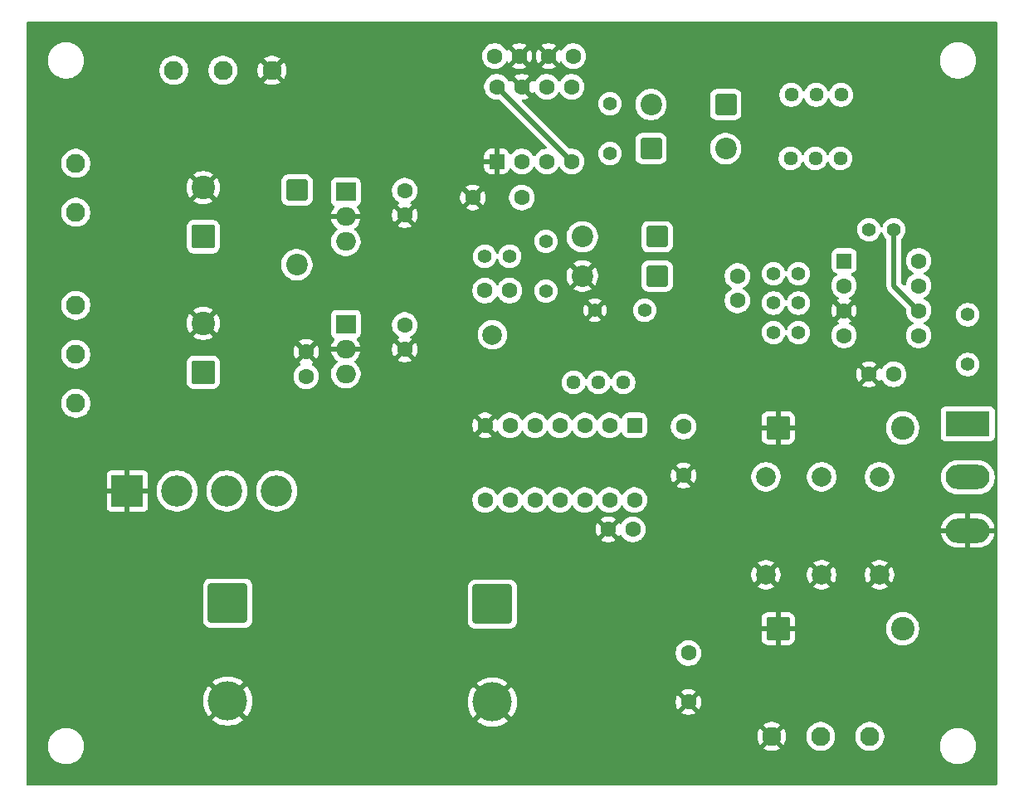
<source format=gtl>
G04 #@! TF.GenerationSoftware,KiCad,Pcbnew,9.0.2*
G04 #@! TF.CreationDate,2025-07-06T18:44:46-06:00*
G04 #@! TF.ProjectId,MMS_SSTC,4d4d535f-5353-4544-932e-6b696361645f,0.0.0*
G04 #@! TF.SameCoordinates,Original*
G04 #@! TF.FileFunction,Copper,L1,Top*
G04 #@! TF.FilePolarity,Positive*
%FSLAX46Y46*%
G04 Gerber Fmt 4.6, Leading zero omitted, Abs format (unit mm)*
G04 Created by KiCad (PCBNEW 9.0.2) date 2025-07-06 18:44:46*
%MOMM*%
%LPD*%
G01*
G04 APERTURE LIST*
G04 Aperture macros list*
%AMRoundRect*
0 Rectangle with rounded corners*
0 $1 Rounding radius*
0 $2 $3 $4 $5 $6 $7 $8 $9 X,Y pos of 4 corners*
0 Add a 4 corners polygon primitive as box body*
4,1,4,$2,$3,$4,$5,$6,$7,$8,$9,$2,$3,0*
0 Add four circle primitives for the rounded corners*
1,1,$1+$1,$2,$3*
1,1,$1+$1,$4,$5*
1,1,$1+$1,$6,$7*
1,1,$1+$1,$8,$9*
0 Add four rect primitives between the rounded corners*
20,1,$1+$1,$2,$3,$4,$5,0*
20,1,$1+$1,$4,$5,$6,$7,0*
20,1,$1+$1,$6,$7,$8,$9,0*
20,1,$1+$1,$8,$9,$2,$3,0*%
G04 Aperture macros list end*
G04 #@! TA.AperFunction,ComponentPad*
%ADD10C,1.400000*%
G04 #@! TD*
G04 #@! TA.AperFunction,ComponentPad*
%ADD11C,1.440000*%
G04 #@! TD*
G04 #@! TA.AperFunction,ComponentPad*
%ADD12C,1.600000*%
G04 #@! TD*
G04 #@! TA.AperFunction,ComponentPad*
%ADD13RoundRect,0.250000X-0.550000X-0.550000X0.550000X-0.550000X0.550000X0.550000X-0.550000X0.550000X0*%
G04 #@! TD*
G04 #@! TA.AperFunction,ComponentPad*
%ADD14RoundRect,0.250000X-1.750000X1.750000X-1.750000X-1.750000X1.750000X-1.750000X1.750000X1.750000X0*%
G04 #@! TD*
G04 #@! TA.AperFunction,ComponentPad*
%ADD15C,4.000000*%
G04 #@! TD*
G04 #@! TA.AperFunction,ComponentPad*
%ADD16RoundRect,0.249999X-0.850001X0.850001X-0.850001X-0.850001X0.850001X-0.850001X0.850001X0.850001X0*%
G04 #@! TD*
G04 #@! TA.AperFunction,ComponentPad*
%ADD17C,2.200000*%
G04 #@! TD*
G04 #@! TA.AperFunction,ComponentPad*
%ADD18C,1.950000*%
G04 #@! TD*
G04 #@! TA.AperFunction,ComponentPad*
%ADD19C,2.000000*%
G04 #@! TD*
G04 #@! TA.AperFunction,ComponentPad*
%ADD20RoundRect,0.250001X0.949999X-0.949999X0.949999X0.949999X-0.949999X0.949999X-0.949999X-0.949999X0*%
G04 #@! TD*
G04 #@! TA.AperFunction,ComponentPad*
%ADD21C,2.400000*%
G04 #@! TD*
G04 #@! TA.AperFunction,ComponentPad*
%ADD22RoundRect,0.250001X-0.949999X-0.949999X0.949999X-0.949999X0.949999X0.949999X-0.949999X0.949999X0*%
G04 #@! TD*
G04 #@! TA.AperFunction,ComponentPad*
%ADD23R,2.000000X1.905000*%
G04 #@! TD*
G04 #@! TA.AperFunction,ComponentPad*
%ADD24O,2.000000X1.905000*%
G04 #@! TD*
G04 #@! TA.AperFunction,ComponentPad*
%ADD25RoundRect,0.249999X0.850001X0.850001X-0.850001X0.850001X-0.850001X-0.850001X0.850001X-0.850001X0*%
G04 #@! TD*
G04 #@! TA.AperFunction,ComponentPad*
%ADD26RoundRect,0.249999X-0.850001X-0.850001X0.850001X-0.850001X0.850001X0.850001X-0.850001X0.850001X0*%
G04 #@! TD*
G04 #@! TA.AperFunction,ComponentPad*
%ADD27RoundRect,0.250000X-0.550000X0.550000X-0.550000X-0.550000X0.550000X-0.550000X0.550000X0.550000X0*%
G04 #@! TD*
G04 #@! TA.AperFunction,ComponentPad*
%ADD28R,4.500000X2.500000*%
G04 #@! TD*
G04 #@! TA.AperFunction,ComponentPad*
%ADD29O,4.500000X2.500000*%
G04 #@! TD*
G04 #@! TA.AperFunction,ComponentPad*
%ADD30RoundRect,0.250000X0.550000X-0.550000X0.550000X0.550000X-0.550000X0.550000X-0.550000X-0.550000X0*%
G04 #@! TD*
G04 #@! TA.AperFunction,ComponentPad*
%ADD31R,3.200000X3.200000*%
G04 #@! TD*
G04 #@! TA.AperFunction,ComponentPad*
%ADD32C,3.200000*%
G04 #@! TD*
G04 #@! TA.AperFunction,Conductor*
%ADD33C,0.500000*%
G04 #@! TD*
G04 APERTURE END LIST*
D10*
X117960000Y-59000000D03*
X123040000Y-59000000D03*
X148460000Y-50770000D03*
X145920000Y-50770000D03*
D11*
X138000000Y-37000000D03*
X140540000Y-37000000D03*
X143080000Y-37000000D03*
D12*
X88500000Y-65750000D03*
X88500000Y-63250000D03*
X110500000Y-47500000D03*
X105500000Y-47500000D03*
D13*
X143380000Y-53960000D03*
D12*
X143380000Y-56500000D03*
X143380000Y-59040000D03*
X143380000Y-61580000D03*
X151000000Y-61580000D03*
X151000000Y-59040000D03*
X151000000Y-56500000D03*
X151000000Y-53960000D03*
D14*
X80500000Y-88894630D03*
D15*
X80500000Y-98894630D03*
D12*
X145935000Y-65540000D03*
X148435000Y-65540000D03*
D10*
X119500000Y-43000000D03*
X119500000Y-37920000D03*
D16*
X87550000Y-46730000D03*
D17*
X87550000Y-54350000D03*
D12*
X107750000Y-33055000D03*
X110250000Y-33055000D03*
D11*
X120875000Y-66370000D03*
X118335000Y-66370000D03*
X115795000Y-66370000D03*
D10*
X106730000Y-53500000D03*
X109270000Y-53500000D03*
D18*
X65000000Y-49000000D03*
X65000000Y-44000000D03*
D19*
X141100000Y-76000000D03*
X141100000Y-86000000D03*
D12*
X127500000Y-94000000D03*
X127500000Y-99000000D03*
X98550000Y-46790000D03*
X98550000Y-49290000D03*
D20*
X78000000Y-51500000D03*
D21*
X78000000Y-46500000D03*
D22*
X136650000Y-91500000D03*
D21*
X149350000Y-91500000D03*
D10*
X156000000Y-64540000D03*
X156000000Y-59460000D03*
D23*
X92550000Y-46920000D03*
D24*
X92550000Y-49460000D03*
X92550000Y-52000000D03*
D10*
X136185000Y-55270000D03*
X138725000Y-55270000D03*
D19*
X147000000Y-76000000D03*
X147000000Y-86000000D03*
D12*
X115750000Y-33055000D03*
X113250000Y-33055000D03*
X98550000Y-60500000D03*
X98550000Y-63000000D03*
D11*
X137920000Y-43500000D03*
X140460000Y-43500000D03*
X143000000Y-43500000D03*
D12*
X119325000Y-81375000D03*
X121825000Y-81375000D03*
D25*
X124310000Y-51500000D03*
D17*
X116690000Y-51500000D03*
D10*
X136185000Y-58270000D03*
X138725000Y-58270000D03*
D26*
X123690000Y-42500000D03*
D17*
X131310000Y-42500000D03*
D25*
X131310000Y-38000000D03*
D17*
X123690000Y-38000000D03*
D27*
X121995000Y-70750000D03*
D12*
X119455000Y-70750000D03*
X116915000Y-70750000D03*
X114375000Y-70750000D03*
X111835000Y-70750000D03*
X109295000Y-70750000D03*
X106755000Y-70750000D03*
X106755000Y-78370000D03*
X109295000Y-78370000D03*
X111835000Y-78370000D03*
X114375000Y-78370000D03*
X116915000Y-78370000D03*
X119455000Y-78370000D03*
X121995000Y-78370000D03*
D20*
X78000000Y-65323959D03*
D21*
X78000000Y-60323959D03*
D22*
X136650000Y-71000000D03*
D21*
X149350000Y-71000000D03*
D18*
X136000000Y-102500000D03*
X141000000Y-102500000D03*
X146000000Y-102500000D03*
D28*
X156000000Y-70600000D03*
D29*
X156000000Y-76050000D03*
X156000000Y-81500000D03*
D18*
X80000000Y-34500000D03*
X75000000Y-34500000D03*
X85000000Y-34500000D03*
D30*
X107960000Y-43805000D03*
D12*
X110500000Y-43805000D03*
X113040000Y-43805000D03*
X115580000Y-43805000D03*
X115580000Y-36185000D03*
X113040000Y-36185000D03*
X110500000Y-36185000D03*
X107960000Y-36185000D03*
D31*
X70250000Y-77450000D03*
D32*
X75330000Y-77450000D03*
X80410000Y-77450000D03*
X85490000Y-77450000D03*
D23*
X92550000Y-60420000D03*
D24*
X92550000Y-62960000D03*
X92550000Y-65500000D03*
D25*
X124310000Y-55500000D03*
D17*
X116690000Y-55500000D03*
D12*
X132500000Y-58000000D03*
X132500000Y-55500000D03*
D19*
X135415000Y-76000000D03*
X135415000Y-86000000D03*
X107500000Y-61500000D03*
D12*
X127000000Y-70875000D03*
X127000000Y-75875000D03*
D18*
X65000000Y-63500000D03*
X65000000Y-58500000D03*
X65000000Y-68500000D03*
D10*
X138725000Y-61270000D03*
X136185000Y-61270000D03*
X112960000Y-57040000D03*
X112960000Y-51960000D03*
D14*
X107500000Y-89000000D03*
D15*
X107500000Y-99000000D03*
D12*
X106750000Y-57000000D03*
X109250000Y-57000000D03*
D33*
X148460000Y-50770000D02*
X148460000Y-56500000D01*
X107960000Y-36185000D02*
X115580000Y-43805000D01*
X148460000Y-56500000D02*
X151000000Y-59040000D01*
G04 #@! TA.AperFunction,Conductor*
G36*
X158942539Y-29520185D02*
G01*
X158988294Y-29572989D01*
X158999500Y-29624500D01*
X158999500Y-107375500D01*
X158979815Y-107442539D01*
X158927011Y-107488294D01*
X158875500Y-107499500D01*
X60124500Y-107499500D01*
X60057461Y-107479815D01*
X60011706Y-107427011D01*
X60000500Y-107375500D01*
X60000500Y-103378711D01*
X62149500Y-103378711D01*
X62149500Y-103621288D01*
X62168019Y-103761961D01*
X62181162Y-103861789D01*
X62201765Y-103938681D01*
X62243947Y-104096104D01*
X62336773Y-104320205D01*
X62336776Y-104320212D01*
X62458064Y-104530289D01*
X62458066Y-104530292D01*
X62458067Y-104530293D01*
X62605733Y-104722736D01*
X62605739Y-104722743D01*
X62777256Y-104894260D01*
X62777262Y-104894265D01*
X62969711Y-105041936D01*
X63179788Y-105163224D01*
X63403900Y-105256054D01*
X63638211Y-105318838D01*
X63818586Y-105342584D01*
X63878711Y-105350500D01*
X63878712Y-105350500D01*
X64121289Y-105350500D01*
X64169388Y-105344167D01*
X64361789Y-105318838D01*
X64596100Y-105256054D01*
X64820212Y-105163224D01*
X65030289Y-105041936D01*
X65222738Y-104894265D01*
X65394265Y-104722738D01*
X65541936Y-104530289D01*
X65663224Y-104320212D01*
X65756054Y-104096100D01*
X65818838Y-103861789D01*
X65850500Y-103621288D01*
X65850500Y-103378712D01*
X65818838Y-103138211D01*
X65756054Y-102903900D01*
X65663224Y-102679788D01*
X65541936Y-102469711D01*
X65476098Y-102383909D01*
X134525000Y-102383909D01*
X134525000Y-102616090D01*
X134561318Y-102845393D01*
X134633065Y-103066205D01*
X134738465Y-103273064D01*
X134795238Y-103351207D01*
X135398958Y-102747487D01*
X135423978Y-102807890D01*
X135495112Y-102914351D01*
X135585649Y-103004888D01*
X135692110Y-103076022D01*
X135752510Y-103101041D01*
X135148791Y-103704759D01*
X135148791Y-103704760D01*
X135226935Y-103761534D01*
X135433794Y-103866934D01*
X135654606Y-103938681D01*
X135883910Y-103975000D01*
X136116090Y-103975000D01*
X136345393Y-103938681D01*
X136566205Y-103866934D01*
X136773071Y-103761530D01*
X136851207Y-103704762D01*
X136851208Y-103704760D01*
X136247488Y-103101041D01*
X136307890Y-103076022D01*
X136414351Y-103004888D01*
X136504888Y-102914351D01*
X136576022Y-102807890D01*
X136601041Y-102747489D01*
X137204760Y-103351208D01*
X137204762Y-103351207D01*
X137261530Y-103273071D01*
X137366934Y-103066205D01*
X137438681Y-102845393D01*
X137475000Y-102616090D01*
X137475000Y-102383909D01*
X137474994Y-102383870D01*
X139524500Y-102383870D01*
X139524500Y-102616129D01*
X139560831Y-102845514D01*
X139632601Y-103066400D01*
X139737903Y-103273064D01*
X139738039Y-103273331D01*
X139874551Y-103461224D01*
X140038776Y-103625449D01*
X140226669Y-103761961D01*
X140324436Y-103811776D01*
X140433599Y-103867398D01*
X140433601Y-103867398D01*
X140433604Y-103867400D01*
X140654486Y-103939169D01*
X140772668Y-103957886D01*
X140883871Y-103975500D01*
X140883876Y-103975500D01*
X141116129Y-103975500D01*
X141217502Y-103959443D01*
X141345514Y-103939169D01*
X141566396Y-103867400D01*
X141773331Y-103761961D01*
X141961224Y-103625449D01*
X142125449Y-103461224D01*
X142261961Y-103273331D01*
X142367400Y-103066396D01*
X142439169Y-102845514D01*
X142465417Y-102679788D01*
X142475500Y-102616129D01*
X142475500Y-102383870D01*
X144524500Y-102383870D01*
X144524500Y-102616129D01*
X144560831Y-102845514D01*
X144632601Y-103066400D01*
X144737903Y-103273064D01*
X144738039Y-103273331D01*
X144874551Y-103461224D01*
X145038776Y-103625449D01*
X145226669Y-103761961D01*
X145324436Y-103811776D01*
X145433599Y-103867398D01*
X145433601Y-103867398D01*
X145433604Y-103867400D01*
X145654486Y-103939169D01*
X145772668Y-103957886D01*
X145883871Y-103975500D01*
X145883876Y-103975500D01*
X146116129Y-103975500D01*
X146217502Y-103959443D01*
X146345514Y-103939169D01*
X146566396Y-103867400D01*
X146773331Y-103761961D01*
X146961224Y-103625449D01*
X147125449Y-103461224D01*
X147185398Y-103378711D01*
X153149500Y-103378711D01*
X153149500Y-103621288D01*
X153168019Y-103761961D01*
X153181162Y-103861789D01*
X153201765Y-103938681D01*
X153243947Y-104096104D01*
X153336773Y-104320205D01*
X153336776Y-104320212D01*
X153458064Y-104530289D01*
X153458066Y-104530292D01*
X153458067Y-104530293D01*
X153605733Y-104722736D01*
X153605739Y-104722743D01*
X153777256Y-104894260D01*
X153777262Y-104894265D01*
X153969711Y-105041936D01*
X154179788Y-105163224D01*
X154403900Y-105256054D01*
X154638211Y-105318838D01*
X154818586Y-105342584D01*
X154878711Y-105350500D01*
X154878712Y-105350500D01*
X155121289Y-105350500D01*
X155169388Y-105344167D01*
X155361789Y-105318838D01*
X155596100Y-105256054D01*
X155820212Y-105163224D01*
X156030289Y-105041936D01*
X156222738Y-104894265D01*
X156394265Y-104722738D01*
X156541936Y-104530289D01*
X156663224Y-104320212D01*
X156756054Y-104096100D01*
X156818838Y-103861789D01*
X156850500Y-103621288D01*
X156850500Y-103378712D01*
X156818838Y-103138211D01*
X156756054Y-102903900D01*
X156663224Y-102679788D01*
X156541936Y-102469711D01*
X156394265Y-102277262D01*
X156394260Y-102277256D01*
X156222743Y-102105739D01*
X156222736Y-102105733D01*
X156030293Y-101958067D01*
X156030292Y-101958066D01*
X156030289Y-101958064D01*
X155820212Y-101836776D01*
X155820205Y-101836773D01*
X155596104Y-101743947D01*
X155361785Y-101681161D01*
X155121289Y-101649500D01*
X155121288Y-101649500D01*
X154878712Y-101649500D01*
X154878711Y-101649500D01*
X154638214Y-101681161D01*
X154403895Y-101743947D01*
X154179794Y-101836773D01*
X154179785Y-101836777D01*
X153969706Y-101958067D01*
X153777263Y-102105733D01*
X153777256Y-102105739D01*
X153605739Y-102277256D01*
X153605733Y-102277263D01*
X153458067Y-102469706D01*
X153336777Y-102679785D01*
X153336773Y-102679794D01*
X153243947Y-102903895D01*
X153181161Y-103138214D01*
X153149500Y-103378711D01*
X147185398Y-103378711D01*
X147261961Y-103273331D01*
X147367400Y-103066396D01*
X147439169Y-102845514D01*
X147465417Y-102679788D01*
X147475500Y-102616129D01*
X147475500Y-102383870D01*
X147456232Y-102262222D01*
X147439169Y-102154486D01*
X147367400Y-101933604D01*
X147367398Y-101933601D01*
X147367398Y-101933599D01*
X147311776Y-101824436D01*
X147261961Y-101726669D01*
X147125449Y-101538776D01*
X146961224Y-101374551D01*
X146773331Y-101238039D01*
X146714312Y-101207967D01*
X146566400Y-101132601D01*
X146345514Y-101060831D01*
X146116129Y-101024500D01*
X146116124Y-101024500D01*
X145883876Y-101024500D01*
X145883871Y-101024500D01*
X145654485Y-101060831D01*
X145433599Y-101132601D01*
X145226668Y-101238039D01*
X145038773Y-101374553D01*
X144874553Y-101538773D01*
X144738039Y-101726668D01*
X144632601Y-101933599D01*
X144560831Y-102154485D01*
X144524500Y-102383870D01*
X142475500Y-102383870D01*
X142456232Y-102262222D01*
X142439169Y-102154486D01*
X142367400Y-101933604D01*
X142367398Y-101933601D01*
X142367398Y-101933599D01*
X142311776Y-101824436D01*
X142261961Y-101726669D01*
X142125449Y-101538776D01*
X141961224Y-101374551D01*
X141773331Y-101238039D01*
X141714312Y-101207967D01*
X141566400Y-101132601D01*
X141345514Y-101060831D01*
X141116129Y-101024500D01*
X141116124Y-101024500D01*
X140883876Y-101024500D01*
X140883871Y-101024500D01*
X140654485Y-101060831D01*
X140433599Y-101132601D01*
X140226668Y-101238039D01*
X140038773Y-101374553D01*
X139874553Y-101538773D01*
X139738039Y-101726668D01*
X139632601Y-101933599D01*
X139560831Y-102154485D01*
X139524500Y-102383870D01*
X137474994Y-102383870D01*
X137438681Y-102154606D01*
X137366934Y-101933794D01*
X137261534Y-101726935D01*
X137204760Y-101648791D01*
X137204759Y-101648791D01*
X136601041Y-102252510D01*
X136576022Y-102192110D01*
X136504888Y-102085649D01*
X136414351Y-101995112D01*
X136307890Y-101923978D01*
X136247487Y-101898957D01*
X136851207Y-101295238D01*
X136773064Y-101238465D01*
X136566205Y-101133065D01*
X136345393Y-101061318D01*
X136116090Y-101025000D01*
X135883910Y-101025000D01*
X135654606Y-101061318D01*
X135433794Y-101133065D01*
X135226925Y-101238470D01*
X135148791Y-101295237D01*
X135148791Y-101295238D01*
X135752511Y-101898958D01*
X135692110Y-101923978D01*
X135585649Y-101995112D01*
X135495112Y-102085649D01*
X135423978Y-102192110D01*
X135398958Y-102252511D01*
X134795238Y-101648791D01*
X134795237Y-101648791D01*
X134738470Y-101726925D01*
X134633065Y-101933794D01*
X134561318Y-102154606D01*
X134525000Y-102383909D01*
X65476098Y-102383909D01*
X65394265Y-102277262D01*
X65394260Y-102277256D01*
X65222743Y-102105739D01*
X65222736Y-102105733D01*
X65030293Y-101958067D01*
X65030292Y-101958066D01*
X65030289Y-101958064D01*
X64820212Y-101836776D01*
X64820205Y-101836773D01*
X64596104Y-101743947D01*
X64361785Y-101681161D01*
X64121289Y-101649500D01*
X64121288Y-101649500D01*
X63878712Y-101649500D01*
X63878711Y-101649500D01*
X63638214Y-101681161D01*
X63403895Y-101743947D01*
X63179794Y-101836773D01*
X63179785Y-101836777D01*
X62969706Y-101958067D01*
X62777263Y-102105733D01*
X62777256Y-102105739D01*
X62605739Y-102277256D01*
X62605733Y-102277263D01*
X62458067Y-102469706D01*
X62336777Y-102679785D01*
X62336773Y-102679794D01*
X62243947Y-102903895D01*
X62181161Y-103138214D01*
X62149500Y-103378711D01*
X60000500Y-103378711D01*
X60000500Y-98754228D01*
X78000000Y-98754228D01*
X78000000Y-99035031D01*
X78031437Y-99314042D01*
X78031439Y-99314054D01*
X78093921Y-99587808D01*
X78093922Y-99587810D01*
X78186662Y-99852847D01*
X78308492Y-100105830D01*
X78457884Y-100343586D01*
X78564187Y-100476887D01*
X79637425Y-99403649D01*
X79723249Y-99532093D01*
X79862537Y-99671381D01*
X79990979Y-99757203D01*
X78917741Y-100830440D01*
X78917741Y-100830441D01*
X79051043Y-100936745D01*
X79288799Y-101086137D01*
X79541782Y-101207967D01*
X79806819Y-101300707D01*
X79806821Y-101300708D01*
X80080575Y-101363190D01*
X80080587Y-101363192D01*
X80359598Y-101394629D01*
X80359600Y-101394630D01*
X80640400Y-101394630D01*
X80640401Y-101394629D01*
X80919412Y-101363192D01*
X80919424Y-101363190D01*
X81193178Y-101300708D01*
X81193180Y-101300707D01*
X81458217Y-101207967D01*
X81711200Y-101086137D01*
X81948956Y-100936746D01*
X82082257Y-100830440D01*
X81009020Y-99757203D01*
X81137463Y-99671381D01*
X81276751Y-99532093D01*
X81362573Y-99403650D01*
X82435810Y-100476887D01*
X82542116Y-100343586D01*
X82691507Y-100105830D01*
X82813337Y-99852847D01*
X82906077Y-99587810D01*
X82906078Y-99587808D01*
X82968560Y-99314054D01*
X82968562Y-99314042D01*
X82999999Y-99035031D01*
X83000000Y-99035029D01*
X83000000Y-98859598D01*
X105000000Y-98859598D01*
X105000000Y-99140401D01*
X105031437Y-99419412D01*
X105031439Y-99419424D01*
X105093921Y-99693178D01*
X105093922Y-99693180D01*
X105186662Y-99958217D01*
X105308492Y-100211200D01*
X105457884Y-100448956D01*
X105564187Y-100582257D01*
X106637425Y-99509019D01*
X106723249Y-99637463D01*
X106862537Y-99776751D01*
X106990979Y-99862573D01*
X105917741Y-100935810D01*
X105917741Y-100935811D01*
X106051043Y-101042115D01*
X106288799Y-101191507D01*
X106541782Y-101313337D01*
X106806819Y-101406077D01*
X106806821Y-101406078D01*
X107080575Y-101468560D01*
X107080587Y-101468562D01*
X107359598Y-101499999D01*
X107359600Y-101500000D01*
X107640400Y-101500000D01*
X107640401Y-101499999D01*
X107919412Y-101468562D01*
X107919424Y-101468560D01*
X108193178Y-101406078D01*
X108193180Y-101406077D01*
X108458217Y-101313337D01*
X108629656Y-101230777D01*
X108629657Y-101230776D01*
X108711197Y-101191509D01*
X108948956Y-101042116D01*
X109082257Y-100935810D01*
X108009020Y-99862573D01*
X108137463Y-99776751D01*
X108276751Y-99637463D01*
X108362573Y-99509020D01*
X109435810Y-100582257D01*
X109542116Y-100448956D01*
X109691507Y-100211200D01*
X109803612Y-99978413D01*
X109803613Y-99978411D01*
X109813335Y-99958222D01*
X109813337Y-99958218D01*
X109906077Y-99693180D01*
X109906078Y-99693178D01*
X109968560Y-99419424D01*
X109968562Y-99419412D01*
X109999999Y-99140401D01*
X110000000Y-99140399D01*
X110000000Y-98897682D01*
X126200000Y-98897682D01*
X126200000Y-99102317D01*
X126232009Y-99304417D01*
X126295244Y-99499031D01*
X126388141Y-99681350D01*
X126388147Y-99681359D01*
X126420523Y-99725921D01*
X126420524Y-99725922D01*
X127100000Y-99046446D01*
X127100000Y-99052661D01*
X127127259Y-99154394D01*
X127179920Y-99245606D01*
X127254394Y-99320080D01*
X127345606Y-99372741D01*
X127447339Y-99400000D01*
X127453553Y-99400000D01*
X126774076Y-100079474D01*
X126818650Y-100111859D01*
X127000968Y-100204755D01*
X127195582Y-100267990D01*
X127397683Y-100300000D01*
X127602317Y-100300000D01*
X127804417Y-100267990D01*
X127999031Y-100204755D01*
X128181349Y-100111859D01*
X128225921Y-100079474D01*
X127546447Y-99400000D01*
X127552661Y-99400000D01*
X127654394Y-99372741D01*
X127745606Y-99320080D01*
X127820080Y-99245606D01*
X127872741Y-99154394D01*
X127900000Y-99052661D01*
X127900000Y-99046448D01*
X128579474Y-99725922D01*
X128579474Y-99725921D01*
X128611859Y-99681349D01*
X128704755Y-99499031D01*
X128767990Y-99304417D01*
X128800000Y-99102317D01*
X128800000Y-98897682D01*
X128767990Y-98695582D01*
X128704755Y-98500968D01*
X128611859Y-98318650D01*
X128579474Y-98274077D01*
X128579474Y-98274076D01*
X127900000Y-98953551D01*
X127900000Y-98947339D01*
X127872741Y-98845606D01*
X127820080Y-98754394D01*
X127745606Y-98679920D01*
X127654394Y-98627259D01*
X127552661Y-98600000D01*
X127546446Y-98600000D01*
X128225922Y-97920524D01*
X128225921Y-97920523D01*
X128181359Y-97888147D01*
X128181350Y-97888141D01*
X127999031Y-97795244D01*
X127804417Y-97732009D01*
X127602317Y-97700000D01*
X127397683Y-97700000D01*
X127195582Y-97732009D01*
X127000968Y-97795244D01*
X126818644Y-97888143D01*
X126774077Y-97920523D01*
X126774077Y-97920524D01*
X127453554Y-98600000D01*
X127447339Y-98600000D01*
X127345606Y-98627259D01*
X127254394Y-98679920D01*
X127179920Y-98754394D01*
X127127259Y-98845606D01*
X127100000Y-98947339D01*
X127100000Y-98953553D01*
X126420524Y-98274077D01*
X126420523Y-98274077D01*
X126388143Y-98318644D01*
X126295244Y-98500968D01*
X126232009Y-98695582D01*
X126200000Y-98897682D01*
X110000000Y-98897682D01*
X110000000Y-98859600D01*
X109999999Y-98859598D01*
X109968562Y-98580587D01*
X109968560Y-98580575D01*
X109906078Y-98306821D01*
X109906077Y-98306819D01*
X109813337Y-98041781D01*
X109813335Y-98041777D01*
X109803611Y-98021584D01*
X109691507Y-97788799D01*
X109542115Y-97551043D01*
X109435810Y-97417741D01*
X108362573Y-98490978D01*
X108276751Y-98362537D01*
X108137463Y-98223249D01*
X108009020Y-98137425D01*
X109082257Y-97064187D01*
X108948956Y-96957884D01*
X108711200Y-96808492D01*
X108458217Y-96686662D01*
X108193180Y-96593922D01*
X108193178Y-96593921D01*
X107919424Y-96531439D01*
X107919412Y-96531437D01*
X107640401Y-96500000D01*
X107359598Y-96500000D01*
X107080587Y-96531437D01*
X107080575Y-96531439D01*
X106806821Y-96593921D01*
X106806819Y-96593922D01*
X106541782Y-96686662D01*
X106288799Y-96808492D01*
X106051043Y-96957884D01*
X105917741Y-97064187D01*
X106990979Y-98137425D01*
X106862537Y-98223249D01*
X106723249Y-98362537D01*
X106637425Y-98490979D01*
X105564187Y-97417741D01*
X105457884Y-97551043D01*
X105308492Y-97788799D01*
X105186662Y-98041782D01*
X105093922Y-98306819D01*
X105093921Y-98306821D01*
X105031439Y-98580575D01*
X105031437Y-98580587D01*
X105000000Y-98859598D01*
X83000000Y-98859598D01*
X83000000Y-98754230D01*
X82999999Y-98754228D01*
X82968562Y-98475217D01*
X82968560Y-98475205D01*
X82906078Y-98201451D01*
X82906077Y-98201449D01*
X82813337Y-97936412D01*
X82691507Y-97683429D01*
X82542115Y-97445673D01*
X82435810Y-97312371D01*
X81362573Y-98385608D01*
X81276751Y-98257167D01*
X81137463Y-98117879D01*
X81009020Y-98032056D01*
X82016122Y-97024953D01*
X82082257Y-96958817D01*
X81948956Y-96852514D01*
X81711200Y-96703122D01*
X81458217Y-96581292D01*
X81193180Y-96488552D01*
X81193178Y-96488551D01*
X80919424Y-96426069D01*
X80919412Y-96426067D01*
X80640401Y-96394630D01*
X80359598Y-96394630D01*
X80080587Y-96426067D01*
X80080575Y-96426069D01*
X79806821Y-96488551D01*
X79806819Y-96488552D01*
X79541782Y-96581292D01*
X79288799Y-96703122D01*
X79051043Y-96852514D01*
X78917741Y-96958817D01*
X79990979Y-98032055D01*
X79862537Y-98117879D01*
X79723249Y-98257167D01*
X79637425Y-98385609D01*
X78564187Y-97312371D01*
X78457884Y-97445673D01*
X78308492Y-97683429D01*
X78186662Y-97936412D01*
X78093922Y-98201449D01*
X78093921Y-98201451D01*
X78031439Y-98475205D01*
X78031437Y-98475217D01*
X78000000Y-98754228D01*
X60000500Y-98754228D01*
X60000500Y-93897648D01*
X126199500Y-93897648D01*
X126199500Y-94102351D01*
X126231522Y-94304534D01*
X126294781Y-94499223D01*
X126387715Y-94681613D01*
X126508028Y-94847213D01*
X126652786Y-94991971D01*
X126807749Y-95104556D01*
X126818390Y-95112287D01*
X126934607Y-95171503D01*
X127000776Y-95205218D01*
X127000778Y-95205218D01*
X127000781Y-95205220D01*
X127105137Y-95239127D01*
X127195465Y-95268477D01*
X127296557Y-95284488D01*
X127397648Y-95300500D01*
X127397649Y-95300500D01*
X127602351Y-95300500D01*
X127602352Y-95300500D01*
X127804534Y-95268477D01*
X127999219Y-95205220D01*
X128181610Y-95112287D01*
X128274590Y-95044732D01*
X128347213Y-94991971D01*
X128347215Y-94991968D01*
X128347219Y-94991966D01*
X128491966Y-94847219D01*
X128491968Y-94847215D01*
X128491971Y-94847213D01*
X128544732Y-94774590D01*
X128612287Y-94681610D01*
X128705220Y-94499219D01*
X128768477Y-94304534D01*
X128800500Y-94102352D01*
X128800500Y-93897648D01*
X128768477Y-93695466D01*
X128705220Y-93500781D01*
X128705218Y-93500778D01*
X128705218Y-93500776D01*
X128671503Y-93434607D01*
X128612287Y-93318390D01*
X128604556Y-93307749D01*
X128491971Y-93152786D01*
X128347213Y-93008028D01*
X128181613Y-92887715D01*
X128181612Y-92887714D01*
X128181610Y-92887713D01*
X128124653Y-92858691D01*
X127999223Y-92794781D01*
X127804534Y-92731522D01*
X127629995Y-92703878D01*
X127602352Y-92699500D01*
X127397648Y-92699500D01*
X127373329Y-92703351D01*
X127195465Y-92731522D01*
X127000776Y-92794781D01*
X126818386Y-92887715D01*
X126652786Y-93008028D01*
X126508028Y-93152786D01*
X126387715Y-93318386D01*
X126294781Y-93500776D01*
X126231522Y-93695465D01*
X126199500Y-93897648D01*
X60000500Y-93897648D01*
X60000500Y-87094613D01*
X77999500Y-87094613D01*
X77999500Y-90694631D01*
X77999501Y-90694648D01*
X78010000Y-90797426D01*
X78010001Y-90797429D01*
X78044917Y-90902796D01*
X78065186Y-90963964D01*
X78157288Y-91113286D01*
X78281344Y-91237342D01*
X78430666Y-91329444D01*
X78597203Y-91384629D01*
X78699991Y-91395130D01*
X82300008Y-91395129D01*
X82402797Y-91384629D01*
X82569334Y-91329444D01*
X82718656Y-91237342D01*
X82842712Y-91113286D01*
X82934814Y-90963964D01*
X82989999Y-90797427D01*
X83000500Y-90694639D01*
X83000499Y-87199983D01*
X104999500Y-87199983D01*
X104999500Y-90800001D01*
X104999501Y-90800018D01*
X105010000Y-90902796D01*
X105010001Y-90902799D01*
X105030270Y-90963966D01*
X105065186Y-91069334D01*
X105157288Y-91218656D01*
X105281344Y-91342712D01*
X105430666Y-91434814D01*
X105597203Y-91489999D01*
X105699991Y-91500500D01*
X109300008Y-91500499D01*
X109402797Y-91489999D01*
X109569334Y-91434814D01*
X109718656Y-91342712D01*
X109842712Y-91218656D01*
X109934814Y-91069334D01*
X109989999Y-90902797D01*
X110000500Y-90800009D01*
X110000500Y-90500014D01*
X134950000Y-90500014D01*
X134950000Y-91250000D01*
X136101518Y-91250000D01*
X136090889Y-91268409D01*
X136050000Y-91421009D01*
X136050000Y-91578991D01*
X136090889Y-91731591D01*
X136101518Y-91750000D01*
X134950000Y-91750000D01*
X134950000Y-92499985D01*
X134960493Y-92602689D01*
X134960494Y-92602696D01*
X135015641Y-92769118D01*
X135015643Y-92769123D01*
X135107684Y-92918344D01*
X135231655Y-93042315D01*
X135380876Y-93134356D01*
X135380881Y-93134358D01*
X135547303Y-93189505D01*
X135547310Y-93189506D01*
X135650014Y-93199999D01*
X135650027Y-93200000D01*
X136400000Y-93200000D01*
X136400000Y-92048482D01*
X136418409Y-92059111D01*
X136571009Y-92100000D01*
X136728991Y-92100000D01*
X136881591Y-92059111D01*
X136900000Y-92048482D01*
X136900000Y-93200000D01*
X137649973Y-93200000D01*
X137649985Y-93199999D01*
X137752689Y-93189506D01*
X137752696Y-93189505D01*
X137919118Y-93134358D01*
X137919123Y-93134356D01*
X138068344Y-93042315D01*
X138192315Y-92918344D01*
X138284356Y-92769123D01*
X138284358Y-92769118D01*
X138339505Y-92602696D01*
X138339506Y-92602689D01*
X138349999Y-92499985D01*
X138350000Y-92499972D01*
X138350000Y-91750000D01*
X137198482Y-91750000D01*
X137209111Y-91731591D01*
X137250000Y-91578991D01*
X137250000Y-91421009D01*
X137241302Y-91388549D01*
X147649500Y-91388549D01*
X147649500Y-91611450D01*
X147649501Y-91611466D01*
X147678594Y-91832452D01*
X147678595Y-91832457D01*
X147678596Y-91832463D01*
X147718160Y-91980119D01*
X147736290Y-92047780D01*
X147736293Y-92047790D01*
X147821593Y-92253722D01*
X147821595Y-92253726D01*
X147933052Y-92446774D01*
X147933057Y-92446780D01*
X147933058Y-92446782D01*
X148068751Y-92623622D01*
X148068757Y-92623629D01*
X148226370Y-92781242D01*
X148226377Y-92781248D01*
X148244014Y-92794781D01*
X148403226Y-92916948D01*
X148596274Y-93028405D01*
X148802219Y-93113710D01*
X149017537Y-93171404D01*
X149238543Y-93200500D01*
X149238550Y-93200500D01*
X149461450Y-93200500D01*
X149461457Y-93200500D01*
X149682463Y-93171404D01*
X149897781Y-93113710D01*
X150103726Y-93028405D01*
X150296774Y-92916948D01*
X150473624Y-92781247D01*
X150631247Y-92623624D01*
X150766948Y-92446774D01*
X150878405Y-92253726D01*
X150963710Y-92047781D01*
X151021404Y-91832463D01*
X151050500Y-91611457D01*
X151050500Y-91388543D01*
X151021404Y-91167537D01*
X150963710Y-90952219D01*
X150878405Y-90746274D01*
X150766948Y-90553226D01*
X150631247Y-90376376D01*
X150631242Y-90376370D01*
X150473629Y-90218757D01*
X150473622Y-90218751D01*
X150296782Y-90083058D01*
X150296780Y-90083057D01*
X150296774Y-90083052D01*
X150103726Y-89971595D01*
X150103722Y-89971593D01*
X149897790Y-89886293D01*
X149897783Y-89886291D01*
X149897781Y-89886290D01*
X149682463Y-89828596D01*
X149682457Y-89828595D01*
X149682452Y-89828594D01*
X149461466Y-89799501D01*
X149461463Y-89799500D01*
X149461457Y-89799500D01*
X149238543Y-89799500D01*
X149238537Y-89799500D01*
X149238533Y-89799501D01*
X149017547Y-89828594D01*
X149017540Y-89828595D01*
X149017537Y-89828596D01*
X148879275Y-89865643D01*
X148802219Y-89886290D01*
X148802209Y-89886293D01*
X148596277Y-89971593D01*
X148596273Y-89971595D01*
X148403226Y-90083052D01*
X148403217Y-90083058D01*
X148226377Y-90218751D01*
X148226370Y-90218757D01*
X148068757Y-90376370D01*
X148068751Y-90376377D01*
X147933058Y-90553217D01*
X147933052Y-90553226D01*
X147821595Y-90746273D01*
X147821593Y-90746277D01*
X147736293Y-90952209D01*
X147736290Y-90952219D01*
X147688228Y-91131592D01*
X147678597Y-91167534D01*
X147678594Y-91167547D01*
X147649501Y-91388533D01*
X147649500Y-91388549D01*
X137241302Y-91388549D01*
X137209111Y-91268409D01*
X137198482Y-91250000D01*
X138350000Y-91250000D01*
X138350000Y-90500027D01*
X138349999Y-90500014D01*
X138339506Y-90397310D01*
X138339505Y-90397303D01*
X138284358Y-90230881D01*
X138284356Y-90230876D01*
X138192315Y-90081655D01*
X138068344Y-89957684D01*
X137919123Y-89865643D01*
X137919118Y-89865641D01*
X137752696Y-89810494D01*
X137752689Y-89810493D01*
X137649985Y-89800000D01*
X136900000Y-89800000D01*
X136900000Y-90951517D01*
X136881591Y-90940889D01*
X136728991Y-90900000D01*
X136571009Y-90900000D01*
X136418409Y-90940889D01*
X136400000Y-90951517D01*
X136400000Y-89800000D01*
X135650014Y-89800000D01*
X135547310Y-89810493D01*
X135547303Y-89810494D01*
X135380881Y-89865641D01*
X135380876Y-89865643D01*
X135231655Y-89957684D01*
X135107684Y-90081655D01*
X135015643Y-90230876D01*
X135015641Y-90230881D01*
X134960494Y-90397303D01*
X134960493Y-90397310D01*
X134950000Y-90500014D01*
X110000500Y-90500014D01*
X110000499Y-87199992D01*
X109989999Y-87097203D01*
X109934814Y-86930666D01*
X109842712Y-86781344D01*
X109718656Y-86657288D01*
X109625888Y-86600069D01*
X109569336Y-86565187D01*
X109569331Y-86565185D01*
X109567862Y-86564698D01*
X109402797Y-86510001D01*
X109402795Y-86510000D01*
X109300010Y-86499500D01*
X105699998Y-86499500D01*
X105699981Y-86499501D01*
X105597203Y-86510000D01*
X105597200Y-86510001D01*
X105430668Y-86565185D01*
X105430663Y-86565187D01*
X105281342Y-86657289D01*
X105157289Y-86781342D01*
X105065187Y-86930663D01*
X105065186Y-86930666D01*
X105010001Y-87097203D01*
X105010001Y-87097204D01*
X105010000Y-87097204D01*
X104999500Y-87199983D01*
X83000499Y-87199983D01*
X83000499Y-87094622D01*
X82989999Y-86991833D01*
X82934814Y-86825296D01*
X82842712Y-86675974D01*
X82718656Y-86551918D01*
X82625888Y-86494699D01*
X82569336Y-86459817D01*
X82569331Y-86459815D01*
X82567862Y-86459328D01*
X82402797Y-86404631D01*
X82402795Y-86404630D01*
X82300010Y-86394130D01*
X78699998Y-86394130D01*
X78699981Y-86394131D01*
X78597203Y-86404630D01*
X78597200Y-86404631D01*
X78430668Y-86459815D01*
X78430663Y-86459817D01*
X78281342Y-86551919D01*
X78157289Y-86675972D01*
X78065187Y-86825293D01*
X78065186Y-86825296D01*
X78010001Y-86991833D01*
X78010001Y-86991834D01*
X78010000Y-86991834D01*
X77999500Y-87094613D01*
X60000500Y-87094613D01*
X60000500Y-85881947D01*
X133915000Y-85881947D01*
X133915000Y-86118052D01*
X133951934Y-86351247D01*
X134024897Y-86575802D01*
X134132087Y-86786174D01*
X134192338Y-86869104D01*
X134192340Y-86869105D01*
X134932037Y-86129408D01*
X134949075Y-86192993D01*
X135014901Y-86307007D01*
X135107993Y-86400099D01*
X135222007Y-86465925D01*
X135285590Y-86482962D01*
X134545893Y-87222658D01*
X134628828Y-87282914D01*
X134839197Y-87390102D01*
X135063752Y-87463065D01*
X135063751Y-87463065D01*
X135296948Y-87500000D01*
X135533052Y-87500000D01*
X135766247Y-87463065D01*
X135990802Y-87390102D01*
X136201163Y-87282918D01*
X136201169Y-87282914D01*
X136284104Y-87222658D01*
X136284105Y-87222658D01*
X135544408Y-86482962D01*
X135607993Y-86465925D01*
X135722007Y-86400099D01*
X135815099Y-86307007D01*
X135880925Y-86192993D01*
X135897962Y-86129409D01*
X136637658Y-86869105D01*
X136637658Y-86869104D01*
X136697914Y-86786169D01*
X136697918Y-86786163D01*
X136805102Y-86575802D01*
X136878065Y-86351247D01*
X136915000Y-86118052D01*
X136915000Y-85881947D01*
X139600000Y-85881947D01*
X139600000Y-86118052D01*
X139636934Y-86351247D01*
X139709897Y-86575802D01*
X139817087Y-86786174D01*
X139877338Y-86869104D01*
X139877340Y-86869105D01*
X140617037Y-86129408D01*
X140634075Y-86192993D01*
X140699901Y-86307007D01*
X140792993Y-86400099D01*
X140907007Y-86465925D01*
X140970590Y-86482962D01*
X140230893Y-87222658D01*
X140313828Y-87282914D01*
X140524197Y-87390102D01*
X140748752Y-87463065D01*
X140748751Y-87463065D01*
X140981948Y-87500000D01*
X141218052Y-87500000D01*
X141451247Y-87463065D01*
X141675802Y-87390102D01*
X141886163Y-87282918D01*
X141886169Y-87282914D01*
X141969104Y-87222658D01*
X141969105Y-87222658D01*
X141229408Y-86482962D01*
X141292993Y-86465925D01*
X141407007Y-86400099D01*
X141500099Y-86307007D01*
X141565925Y-86192993D01*
X141582962Y-86129409D01*
X142322658Y-86869105D01*
X142322658Y-86869104D01*
X142382914Y-86786169D01*
X142382918Y-86786163D01*
X142490102Y-86575802D01*
X142563065Y-86351247D01*
X142600000Y-86118052D01*
X142600000Y-85881947D01*
X145500000Y-85881947D01*
X145500000Y-86118052D01*
X145536934Y-86351247D01*
X145609897Y-86575802D01*
X145717087Y-86786174D01*
X145777338Y-86869104D01*
X145777340Y-86869105D01*
X146517037Y-86129408D01*
X146534075Y-86192993D01*
X146599901Y-86307007D01*
X146692993Y-86400099D01*
X146807007Y-86465925D01*
X146870590Y-86482962D01*
X146130893Y-87222658D01*
X146213828Y-87282914D01*
X146424197Y-87390102D01*
X146648752Y-87463065D01*
X146648751Y-87463065D01*
X146881948Y-87500000D01*
X147118052Y-87500000D01*
X147351247Y-87463065D01*
X147575802Y-87390102D01*
X147786163Y-87282918D01*
X147786169Y-87282914D01*
X147869104Y-87222658D01*
X147869105Y-87222658D01*
X147129408Y-86482962D01*
X147192993Y-86465925D01*
X147307007Y-86400099D01*
X147400099Y-86307007D01*
X147465925Y-86192993D01*
X147482962Y-86129409D01*
X148222658Y-86869105D01*
X148222658Y-86869104D01*
X148282914Y-86786169D01*
X148282918Y-86786163D01*
X148390102Y-86575802D01*
X148463065Y-86351247D01*
X148500000Y-86118052D01*
X148500000Y-85881947D01*
X148463065Y-85648752D01*
X148390102Y-85424197D01*
X148282914Y-85213828D01*
X148222658Y-85130894D01*
X148222658Y-85130893D01*
X147482962Y-85870590D01*
X147465925Y-85807007D01*
X147400099Y-85692993D01*
X147307007Y-85599901D01*
X147192993Y-85534075D01*
X147129409Y-85517037D01*
X147869105Y-84777340D01*
X147869104Y-84777338D01*
X147786174Y-84717087D01*
X147575802Y-84609897D01*
X147351247Y-84536934D01*
X147351248Y-84536934D01*
X147118052Y-84500000D01*
X146881948Y-84500000D01*
X146648752Y-84536934D01*
X146424197Y-84609897D01*
X146213830Y-84717084D01*
X146130894Y-84777340D01*
X146870591Y-85517037D01*
X146807007Y-85534075D01*
X146692993Y-85599901D01*
X146599901Y-85692993D01*
X146534075Y-85807007D01*
X146517037Y-85870591D01*
X145777340Y-85130894D01*
X145717084Y-85213830D01*
X145609897Y-85424197D01*
X145536934Y-85648752D01*
X145500000Y-85881947D01*
X142600000Y-85881947D01*
X142563065Y-85648752D01*
X142490102Y-85424197D01*
X142382914Y-85213828D01*
X142322658Y-85130894D01*
X142322658Y-85130893D01*
X141582962Y-85870590D01*
X141565925Y-85807007D01*
X141500099Y-85692993D01*
X141407007Y-85599901D01*
X141292993Y-85534075D01*
X141229409Y-85517037D01*
X141969105Y-84777340D01*
X141969104Y-84777339D01*
X141886174Y-84717087D01*
X141675802Y-84609897D01*
X141451247Y-84536934D01*
X141451248Y-84536934D01*
X141218052Y-84500000D01*
X140981948Y-84500000D01*
X140748752Y-84536934D01*
X140524197Y-84609897D01*
X140313830Y-84717084D01*
X140230894Y-84777340D01*
X140970591Y-85517037D01*
X140907007Y-85534075D01*
X140792993Y-85599901D01*
X140699901Y-85692993D01*
X140634075Y-85807007D01*
X140617037Y-85870591D01*
X139877340Y-85130894D01*
X139817084Y-85213830D01*
X139709897Y-85424197D01*
X139636934Y-85648752D01*
X139600000Y-85881947D01*
X136915000Y-85881947D01*
X136878065Y-85648752D01*
X136805102Y-85424197D01*
X136697914Y-85213828D01*
X136637658Y-85130894D01*
X136637658Y-85130893D01*
X135897962Y-85870590D01*
X135880925Y-85807007D01*
X135815099Y-85692993D01*
X135722007Y-85599901D01*
X135607993Y-85534075D01*
X135544409Y-85517037D01*
X136284105Y-84777340D01*
X136284104Y-84777339D01*
X136201174Y-84717087D01*
X135990802Y-84609897D01*
X135766247Y-84536934D01*
X135766248Y-84536934D01*
X135533052Y-84500000D01*
X135296948Y-84500000D01*
X135063752Y-84536934D01*
X134839197Y-84609897D01*
X134628830Y-84717084D01*
X134545894Y-84777340D01*
X135285591Y-85517037D01*
X135222007Y-85534075D01*
X135107993Y-85599901D01*
X135014901Y-85692993D01*
X134949075Y-85807007D01*
X134932037Y-85870591D01*
X134192340Y-85130894D01*
X134132084Y-85213830D01*
X134024897Y-85424197D01*
X133951934Y-85648752D01*
X133915000Y-85881947D01*
X60000500Y-85881947D01*
X60000500Y-81272682D01*
X118025000Y-81272682D01*
X118025000Y-81477317D01*
X118057009Y-81679417D01*
X118120244Y-81874031D01*
X118213141Y-82056350D01*
X118213147Y-82056359D01*
X118245523Y-82100921D01*
X118245524Y-82100922D01*
X118925000Y-81421446D01*
X118925000Y-81427661D01*
X118952259Y-81529394D01*
X119004920Y-81620606D01*
X119079394Y-81695080D01*
X119170606Y-81747741D01*
X119272339Y-81775000D01*
X119278553Y-81775000D01*
X118599076Y-82454474D01*
X118643650Y-82486859D01*
X118825968Y-82579755D01*
X119020582Y-82642990D01*
X119222683Y-82675000D01*
X119427317Y-82675000D01*
X119629417Y-82642990D01*
X119824031Y-82579755D01*
X120006349Y-82486859D01*
X120050921Y-82454474D01*
X119371447Y-81775000D01*
X119377661Y-81775000D01*
X119479394Y-81747741D01*
X119570606Y-81695080D01*
X119645080Y-81620606D01*
X119697741Y-81529394D01*
X119725000Y-81427661D01*
X119725000Y-81421447D01*
X120404474Y-82100921D01*
X120436859Y-82056349D01*
X120464233Y-82002624D01*
X120512207Y-81951827D01*
X120580028Y-81935031D01*
X120646163Y-81957567D01*
X120685203Y-82002621D01*
X120712713Y-82056611D01*
X120833028Y-82222213D01*
X120977786Y-82366971D01*
X121098226Y-82454474D01*
X121143390Y-82487287D01*
X121259607Y-82546503D01*
X121325776Y-82580218D01*
X121325778Y-82580218D01*
X121325781Y-82580220D01*
X121430137Y-82614127D01*
X121520465Y-82643477D01*
X121601609Y-82656329D01*
X121722648Y-82675500D01*
X121722649Y-82675500D01*
X121927351Y-82675500D01*
X121927352Y-82675500D01*
X122129534Y-82643477D01*
X122324219Y-82580220D01*
X122506610Y-82487287D01*
X122599590Y-82419732D01*
X122672213Y-82366971D01*
X122672215Y-82366968D01*
X122672219Y-82366966D01*
X122816966Y-82222219D01*
X122816968Y-82222215D01*
X122816971Y-82222213D01*
X122869732Y-82149590D01*
X122937287Y-82056610D01*
X123030220Y-81874219D01*
X123093477Y-81679534D01*
X123125500Y-81477352D01*
X123125500Y-81272648D01*
X123121913Y-81249999D01*
X153267811Y-81249999D01*
X153267812Y-81250000D01*
X155291759Y-81250000D01*
X155278822Y-81281233D01*
X155250000Y-81426131D01*
X155250000Y-81573869D01*
X155278822Y-81718767D01*
X155291759Y-81750000D01*
X153267812Y-81750000D01*
X153279942Y-81842137D01*
X153339318Y-82063730D01*
X153427102Y-82275659D01*
X153427106Y-82275668D01*
X153541809Y-82474338D01*
X153681455Y-82656329D01*
X153681461Y-82656336D01*
X153843663Y-82818538D01*
X153843670Y-82818544D01*
X154025661Y-82958190D01*
X154224331Y-83072893D01*
X154224340Y-83072897D01*
X154436269Y-83160681D01*
X154657862Y-83220057D01*
X154885289Y-83249998D01*
X154885306Y-83250000D01*
X155750000Y-83250000D01*
X155750000Y-82208240D01*
X155781233Y-82221178D01*
X155926131Y-82250000D01*
X156073869Y-82250000D01*
X156218767Y-82221178D01*
X156250000Y-82208240D01*
X156250000Y-83250000D01*
X157114694Y-83250000D01*
X157114710Y-83249998D01*
X157342137Y-83220057D01*
X157563730Y-83160681D01*
X157775659Y-83072897D01*
X157775668Y-83072893D01*
X157974338Y-82958190D01*
X158156329Y-82818544D01*
X158156336Y-82818538D01*
X158318538Y-82656336D01*
X158318544Y-82656329D01*
X158458190Y-82474338D01*
X158572893Y-82275668D01*
X158572897Y-82275659D01*
X158660681Y-82063730D01*
X158720057Y-81842137D01*
X158732188Y-81750000D01*
X156708241Y-81750000D01*
X156721178Y-81718767D01*
X156750000Y-81573869D01*
X156750000Y-81426131D01*
X156721178Y-81281233D01*
X156708241Y-81250000D01*
X158732188Y-81250000D01*
X158732188Y-81249999D01*
X158720057Y-81157862D01*
X158660681Y-80936269D01*
X158572897Y-80724340D01*
X158572893Y-80724331D01*
X158458190Y-80525661D01*
X158318544Y-80343670D01*
X158318538Y-80343663D01*
X158156336Y-80181461D01*
X158156329Y-80181455D01*
X157974338Y-80041809D01*
X157775668Y-79927106D01*
X157775659Y-79927102D01*
X157563730Y-79839318D01*
X157342137Y-79779942D01*
X157114710Y-79750001D01*
X157114694Y-79750000D01*
X156250000Y-79750000D01*
X156250000Y-80791759D01*
X156218767Y-80778822D01*
X156073869Y-80750000D01*
X155926131Y-80750000D01*
X155781233Y-80778822D01*
X155750000Y-80791759D01*
X155750000Y-79750000D01*
X154885306Y-79750000D01*
X154885289Y-79750001D01*
X154657862Y-79779942D01*
X154436269Y-79839318D01*
X154224340Y-79927102D01*
X154224331Y-79927106D01*
X154025661Y-80041809D01*
X153843670Y-80181455D01*
X153843663Y-80181461D01*
X153681461Y-80343663D01*
X153681455Y-80343670D01*
X153541809Y-80525661D01*
X153427106Y-80724331D01*
X153427102Y-80724340D01*
X153339318Y-80936269D01*
X153279942Y-81157862D01*
X153267811Y-81249999D01*
X123121913Y-81249999D01*
X123105241Y-81144742D01*
X123093477Y-81070465D01*
X123043755Y-80917437D01*
X123030220Y-80875781D01*
X123030218Y-80875778D01*
X123030218Y-80875776D01*
X122966131Y-80750000D01*
X122937287Y-80693390D01*
X122905092Y-80649077D01*
X122816971Y-80527786D01*
X122672213Y-80383028D01*
X122506613Y-80262715D01*
X122506612Y-80262714D01*
X122506610Y-80262713D01*
X122449653Y-80233691D01*
X122324223Y-80169781D01*
X122129534Y-80106522D01*
X121954995Y-80078878D01*
X121927352Y-80074500D01*
X121722648Y-80074500D01*
X121698329Y-80078351D01*
X121520465Y-80106522D01*
X121325776Y-80169781D01*
X121143386Y-80262715D01*
X120977786Y-80383028D01*
X120833028Y-80527786D01*
X120712714Y-80693386D01*
X120685203Y-80747379D01*
X120637227Y-80798174D01*
X120569406Y-80814968D01*
X120503272Y-80792429D01*
X120464234Y-80747376D01*
X120436861Y-80693652D01*
X120404474Y-80649077D01*
X120404474Y-80649076D01*
X119725000Y-81328551D01*
X119725000Y-81322339D01*
X119697741Y-81220606D01*
X119645080Y-81129394D01*
X119570606Y-81054920D01*
X119479394Y-81002259D01*
X119377661Y-80975000D01*
X119371446Y-80975000D01*
X120050922Y-80295524D01*
X120050921Y-80295523D01*
X120006359Y-80263147D01*
X120006350Y-80263141D01*
X119824031Y-80170244D01*
X119629417Y-80107009D01*
X119427317Y-80075000D01*
X119222683Y-80075000D01*
X119020582Y-80107009D01*
X118825968Y-80170244D01*
X118643644Y-80263143D01*
X118599077Y-80295523D01*
X118599077Y-80295524D01*
X119278554Y-80975000D01*
X119272339Y-80975000D01*
X119170606Y-81002259D01*
X119079394Y-81054920D01*
X119004920Y-81129394D01*
X118952259Y-81220606D01*
X118925000Y-81322339D01*
X118925000Y-81328553D01*
X118245524Y-80649077D01*
X118245523Y-80649077D01*
X118213143Y-80693644D01*
X118120244Y-80875968D01*
X118057009Y-81070582D01*
X118025000Y-81272682D01*
X60000500Y-81272682D01*
X60000500Y-75802155D01*
X68150000Y-75802155D01*
X68150000Y-77200000D01*
X69487639Y-77200000D01*
X69480743Y-77216649D01*
X69450000Y-77371207D01*
X69450000Y-77528793D01*
X69480743Y-77683351D01*
X69487639Y-77700000D01*
X68150000Y-77700000D01*
X68150000Y-79097844D01*
X68156401Y-79157372D01*
X68156403Y-79157379D01*
X68206645Y-79292086D01*
X68206649Y-79292093D01*
X68292809Y-79407187D01*
X68292812Y-79407190D01*
X68407906Y-79493350D01*
X68407913Y-79493354D01*
X68542620Y-79543596D01*
X68542627Y-79543598D01*
X68602155Y-79549999D01*
X68602172Y-79550000D01*
X70000000Y-79550000D01*
X70000000Y-78212360D01*
X70016649Y-78219257D01*
X70171207Y-78250000D01*
X70328793Y-78250000D01*
X70483351Y-78219257D01*
X70500000Y-78212360D01*
X70500000Y-79550000D01*
X71897828Y-79550000D01*
X71897844Y-79549999D01*
X71957372Y-79543598D01*
X71957379Y-79543596D01*
X72092086Y-79493354D01*
X72092093Y-79493350D01*
X72207187Y-79407190D01*
X72207190Y-79407187D01*
X72293350Y-79292093D01*
X72293354Y-79292086D01*
X72343596Y-79157379D01*
X72343598Y-79157372D01*
X72349999Y-79097844D01*
X72350000Y-79097827D01*
X72350000Y-77700000D01*
X71012361Y-77700000D01*
X71019257Y-77683351D01*
X71050000Y-77528793D01*
X71050000Y-77371207D01*
X71038289Y-77312332D01*
X73229500Y-77312332D01*
X73229500Y-77587667D01*
X73229501Y-77587684D01*
X73265438Y-77860655D01*
X73265439Y-77860660D01*
X73265440Y-77860666D01*
X73292048Y-77959970D01*
X73336704Y-78126630D01*
X73442075Y-78381017D01*
X73442080Y-78381028D01*
X73494806Y-78472351D01*
X73579751Y-78619479D01*
X73579753Y-78619482D01*
X73579754Y-78619483D01*
X73747370Y-78837926D01*
X73747376Y-78837933D01*
X73942066Y-79032623D01*
X73942073Y-79032629D01*
X74070403Y-79131099D01*
X74160521Y-79200249D01*
X74313778Y-79288732D01*
X74398971Y-79337919D01*
X74398976Y-79337921D01*
X74398979Y-79337923D01*
X74653368Y-79443295D01*
X74919334Y-79514560D01*
X75192326Y-79550500D01*
X75192333Y-79550500D01*
X75467667Y-79550500D01*
X75467674Y-79550500D01*
X75740666Y-79514560D01*
X76006632Y-79443295D01*
X76261021Y-79337923D01*
X76499479Y-79200249D01*
X76717928Y-79032628D01*
X76912628Y-78837928D01*
X77080249Y-78619479D01*
X77217923Y-78381021D01*
X77323295Y-78126632D01*
X77394560Y-77860666D01*
X77430500Y-77587674D01*
X77430500Y-77312332D01*
X78309500Y-77312332D01*
X78309500Y-77587667D01*
X78309501Y-77587684D01*
X78345438Y-77860655D01*
X78345439Y-77860660D01*
X78345440Y-77860666D01*
X78372048Y-77959970D01*
X78416704Y-78126630D01*
X78522075Y-78381017D01*
X78522080Y-78381028D01*
X78574806Y-78472351D01*
X78659751Y-78619479D01*
X78659753Y-78619482D01*
X78659754Y-78619483D01*
X78827370Y-78837926D01*
X78827376Y-78837933D01*
X79022066Y-79032623D01*
X79022073Y-79032629D01*
X79150403Y-79131099D01*
X79240521Y-79200249D01*
X79393778Y-79288732D01*
X79478971Y-79337919D01*
X79478976Y-79337921D01*
X79478979Y-79337923D01*
X79733368Y-79443295D01*
X79999334Y-79514560D01*
X80272326Y-79550500D01*
X80272333Y-79550500D01*
X80547667Y-79550500D01*
X80547674Y-79550500D01*
X80820666Y-79514560D01*
X81086632Y-79443295D01*
X81341021Y-79337923D01*
X81579479Y-79200249D01*
X81797928Y-79032628D01*
X81992628Y-78837928D01*
X82160249Y-78619479D01*
X82297923Y-78381021D01*
X82403295Y-78126632D01*
X82474560Y-77860666D01*
X82510500Y-77587674D01*
X82510500Y-77312332D01*
X83389500Y-77312332D01*
X83389500Y-77587667D01*
X83389501Y-77587684D01*
X83425438Y-77860655D01*
X83425439Y-77860660D01*
X83425440Y-77860666D01*
X83452048Y-77959970D01*
X83496704Y-78126630D01*
X83602075Y-78381017D01*
X83602080Y-78381028D01*
X83654806Y-78472351D01*
X83739751Y-78619479D01*
X83739753Y-78619482D01*
X83739754Y-78619483D01*
X83907370Y-78837926D01*
X83907376Y-78837933D01*
X84102066Y-79032623D01*
X84102073Y-79032629D01*
X84230403Y-79131099D01*
X84320521Y-79200249D01*
X84473778Y-79288732D01*
X84558971Y-79337919D01*
X84558976Y-79337921D01*
X84558979Y-79337923D01*
X84813368Y-79443295D01*
X85079334Y-79514560D01*
X85352326Y-79550500D01*
X85352333Y-79550500D01*
X85627667Y-79550500D01*
X85627674Y-79550500D01*
X85900666Y-79514560D01*
X86166632Y-79443295D01*
X86421021Y-79337923D01*
X86659479Y-79200249D01*
X86877928Y-79032628D01*
X87072628Y-78837928D01*
X87240249Y-78619479D01*
X87377923Y-78381021D01*
X87424884Y-78267648D01*
X105454500Y-78267648D01*
X105454500Y-78472351D01*
X105486522Y-78674534D01*
X105549781Y-78869223D01*
X105642715Y-79051613D01*
X105763028Y-79217213D01*
X105907786Y-79361971D01*
X106062749Y-79474556D01*
X106073390Y-79482287D01*
X106189607Y-79541503D01*
X106255776Y-79575218D01*
X106255778Y-79575218D01*
X106255781Y-79575220D01*
X106360137Y-79609127D01*
X106450465Y-79638477D01*
X106551557Y-79654488D01*
X106652648Y-79670500D01*
X106652649Y-79670500D01*
X106857351Y-79670500D01*
X106857352Y-79670500D01*
X107059534Y-79638477D01*
X107254219Y-79575220D01*
X107436610Y-79482287D01*
X107539977Y-79407187D01*
X107602213Y-79361971D01*
X107602215Y-79361968D01*
X107602219Y-79361966D01*
X107746966Y-79217219D01*
X107746968Y-79217215D01*
X107746971Y-79217213D01*
X107867284Y-79051614D01*
X107867285Y-79051613D01*
X107867287Y-79051610D01*
X107914516Y-78958917D01*
X107962489Y-78908123D01*
X108030310Y-78891328D01*
X108096445Y-78913865D01*
X108135485Y-78958919D01*
X108182715Y-79051614D01*
X108303028Y-79217213D01*
X108447786Y-79361971D01*
X108602749Y-79474556D01*
X108613390Y-79482287D01*
X108729607Y-79541503D01*
X108795776Y-79575218D01*
X108795778Y-79575218D01*
X108795781Y-79575220D01*
X108900137Y-79609127D01*
X108990465Y-79638477D01*
X109091557Y-79654488D01*
X109192648Y-79670500D01*
X109192649Y-79670500D01*
X109397351Y-79670500D01*
X109397352Y-79670500D01*
X109599534Y-79638477D01*
X109794219Y-79575220D01*
X109976610Y-79482287D01*
X110079977Y-79407187D01*
X110142213Y-79361971D01*
X110142215Y-79361968D01*
X110142219Y-79361966D01*
X110286966Y-79217219D01*
X110286968Y-79217215D01*
X110286971Y-79217213D01*
X110407284Y-79051614D01*
X110407285Y-79051613D01*
X110407287Y-79051610D01*
X110454516Y-78958917D01*
X110502489Y-78908123D01*
X110570310Y-78891328D01*
X110636445Y-78913865D01*
X110675485Y-78958919D01*
X110722715Y-79051614D01*
X110843028Y-79217213D01*
X110987786Y-79361971D01*
X111142749Y-79474556D01*
X111153390Y-79482287D01*
X111269607Y-79541503D01*
X111335776Y-79575218D01*
X111335778Y-79575218D01*
X111335781Y-79575220D01*
X111440137Y-79609127D01*
X111530465Y-79638477D01*
X111631557Y-79654488D01*
X111732648Y-79670500D01*
X111732649Y-79670500D01*
X111937351Y-79670500D01*
X111937352Y-79670500D01*
X112139534Y-79638477D01*
X112334219Y-79575220D01*
X112516610Y-79482287D01*
X112619977Y-79407187D01*
X112682213Y-79361971D01*
X112682215Y-79361968D01*
X112682219Y-79361966D01*
X112826966Y-79217219D01*
X112826968Y-79217215D01*
X112826971Y-79217213D01*
X112947284Y-79051614D01*
X112947285Y-79051613D01*
X112947287Y-79051610D01*
X112994516Y-78958917D01*
X113042489Y-78908123D01*
X113110310Y-78891328D01*
X113176445Y-78913865D01*
X113215485Y-78958919D01*
X113262715Y-79051614D01*
X113383028Y-79217213D01*
X113527786Y-79361971D01*
X113682749Y-79474556D01*
X113693390Y-79482287D01*
X113809607Y-79541503D01*
X113875776Y-79575218D01*
X113875778Y-79575218D01*
X113875781Y-79575220D01*
X113980137Y-79609127D01*
X114070465Y-79638477D01*
X114171557Y-79654488D01*
X114272648Y-79670500D01*
X114272649Y-79670500D01*
X114477351Y-79670500D01*
X114477352Y-79670500D01*
X114679534Y-79638477D01*
X114874219Y-79575220D01*
X115056610Y-79482287D01*
X115159977Y-79407187D01*
X115222213Y-79361971D01*
X115222215Y-79361968D01*
X115222219Y-79361966D01*
X115366966Y-79217219D01*
X115366968Y-79217215D01*
X115366971Y-79217213D01*
X115487284Y-79051614D01*
X115487285Y-79051613D01*
X115487287Y-79051610D01*
X115534516Y-78958917D01*
X115582489Y-78908123D01*
X115650310Y-78891328D01*
X115716445Y-78913865D01*
X115755485Y-78958919D01*
X115802715Y-79051614D01*
X115923028Y-79217213D01*
X116067786Y-79361971D01*
X116222749Y-79474556D01*
X116233390Y-79482287D01*
X116349607Y-79541503D01*
X116415776Y-79575218D01*
X116415778Y-79575218D01*
X116415781Y-79575220D01*
X116520137Y-79609127D01*
X116610465Y-79638477D01*
X116711557Y-79654488D01*
X116812648Y-79670500D01*
X116812649Y-79670500D01*
X117017351Y-79670500D01*
X117017352Y-79670500D01*
X117219534Y-79638477D01*
X117414219Y-79575220D01*
X117596610Y-79482287D01*
X117699977Y-79407187D01*
X117762213Y-79361971D01*
X117762215Y-79361968D01*
X117762219Y-79361966D01*
X117906966Y-79217219D01*
X117906968Y-79217215D01*
X117906971Y-79217213D01*
X118027284Y-79051614D01*
X118027285Y-79051613D01*
X118027287Y-79051610D01*
X118074516Y-78958917D01*
X118122489Y-78908123D01*
X118190310Y-78891328D01*
X118256445Y-78913865D01*
X118295485Y-78958919D01*
X118342715Y-79051614D01*
X118463028Y-79217213D01*
X118607786Y-79361971D01*
X118762749Y-79474556D01*
X118773390Y-79482287D01*
X118889607Y-79541503D01*
X118955776Y-79575218D01*
X118955778Y-79575218D01*
X118955781Y-79575220D01*
X119060137Y-79609127D01*
X119150465Y-79638477D01*
X119251557Y-79654488D01*
X119352648Y-79670500D01*
X119352649Y-79670500D01*
X119557351Y-79670500D01*
X119557352Y-79670500D01*
X119759534Y-79638477D01*
X119954219Y-79575220D01*
X120136610Y-79482287D01*
X120239977Y-79407187D01*
X120302213Y-79361971D01*
X120302215Y-79361968D01*
X120302219Y-79361966D01*
X120446966Y-79217219D01*
X120446968Y-79217215D01*
X120446971Y-79217213D01*
X120567284Y-79051614D01*
X120567285Y-79051613D01*
X120567287Y-79051610D01*
X120614516Y-78958917D01*
X120662489Y-78908123D01*
X120730310Y-78891328D01*
X120796445Y-78913865D01*
X120835485Y-78958919D01*
X120882715Y-79051614D01*
X121003028Y-79217213D01*
X121147786Y-79361971D01*
X121302749Y-79474556D01*
X121313390Y-79482287D01*
X121429607Y-79541503D01*
X121495776Y-79575218D01*
X121495778Y-79575218D01*
X121495781Y-79575220D01*
X121600137Y-79609127D01*
X121690465Y-79638477D01*
X121791557Y-79654488D01*
X121892648Y-79670500D01*
X121892649Y-79670500D01*
X122097351Y-79670500D01*
X122097352Y-79670500D01*
X122299534Y-79638477D01*
X122494219Y-79575220D01*
X122676610Y-79482287D01*
X122779977Y-79407187D01*
X122842213Y-79361971D01*
X122842215Y-79361968D01*
X122842219Y-79361966D01*
X122986966Y-79217219D01*
X122986968Y-79217215D01*
X122986971Y-79217213D01*
X123073696Y-79097844D01*
X123107287Y-79051610D01*
X123200220Y-78869219D01*
X123263477Y-78674534D01*
X123295500Y-78472352D01*
X123295500Y-78267648D01*
X123292705Y-78250000D01*
X123263477Y-78065465D01*
X123200218Y-77870776D01*
X123154515Y-77781080D01*
X123107287Y-77688390D01*
X123099556Y-77677749D01*
X122986971Y-77522786D01*
X122842213Y-77378028D01*
X122676613Y-77257715D01*
X122676612Y-77257714D01*
X122676610Y-77257713D01*
X122619653Y-77228691D01*
X122494223Y-77164781D01*
X122299534Y-77101522D01*
X122124995Y-77073878D01*
X122097352Y-77069500D01*
X121892648Y-77069500D01*
X121868329Y-77073351D01*
X121690465Y-77101522D01*
X121495776Y-77164781D01*
X121313386Y-77257715D01*
X121147786Y-77378028D01*
X121003028Y-77522786D01*
X120882715Y-77688386D01*
X120835485Y-77781080D01*
X120787510Y-77831876D01*
X120719689Y-77848671D01*
X120653554Y-77826134D01*
X120614515Y-77781080D01*
X120609148Y-77770546D01*
X120567287Y-77688390D01*
X120559556Y-77677749D01*
X120446971Y-77522786D01*
X120302213Y-77378028D01*
X120136613Y-77257715D01*
X120136612Y-77257714D01*
X120136610Y-77257713D01*
X120079653Y-77228691D01*
X119954223Y-77164781D01*
X119759534Y-77101522D01*
X119584995Y-77073878D01*
X119557352Y-77069500D01*
X119352648Y-77069500D01*
X119328329Y-77073351D01*
X119150465Y-77101522D01*
X118955776Y-77164781D01*
X118773386Y-77257715D01*
X118607786Y-77378028D01*
X118463028Y-77522786D01*
X118342715Y-77688386D01*
X118295485Y-77781080D01*
X118247510Y-77831876D01*
X118179689Y-77848671D01*
X118113554Y-77826134D01*
X118074515Y-77781080D01*
X118069148Y-77770546D01*
X118027287Y-77688390D01*
X118019556Y-77677749D01*
X117906971Y-77522786D01*
X117762213Y-77378028D01*
X117596613Y-77257715D01*
X117596612Y-77257714D01*
X117596610Y-77257713D01*
X117539653Y-77228691D01*
X117414223Y-77164781D01*
X117219534Y-77101522D01*
X117044995Y-77073878D01*
X117017352Y-77069500D01*
X116812648Y-77069500D01*
X116788329Y-77073351D01*
X116610465Y-77101522D01*
X116415776Y-77164781D01*
X116233386Y-77257715D01*
X116067786Y-77378028D01*
X115923028Y-77522786D01*
X115802715Y-77688386D01*
X115755485Y-77781080D01*
X115707510Y-77831876D01*
X115639689Y-77848671D01*
X115573554Y-77826134D01*
X115534515Y-77781080D01*
X115529148Y-77770546D01*
X115487287Y-77688390D01*
X115479556Y-77677749D01*
X115366971Y-77522786D01*
X115222213Y-77378028D01*
X115056613Y-77257715D01*
X115056612Y-77257714D01*
X115056610Y-77257713D01*
X114999653Y-77228691D01*
X114874223Y-77164781D01*
X114679534Y-77101522D01*
X114504995Y-77073878D01*
X114477352Y-77069500D01*
X114272648Y-77069500D01*
X114248329Y-77073351D01*
X114070465Y-77101522D01*
X113875776Y-77164781D01*
X113693386Y-77257715D01*
X113527786Y-77378028D01*
X113383028Y-77522786D01*
X113262715Y-77688386D01*
X113215485Y-77781080D01*
X113167510Y-77831876D01*
X113099689Y-77848671D01*
X113033554Y-77826134D01*
X112994515Y-77781080D01*
X112989148Y-77770546D01*
X112947287Y-77688390D01*
X112939556Y-77677749D01*
X112826971Y-77522786D01*
X112682213Y-77378028D01*
X112516613Y-77257715D01*
X112516612Y-77257714D01*
X112516610Y-77257713D01*
X112459653Y-77228691D01*
X112334223Y-77164781D01*
X112139534Y-77101522D01*
X111964995Y-77073878D01*
X111937352Y-77069500D01*
X111732648Y-77069500D01*
X111708329Y-77073351D01*
X111530465Y-77101522D01*
X111335776Y-77164781D01*
X111153386Y-77257715D01*
X110987786Y-77378028D01*
X110843028Y-77522786D01*
X110722715Y-77688386D01*
X110675485Y-77781080D01*
X110627510Y-77831876D01*
X110559689Y-77848671D01*
X110493554Y-77826134D01*
X110454515Y-77781080D01*
X110449148Y-77770546D01*
X110407287Y-77688390D01*
X110399556Y-77677749D01*
X110286971Y-77522786D01*
X110142213Y-77378028D01*
X109976613Y-77257715D01*
X109976612Y-77257714D01*
X109976610Y-77257713D01*
X109919653Y-77228691D01*
X109794223Y-77164781D01*
X109599534Y-77101522D01*
X109424995Y-77073878D01*
X109397352Y-77069500D01*
X109192648Y-77069500D01*
X109168329Y-77073351D01*
X108990465Y-77101522D01*
X108795776Y-77164781D01*
X108613386Y-77257715D01*
X108447786Y-77378028D01*
X108303028Y-77522786D01*
X108182715Y-77688386D01*
X108135485Y-77781080D01*
X108087510Y-77831876D01*
X108019689Y-77848671D01*
X107953554Y-77826134D01*
X107914515Y-77781080D01*
X107909148Y-77770546D01*
X107867287Y-77688390D01*
X107859556Y-77677749D01*
X107746971Y-77522786D01*
X107602213Y-77378028D01*
X107436613Y-77257715D01*
X107436612Y-77257714D01*
X107436610Y-77257713D01*
X107379653Y-77228691D01*
X107254223Y-77164781D01*
X107059534Y-77101522D01*
X106884995Y-77073878D01*
X106857352Y-77069500D01*
X106652648Y-77069500D01*
X106628329Y-77073351D01*
X106450465Y-77101522D01*
X106255776Y-77164781D01*
X106073386Y-77257715D01*
X105907786Y-77378028D01*
X105763028Y-77522786D01*
X105642715Y-77688386D01*
X105549781Y-77870776D01*
X105486522Y-78065465D01*
X105454500Y-78267648D01*
X87424884Y-78267648D01*
X87483295Y-78126632D01*
X87554560Y-77860666D01*
X87590500Y-77587674D01*
X87590500Y-77312326D01*
X87554560Y-77039334D01*
X87483295Y-76773368D01*
X87377923Y-76518979D01*
X87377921Y-76518976D01*
X87377919Y-76518971D01*
X87304749Y-76392238D01*
X87240249Y-76280521D01*
X87115617Y-76118097D01*
X87072629Y-76062073D01*
X87072623Y-76062066D01*
X86877933Y-75867376D01*
X86877923Y-75867367D01*
X86876390Y-75866191D01*
X86754526Y-75772682D01*
X125700000Y-75772682D01*
X125700000Y-75977317D01*
X125732009Y-76179417D01*
X125795244Y-76374031D01*
X125888141Y-76556350D01*
X125888147Y-76556359D01*
X125920523Y-76600921D01*
X125920524Y-76600922D01*
X126600000Y-75921446D01*
X126600000Y-75927661D01*
X126627259Y-76029394D01*
X126679920Y-76120606D01*
X126754394Y-76195080D01*
X126845606Y-76247741D01*
X126947339Y-76275000D01*
X126953553Y-76275000D01*
X126274076Y-76954474D01*
X126318650Y-76986859D01*
X126500968Y-77079755D01*
X126695582Y-77142990D01*
X126897683Y-77175000D01*
X127102317Y-77175000D01*
X127304417Y-77142990D01*
X127499031Y-77079755D01*
X127681349Y-76986859D01*
X127725921Y-76954474D01*
X127046447Y-76275000D01*
X127052661Y-76275000D01*
X127154394Y-76247741D01*
X127245606Y-76195080D01*
X127320080Y-76120606D01*
X127372741Y-76029394D01*
X127400000Y-75927661D01*
X127400000Y-75921448D01*
X128079474Y-76600922D01*
X128079474Y-76600921D01*
X128111859Y-76556349D01*
X128204755Y-76374031D01*
X128267990Y-76179417D01*
X128300000Y-75977317D01*
X128300000Y-75881902D01*
X133914500Y-75881902D01*
X133914500Y-76118097D01*
X133951446Y-76351368D01*
X134024433Y-76575996D01*
X134131657Y-76786433D01*
X134270483Y-76977510D01*
X134437490Y-77144517D01*
X134628567Y-77283343D01*
X134727991Y-77334002D01*
X134839003Y-77390566D01*
X134839005Y-77390566D01*
X134839008Y-77390568D01*
X134959412Y-77429689D01*
X135063631Y-77463553D01*
X135296903Y-77500500D01*
X135296908Y-77500500D01*
X135533097Y-77500500D01*
X135766368Y-77463553D01*
X135990992Y-77390568D01*
X136201433Y-77283343D01*
X136392510Y-77144517D01*
X136559517Y-76977510D01*
X136698343Y-76786433D01*
X136805568Y-76575992D01*
X136878553Y-76351368D01*
X136889775Y-76280516D01*
X136915500Y-76118097D01*
X136915500Y-75881902D01*
X139599500Y-75881902D01*
X139599500Y-76118097D01*
X139636446Y-76351368D01*
X139709433Y-76575996D01*
X139816657Y-76786433D01*
X139955483Y-76977510D01*
X140122490Y-77144517D01*
X140313567Y-77283343D01*
X140412991Y-77334002D01*
X140524003Y-77390566D01*
X140524005Y-77390566D01*
X140524008Y-77390568D01*
X140644412Y-77429689D01*
X140748631Y-77463553D01*
X140981903Y-77500500D01*
X140981908Y-77500500D01*
X141218097Y-77500500D01*
X141451368Y-77463553D01*
X141675992Y-77390568D01*
X141886433Y-77283343D01*
X142077510Y-77144517D01*
X142244517Y-76977510D01*
X142383343Y-76786433D01*
X142490568Y-76575992D01*
X142563553Y-76351368D01*
X142574775Y-76280516D01*
X142600500Y-76118097D01*
X142600500Y-75881902D01*
X145499500Y-75881902D01*
X145499500Y-76118097D01*
X145536446Y-76351368D01*
X145609433Y-76575996D01*
X145716657Y-76786433D01*
X145855483Y-76977510D01*
X146022490Y-77144517D01*
X146213567Y-77283343D01*
X146312991Y-77334002D01*
X146424003Y-77390566D01*
X146424005Y-77390566D01*
X146424008Y-77390568D01*
X146544412Y-77429689D01*
X146648631Y-77463553D01*
X146881903Y-77500500D01*
X146881908Y-77500500D01*
X147118097Y-77500500D01*
X147351368Y-77463553D01*
X147575992Y-77390568D01*
X147786433Y-77283343D01*
X147977510Y-77144517D01*
X148144517Y-76977510D01*
X148283343Y-76786433D01*
X148390568Y-76575992D01*
X148463553Y-76351368D01*
X148474775Y-76280516D01*
X148500500Y-76118097D01*
X148500500Y-75935258D01*
X153249500Y-75935258D01*
X153249500Y-76164741D01*
X153260428Y-76247741D01*
X153279452Y-76392238D01*
X153279453Y-76392240D01*
X153338842Y-76613887D01*
X153426650Y-76825876D01*
X153426657Y-76825890D01*
X153541392Y-77024617D01*
X153681081Y-77206661D01*
X153681089Y-77206670D01*
X153843330Y-77368911D01*
X153843338Y-77368918D01*
X154025382Y-77508607D01*
X154025385Y-77508608D01*
X154025388Y-77508611D01*
X154224112Y-77623344D01*
X154224117Y-77623346D01*
X154224123Y-77623349D01*
X154315480Y-77661190D01*
X154436113Y-77711158D01*
X154657762Y-77770548D01*
X154885266Y-77800500D01*
X154885273Y-77800500D01*
X157114727Y-77800500D01*
X157114734Y-77800500D01*
X157342238Y-77770548D01*
X157563887Y-77711158D01*
X157775888Y-77623344D01*
X157974612Y-77508611D01*
X158156661Y-77368919D01*
X158156665Y-77368914D01*
X158156670Y-77368911D01*
X158318911Y-77206670D01*
X158318914Y-77206665D01*
X158318919Y-77206661D01*
X158458611Y-77024612D01*
X158573344Y-76825888D01*
X158661158Y-76613887D01*
X158720548Y-76392238D01*
X158750500Y-76164734D01*
X158750500Y-75935266D01*
X158720548Y-75707762D01*
X158661158Y-75486113D01*
X158573344Y-75274112D01*
X158458611Y-75075388D01*
X158458608Y-75075385D01*
X158458607Y-75075382D01*
X158318918Y-74893338D01*
X158318911Y-74893330D01*
X158156670Y-74731089D01*
X158156661Y-74731081D01*
X157974617Y-74591392D01*
X157775890Y-74476657D01*
X157775876Y-74476650D01*
X157563887Y-74388842D01*
X157342238Y-74329452D01*
X157304215Y-74324446D01*
X157114741Y-74299500D01*
X157114734Y-74299500D01*
X154885266Y-74299500D01*
X154885258Y-74299500D01*
X154668715Y-74328009D01*
X154657762Y-74329452D01*
X154564076Y-74354554D01*
X154436112Y-74388842D01*
X154224123Y-74476650D01*
X154224109Y-74476657D01*
X154025382Y-74591392D01*
X153843338Y-74731081D01*
X153681081Y-74893338D01*
X153541392Y-75075382D01*
X153426657Y-75274109D01*
X153426650Y-75274123D01*
X153338842Y-75486112D01*
X153279453Y-75707759D01*
X153279451Y-75707770D01*
X153249500Y-75935258D01*
X148500500Y-75935258D01*
X148500500Y-75881902D01*
X148463553Y-75648631D01*
X148401192Y-75456705D01*
X148390568Y-75424008D01*
X148390566Y-75424005D01*
X148390566Y-75424003D01*
X148314192Y-75274112D01*
X148283343Y-75213567D01*
X148144517Y-75022490D01*
X147977510Y-74855483D01*
X147786433Y-74716657D01*
X147575996Y-74609433D01*
X147351368Y-74536446D01*
X147118097Y-74499500D01*
X147118092Y-74499500D01*
X146881908Y-74499500D01*
X146881903Y-74499500D01*
X146648631Y-74536446D01*
X146424003Y-74609433D01*
X146213566Y-74716657D01*
X146149579Y-74763147D01*
X146022490Y-74855483D01*
X146022488Y-74855485D01*
X146022487Y-74855485D01*
X145855485Y-75022487D01*
X145855485Y-75022488D01*
X145855483Y-75022490D01*
X145817055Y-75075382D01*
X145716657Y-75213566D01*
X145609433Y-75424003D01*
X145536446Y-75648631D01*
X145499500Y-75881902D01*
X142600500Y-75881902D01*
X142563553Y-75648631D01*
X142501192Y-75456705D01*
X142490568Y-75424008D01*
X142490566Y-75424005D01*
X142490566Y-75424003D01*
X142414192Y-75274112D01*
X142383343Y-75213567D01*
X142244517Y-75022490D01*
X142077510Y-74855483D01*
X141886433Y-74716657D01*
X141675996Y-74609433D01*
X141451368Y-74536446D01*
X141218097Y-74499500D01*
X141218092Y-74499500D01*
X140981908Y-74499500D01*
X140981903Y-74499500D01*
X140748631Y-74536446D01*
X140524003Y-74609433D01*
X140313566Y-74716657D01*
X140249579Y-74763147D01*
X140122490Y-74855483D01*
X140122488Y-74855485D01*
X140122487Y-74855485D01*
X139955485Y-75022487D01*
X139955485Y-75022488D01*
X139955483Y-75022490D01*
X139917055Y-75075382D01*
X139816657Y-75213566D01*
X139709433Y-75424003D01*
X139636446Y-75648631D01*
X139599500Y-75881902D01*
X136915500Y-75881902D01*
X136878553Y-75648631D01*
X136816192Y-75456705D01*
X136805568Y-75424008D01*
X136805566Y-75424005D01*
X136805566Y-75424003D01*
X136729192Y-75274112D01*
X136698343Y-75213567D01*
X136559517Y-75022490D01*
X136392510Y-74855483D01*
X136201433Y-74716657D01*
X135990996Y-74609433D01*
X135766368Y-74536446D01*
X135533097Y-74499500D01*
X135533092Y-74499500D01*
X135296908Y-74499500D01*
X135296903Y-74499500D01*
X135063631Y-74536446D01*
X134839003Y-74609433D01*
X134628566Y-74716657D01*
X134564579Y-74763147D01*
X134437490Y-74855483D01*
X134437488Y-74855485D01*
X134437487Y-74855485D01*
X134270485Y-75022487D01*
X134270485Y-75022488D01*
X134270483Y-75022490D01*
X134232055Y-75075382D01*
X134131657Y-75213566D01*
X134024433Y-75424003D01*
X133951446Y-75648631D01*
X133914500Y-75881902D01*
X128300000Y-75881902D01*
X128300000Y-75772682D01*
X128267990Y-75570582D01*
X128204755Y-75375968D01*
X128111859Y-75193650D01*
X128079474Y-75149077D01*
X128079474Y-75149076D01*
X127400000Y-75828551D01*
X127400000Y-75822339D01*
X127372741Y-75720606D01*
X127320080Y-75629394D01*
X127245606Y-75554920D01*
X127154394Y-75502259D01*
X127052661Y-75475000D01*
X127046446Y-75475000D01*
X127725922Y-74795524D01*
X127725921Y-74795523D01*
X127681359Y-74763147D01*
X127681350Y-74763141D01*
X127499031Y-74670244D01*
X127304417Y-74607009D01*
X127102317Y-74575000D01*
X126897683Y-74575000D01*
X126695582Y-74607009D01*
X126500968Y-74670244D01*
X126318644Y-74763143D01*
X126274077Y-74795523D01*
X126274077Y-74795524D01*
X126953554Y-75475000D01*
X126947339Y-75475000D01*
X126845606Y-75502259D01*
X126754394Y-75554920D01*
X126679920Y-75629394D01*
X126627259Y-75720606D01*
X126600000Y-75822339D01*
X126600000Y-75828553D01*
X125920524Y-75149077D01*
X125920523Y-75149077D01*
X125888143Y-75193644D01*
X125795244Y-75375968D01*
X125732009Y-75570582D01*
X125700000Y-75772682D01*
X86754526Y-75772682D01*
X86659483Y-75699754D01*
X86659482Y-75699753D01*
X86659479Y-75699751D01*
X86564407Y-75644861D01*
X86421028Y-75562080D01*
X86421017Y-75562075D01*
X86166630Y-75456704D01*
X85979819Y-75406649D01*
X85900666Y-75385440D01*
X85900660Y-75385439D01*
X85900655Y-75385438D01*
X85627684Y-75349501D01*
X85627679Y-75349500D01*
X85627674Y-75349500D01*
X85352326Y-75349500D01*
X85352320Y-75349500D01*
X85352315Y-75349501D01*
X85079344Y-75385438D01*
X85079337Y-75385439D01*
X85079334Y-75385440D01*
X85023125Y-75400500D01*
X84813369Y-75456704D01*
X84558982Y-75562075D01*
X84558971Y-75562080D01*
X84320516Y-75699754D01*
X84102073Y-75867370D01*
X84102066Y-75867376D01*
X83907376Y-76062066D01*
X83907370Y-76062073D01*
X83739754Y-76280516D01*
X83602080Y-76518971D01*
X83602075Y-76518982D01*
X83496704Y-76773369D01*
X83452242Y-76939308D01*
X83429384Y-77024617D01*
X83425441Y-77039331D01*
X83425438Y-77039344D01*
X83389501Y-77312315D01*
X83389500Y-77312332D01*
X82510500Y-77312332D01*
X82510500Y-77312326D01*
X82474560Y-77039334D01*
X82403295Y-76773368D01*
X82297923Y-76518979D01*
X82297921Y-76518976D01*
X82297919Y-76518971D01*
X82224749Y-76392238D01*
X82160249Y-76280521D01*
X82035617Y-76118097D01*
X81992629Y-76062073D01*
X81992623Y-76062066D01*
X81797933Y-75867376D01*
X81797926Y-75867370D01*
X81579483Y-75699754D01*
X81579482Y-75699753D01*
X81579479Y-75699751D01*
X81484407Y-75644861D01*
X81341028Y-75562080D01*
X81341017Y-75562075D01*
X81086630Y-75456704D01*
X80899819Y-75406649D01*
X80820666Y-75385440D01*
X80820660Y-75385439D01*
X80820655Y-75385438D01*
X80547684Y-75349501D01*
X80547679Y-75349500D01*
X80547674Y-75349500D01*
X80272326Y-75349500D01*
X80272320Y-75349500D01*
X80272315Y-75349501D01*
X79999344Y-75385438D01*
X79999337Y-75385439D01*
X79999334Y-75385440D01*
X79943125Y-75400500D01*
X79733369Y-75456704D01*
X79478982Y-75562075D01*
X79478971Y-75562080D01*
X79240516Y-75699754D01*
X79022073Y-75867370D01*
X79022066Y-75867376D01*
X78827376Y-76062066D01*
X78827370Y-76062073D01*
X78659754Y-76280516D01*
X78522080Y-76518971D01*
X78522075Y-76518982D01*
X78416704Y-76773369D01*
X78372242Y-76939308D01*
X78349384Y-77024617D01*
X78345441Y-77039331D01*
X78345438Y-77039344D01*
X78309501Y-77312315D01*
X78309500Y-77312332D01*
X77430500Y-77312332D01*
X77430500Y-77312326D01*
X77394560Y-77039334D01*
X77323295Y-76773368D01*
X77217923Y-76518979D01*
X77217921Y-76518976D01*
X77217919Y-76518971D01*
X77144749Y-76392238D01*
X77080249Y-76280521D01*
X76955617Y-76118097D01*
X76912629Y-76062073D01*
X76912623Y-76062066D01*
X76717933Y-75867376D01*
X76717926Y-75867370D01*
X76499483Y-75699754D01*
X76499482Y-75699753D01*
X76499479Y-75699751D01*
X76404407Y-75644861D01*
X76261028Y-75562080D01*
X76261017Y-75562075D01*
X76006630Y-75456704D01*
X75819819Y-75406649D01*
X75740666Y-75385440D01*
X75740660Y-75385439D01*
X75740655Y-75385438D01*
X75467684Y-75349501D01*
X75467679Y-75349500D01*
X75467674Y-75349500D01*
X75192326Y-75349500D01*
X75192320Y-75349500D01*
X75192315Y-75349501D01*
X74919344Y-75385438D01*
X74919337Y-75385439D01*
X74919334Y-75385440D01*
X74863125Y-75400500D01*
X74653369Y-75456704D01*
X74398982Y-75562075D01*
X74398971Y-75562080D01*
X74160516Y-75699754D01*
X73942073Y-75867370D01*
X73942066Y-75867376D01*
X73747376Y-76062066D01*
X73747370Y-76062073D01*
X73579754Y-76280516D01*
X73442080Y-76518971D01*
X73442075Y-76518982D01*
X73336704Y-76773369D01*
X73292242Y-76939308D01*
X73269384Y-77024617D01*
X73265441Y-77039331D01*
X73265438Y-77039344D01*
X73229501Y-77312315D01*
X73229500Y-77312332D01*
X71038289Y-77312332D01*
X71019257Y-77216649D01*
X71012361Y-77200000D01*
X72350000Y-77200000D01*
X72350000Y-75802172D01*
X72349999Y-75802155D01*
X72343598Y-75742627D01*
X72343596Y-75742620D01*
X72293354Y-75607913D01*
X72293350Y-75607906D01*
X72207190Y-75492812D01*
X72207187Y-75492809D01*
X72092093Y-75406649D01*
X72092086Y-75406645D01*
X71957379Y-75356403D01*
X71957372Y-75356401D01*
X71897844Y-75350000D01*
X70500000Y-75350000D01*
X70500000Y-76687639D01*
X70483351Y-76680743D01*
X70328793Y-76650000D01*
X70171207Y-76650000D01*
X70016649Y-76680743D01*
X70000000Y-76687639D01*
X70000000Y-75350000D01*
X68602155Y-75350000D01*
X68542627Y-75356401D01*
X68542620Y-75356403D01*
X68407913Y-75406645D01*
X68407906Y-75406649D01*
X68292812Y-75492809D01*
X68292809Y-75492812D01*
X68206649Y-75607906D01*
X68206645Y-75607913D01*
X68156403Y-75742620D01*
X68156401Y-75742627D01*
X68150000Y-75802155D01*
X60000500Y-75802155D01*
X60000500Y-70647682D01*
X105455000Y-70647682D01*
X105455000Y-70852317D01*
X105487009Y-71054417D01*
X105550244Y-71249031D01*
X105643141Y-71431350D01*
X105643147Y-71431359D01*
X105675523Y-71475921D01*
X105675524Y-71475922D01*
X106355000Y-70796446D01*
X106355000Y-70802661D01*
X106382259Y-70904394D01*
X106434920Y-70995606D01*
X106509394Y-71070080D01*
X106600606Y-71122741D01*
X106702339Y-71150000D01*
X106708553Y-71150000D01*
X106029076Y-71829474D01*
X106073650Y-71861859D01*
X106255968Y-71954755D01*
X106450582Y-72017990D01*
X106652683Y-72050000D01*
X106857317Y-72050000D01*
X107059417Y-72017990D01*
X107254031Y-71954755D01*
X107436349Y-71861859D01*
X107480921Y-71829474D01*
X106801447Y-71150000D01*
X106807661Y-71150000D01*
X106909394Y-71122741D01*
X107000606Y-71070080D01*
X107075080Y-70995606D01*
X107127741Y-70904394D01*
X107155000Y-70802661D01*
X107155000Y-70796447D01*
X107834474Y-71475921D01*
X107866861Y-71431347D01*
X107866861Y-71431346D01*
X107914234Y-71338371D01*
X107962208Y-71287575D01*
X108030028Y-71270779D01*
X108096164Y-71293316D01*
X108135203Y-71338369D01*
X108182713Y-71431611D01*
X108303028Y-71597213D01*
X108447786Y-71741971D01*
X108568226Y-71829474D01*
X108613390Y-71862287D01*
X108729607Y-71921503D01*
X108795776Y-71955218D01*
X108795778Y-71955218D01*
X108795781Y-71955220D01*
X108886856Y-71984812D01*
X108990465Y-72018477D01*
X109091557Y-72034488D01*
X109192648Y-72050500D01*
X109192649Y-72050500D01*
X109397351Y-72050500D01*
X109397352Y-72050500D01*
X109599534Y-72018477D01*
X109794219Y-71955220D01*
X109976610Y-71862287D01*
X110105482Y-71768657D01*
X110142213Y-71741971D01*
X110142215Y-71741968D01*
X110142219Y-71741966D01*
X110286966Y-71597219D01*
X110286968Y-71597215D01*
X110286971Y-71597213D01*
X110407284Y-71431614D01*
X110407286Y-71431611D01*
X110407287Y-71431610D01*
X110454516Y-71338917D01*
X110502489Y-71288123D01*
X110570310Y-71271328D01*
X110636445Y-71293865D01*
X110675483Y-71338917D01*
X110681139Y-71350016D01*
X110722715Y-71431614D01*
X110843028Y-71597213D01*
X110987786Y-71741971D01*
X111108226Y-71829474D01*
X111153390Y-71862287D01*
X111269607Y-71921503D01*
X111335776Y-71955218D01*
X111335778Y-71955218D01*
X111335781Y-71955220D01*
X111426856Y-71984812D01*
X111530465Y-72018477D01*
X111631557Y-72034488D01*
X111732648Y-72050500D01*
X111732649Y-72050500D01*
X111937351Y-72050500D01*
X111937352Y-72050500D01*
X112139534Y-72018477D01*
X112334219Y-71955220D01*
X112516610Y-71862287D01*
X112645482Y-71768657D01*
X112682213Y-71741971D01*
X112682215Y-71741968D01*
X112682219Y-71741966D01*
X112826966Y-71597219D01*
X112826968Y-71597215D01*
X112826971Y-71597213D01*
X112947284Y-71431614D01*
X112947286Y-71431611D01*
X112947287Y-71431610D01*
X112994516Y-71338917D01*
X113042489Y-71288123D01*
X113110310Y-71271328D01*
X113176445Y-71293865D01*
X113215483Y-71338917D01*
X113221139Y-71350016D01*
X113262715Y-71431614D01*
X113383028Y-71597213D01*
X113527786Y-71741971D01*
X113648226Y-71829474D01*
X113693390Y-71862287D01*
X113809607Y-71921503D01*
X113875776Y-71955218D01*
X113875778Y-71955218D01*
X113875781Y-71955220D01*
X113966856Y-71984812D01*
X114070465Y-72018477D01*
X114171557Y-72034488D01*
X114272648Y-72050500D01*
X114272649Y-72050500D01*
X114477351Y-72050500D01*
X114477352Y-72050500D01*
X114679534Y-72018477D01*
X114874219Y-71955220D01*
X115056610Y-71862287D01*
X115185482Y-71768657D01*
X115222213Y-71741971D01*
X115222215Y-71741968D01*
X115222219Y-71741966D01*
X115366966Y-71597219D01*
X115366968Y-71597215D01*
X115366971Y-71597213D01*
X115487284Y-71431614D01*
X115487286Y-71431611D01*
X115487287Y-71431610D01*
X115534516Y-71338917D01*
X115582489Y-71288123D01*
X115650310Y-71271328D01*
X115716445Y-71293865D01*
X115755483Y-71338917D01*
X115761139Y-71350016D01*
X115802715Y-71431614D01*
X115923028Y-71597213D01*
X116067786Y-71741971D01*
X116188226Y-71829474D01*
X116233390Y-71862287D01*
X116349607Y-71921503D01*
X116415776Y-71955218D01*
X116415778Y-71955218D01*
X116415781Y-71955220D01*
X116506856Y-71984812D01*
X116610465Y-72018477D01*
X116711557Y-72034488D01*
X116812648Y-72050500D01*
X116812649Y-72050500D01*
X117017351Y-72050500D01*
X117017352Y-72050500D01*
X117219534Y-72018477D01*
X117414219Y-71955220D01*
X117596610Y-71862287D01*
X117725482Y-71768657D01*
X117762213Y-71741971D01*
X117762215Y-71741968D01*
X117762219Y-71741966D01*
X117906966Y-71597219D01*
X117906968Y-71597215D01*
X117906971Y-71597213D01*
X118027284Y-71431614D01*
X118027286Y-71431611D01*
X118027287Y-71431610D01*
X118074516Y-71338917D01*
X118122489Y-71288123D01*
X118190310Y-71271328D01*
X118256445Y-71293865D01*
X118295483Y-71338917D01*
X118301139Y-71350016D01*
X118342715Y-71431614D01*
X118463028Y-71597213D01*
X118607786Y-71741971D01*
X118728226Y-71829474D01*
X118773390Y-71862287D01*
X118889607Y-71921503D01*
X118955776Y-71955218D01*
X118955778Y-71955218D01*
X118955781Y-71955220D01*
X119046856Y-71984812D01*
X119150465Y-72018477D01*
X119251557Y-72034488D01*
X119352648Y-72050500D01*
X119352649Y-72050500D01*
X119557351Y-72050500D01*
X119557352Y-72050500D01*
X119759534Y-72018477D01*
X119954219Y-71955220D01*
X120136610Y-71862287D01*
X120265482Y-71768657D01*
X120302213Y-71741971D01*
X120302215Y-71741968D01*
X120302219Y-71741966D01*
X120446966Y-71597219D01*
X120515021Y-71503547D01*
X120570349Y-71460882D01*
X120639963Y-71454902D01*
X120701758Y-71487507D01*
X120733044Y-71537427D01*
X120760186Y-71619334D01*
X120852288Y-71768656D01*
X120976344Y-71892712D01*
X121125666Y-71984814D01*
X121292203Y-72039999D01*
X121394991Y-72050500D01*
X122595008Y-72050499D01*
X122697797Y-72039999D01*
X122864334Y-71984814D01*
X123013656Y-71892712D01*
X123137712Y-71768656D01*
X123229814Y-71619334D01*
X123284999Y-71452797D01*
X123295500Y-71350009D01*
X123295499Y-70772648D01*
X125699500Y-70772648D01*
X125699500Y-70977351D01*
X125731522Y-71179534D01*
X125794781Y-71374223D01*
X125835890Y-71454902D01*
X125883214Y-71547781D01*
X125887715Y-71556613D01*
X126008028Y-71722213D01*
X126152786Y-71866971D01*
X126277368Y-71957483D01*
X126318390Y-71987287D01*
X126421841Y-72039998D01*
X126500776Y-72080218D01*
X126500778Y-72080218D01*
X126500781Y-72080220D01*
X126569955Y-72102696D01*
X126695465Y-72143477D01*
X126796557Y-72159488D01*
X126897648Y-72175500D01*
X126897649Y-72175500D01*
X127102351Y-72175500D01*
X127102352Y-72175500D01*
X127304534Y-72143477D01*
X127499219Y-72080220D01*
X127681610Y-71987287D01*
X127804679Y-71897873D01*
X127847213Y-71866971D01*
X127847215Y-71866968D01*
X127847219Y-71866966D01*
X127991966Y-71722219D01*
X127991968Y-71722215D01*
X127991971Y-71722213D01*
X128066714Y-71619336D01*
X128112287Y-71556610D01*
X128205220Y-71374219D01*
X128268477Y-71179534D01*
X128300500Y-70977352D01*
X128300500Y-70772648D01*
X128268477Y-70570466D01*
X128205220Y-70375781D01*
X128205218Y-70375778D01*
X128205218Y-70375776D01*
X128171503Y-70309607D01*
X128112287Y-70193390D01*
X128080749Y-70149981D01*
X128022459Y-70069750D01*
X127991971Y-70027787D01*
X127991967Y-70027782D01*
X127964199Y-70000014D01*
X134950000Y-70000014D01*
X134950000Y-70750000D01*
X136101518Y-70750000D01*
X136090889Y-70768409D01*
X136050000Y-70921009D01*
X136050000Y-71078991D01*
X136090889Y-71231591D01*
X136101518Y-71250000D01*
X134950000Y-71250000D01*
X134950000Y-71999985D01*
X134960493Y-72102689D01*
X134960494Y-72102696D01*
X135015641Y-72269118D01*
X135015643Y-72269123D01*
X135107684Y-72418344D01*
X135231655Y-72542315D01*
X135380876Y-72634356D01*
X135380881Y-72634358D01*
X135547303Y-72689505D01*
X135547310Y-72689506D01*
X135650014Y-72699999D01*
X135650027Y-72700000D01*
X136400000Y-72700000D01*
X136400000Y-71548482D01*
X136418409Y-71559111D01*
X136571009Y-71600000D01*
X136728991Y-71600000D01*
X136881591Y-71559111D01*
X136900000Y-71548482D01*
X136900000Y-72700000D01*
X137649973Y-72700000D01*
X137649985Y-72699999D01*
X137752689Y-72689506D01*
X137752696Y-72689505D01*
X137919118Y-72634358D01*
X137919123Y-72634356D01*
X138068344Y-72542315D01*
X138192315Y-72418344D01*
X138284356Y-72269123D01*
X138284358Y-72269118D01*
X138339505Y-72102696D01*
X138339506Y-72102689D01*
X138349999Y-71999985D01*
X138350000Y-71999972D01*
X138350000Y-71250000D01*
X137198482Y-71250000D01*
X137209111Y-71231591D01*
X137250000Y-71078991D01*
X137250000Y-70921009D01*
X137241302Y-70888549D01*
X147649500Y-70888549D01*
X147649500Y-71111450D01*
X147649501Y-71111466D01*
X147678594Y-71332452D01*
X147678595Y-71332457D01*
X147678596Y-71332463D01*
X147717036Y-71475922D01*
X147736290Y-71547780D01*
X147736293Y-71547790D01*
X147816726Y-71741971D01*
X147821595Y-71753726D01*
X147933052Y-71946774D01*
X147933057Y-71946780D01*
X147933058Y-71946782D01*
X148068751Y-72123622D01*
X148068757Y-72123629D01*
X148226370Y-72281242D01*
X148226377Y-72281248D01*
X148308276Y-72344091D01*
X148403226Y-72416948D01*
X148596274Y-72528405D01*
X148802219Y-72613710D01*
X149017537Y-72671404D01*
X149238543Y-72700500D01*
X149238550Y-72700500D01*
X149461450Y-72700500D01*
X149461457Y-72700500D01*
X149682463Y-72671404D01*
X149897781Y-72613710D01*
X150103726Y-72528405D01*
X150296774Y-72416948D01*
X150473624Y-72281247D01*
X150631247Y-72123624D01*
X150766948Y-71946774D01*
X150878405Y-71753726D01*
X150963710Y-71547781D01*
X151021404Y-71332463D01*
X151050500Y-71111457D01*
X151050500Y-70888543D01*
X151021404Y-70667537D01*
X150963710Y-70452219D01*
X150954473Y-70429920D01*
X150932046Y-70375776D01*
X150878405Y-70246274D01*
X150766948Y-70053226D01*
X150697386Y-69962571D01*
X150631248Y-69876377D01*
X150631242Y-69876370D01*
X150473629Y-69718757D01*
X150473622Y-69718751D01*
X150296782Y-69583058D01*
X150296780Y-69583057D01*
X150296774Y-69583052D01*
X150103726Y-69471595D01*
X150103722Y-69471593D01*
X149963152Y-69413367D01*
X149963150Y-69413366D01*
X149897796Y-69386295D01*
X149897784Y-69386291D01*
X149897781Y-69386290D01*
X149682463Y-69328596D01*
X149682457Y-69328595D01*
X149682452Y-69328594D01*
X149481473Y-69302135D01*
X153249500Y-69302135D01*
X153249500Y-71897870D01*
X153249501Y-71897876D01*
X153255908Y-71957483D01*
X153306202Y-72092328D01*
X153306206Y-72092335D01*
X153392452Y-72207544D01*
X153392455Y-72207547D01*
X153507664Y-72293793D01*
X153507671Y-72293797D01*
X153642517Y-72344091D01*
X153642516Y-72344091D01*
X153649444Y-72344835D01*
X153702127Y-72350500D01*
X158297872Y-72350499D01*
X158357483Y-72344091D01*
X158492331Y-72293796D01*
X158607546Y-72207546D01*
X158693796Y-72092331D01*
X158744091Y-71957483D01*
X158750500Y-71897873D01*
X158750499Y-69302128D01*
X158744091Y-69242517D01*
X158693796Y-69107669D01*
X158693795Y-69107668D01*
X158693793Y-69107664D01*
X158607547Y-68992455D01*
X158607544Y-68992452D01*
X158492335Y-68906206D01*
X158492328Y-68906202D01*
X158357482Y-68855908D01*
X158357483Y-68855908D01*
X158297883Y-68849501D01*
X158297881Y-68849500D01*
X158297873Y-68849500D01*
X158297864Y-68849500D01*
X153702129Y-68849500D01*
X153702123Y-68849501D01*
X153642516Y-68855908D01*
X153507671Y-68906202D01*
X153507664Y-68906206D01*
X153392455Y-68992452D01*
X153392452Y-68992455D01*
X153306206Y-69107664D01*
X153306202Y-69107671D01*
X153255908Y-69242517D01*
X153249501Y-69302116D01*
X153249501Y-69302123D01*
X153249500Y-69302135D01*
X149481473Y-69302135D01*
X149461466Y-69299501D01*
X149461463Y-69299500D01*
X149461457Y-69299500D01*
X149238543Y-69299500D01*
X149238537Y-69299500D01*
X149238533Y-69299501D01*
X149017547Y-69328594D01*
X149017540Y-69328595D01*
X149017537Y-69328596D01*
X148879275Y-69365643D01*
X148802219Y-69386290D01*
X148802209Y-69386293D01*
X148596277Y-69471593D01*
X148596273Y-69471595D01*
X148403226Y-69583052D01*
X148403217Y-69583058D01*
X148226377Y-69718751D01*
X148226370Y-69718757D01*
X148068757Y-69876370D01*
X148068751Y-69876377D01*
X147933058Y-70053217D01*
X147933052Y-70053226D01*
X147821595Y-70246273D01*
X147821593Y-70246277D01*
X147736293Y-70452209D01*
X147736290Y-70452219D01*
X147688228Y-70631592D01*
X147678597Y-70667534D01*
X147678594Y-70667547D01*
X147649501Y-70888533D01*
X147649500Y-70888549D01*
X137241302Y-70888549D01*
X137209111Y-70768409D01*
X137198482Y-70750000D01*
X138350000Y-70750000D01*
X138350000Y-70000027D01*
X138349999Y-70000014D01*
X138339506Y-69897310D01*
X138339505Y-69897303D01*
X138284358Y-69730881D01*
X138284356Y-69730876D01*
X138192315Y-69581655D01*
X138068344Y-69457684D01*
X137919123Y-69365643D01*
X137919118Y-69365641D01*
X137752696Y-69310494D01*
X137752689Y-69310493D01*
X137649985Y-69300000D01*
X136900000Y-69300000D01*
X136900000Y-70451517D01*
X136881591Y-70440889D01*
X136728991Y-70400000D01*
X136571009Y-70400000D01*
X136418409Y-70440889D01*
X136400000Y-70451517D01*
X136400000Y-69300000D01*
X135650014Y-69300000D01*
X135547310Y-69310493D01*
X135547303Y-69310494D01*
X135380881Y-69365641D01*
X135380876Y-69365643D01*
X135231655Y-69457684D01*
X135107684Y-69581655D01*
X135015643Y-69730876D01*
X135015641Y-69730881D01*
X134960494Y-69897303D01*
X134960493Y-69897310D01*
X134950000Y-70000014D01*
X127964199Y-70000014D01*
X127847213Y-69883028D01*
X127681613Y-69762715D01*
X127681612Y-69762714D01*
X127681610Y-69762713D01*
X127619136Y-69730881D01*
X127499223Y-69669781D01*
X127304534Y-69606522D01*
X127129995Y-69578878D01*
X127102352Y-69574500D01*
X126897648Y-69574500D01*
X126873329Y-69578351D01*
X126695465Y-69606522D01*
X126500776Y-69669781D01*
X126318386Y-69762715D01*
X126152786Y-69883028D01*
X126008028Y-70027786D01*
X125887715Y-70193386D01*
X125794781Y-70375776D01*
X125731522Y-70570465D01*
X125699500Y-70772648D01*
X123295499Y-70772648D01*
X123295499Y-70750000D01*
X123295499Y-70149998D01*
X123295498Y-70149981D01*
X123284999Y-70047203D01*
X123284998Y-70047200D01*
X123278565Y-70027786D01*
X123229814Y-69880666D01*
X123137712Y-69731344D01*
X123013656Y-69607288D01*
X122864334Y-69515186D01*
X122697797Y-69460001D01*
X122697795Y-69460000D01*
X122595010Y-69449500D01*
X121394998Y-69449500D01*
X121394981Y-69449501D01*
X121292203Y-69460000D01*
X121292200Y-69460001D01*
X121125668Y-69515185D01*
X121125663Y-69515187D01*
X120976342Y-69607289D01*
X120852289Y-69731342D01*
X120760187Y-69880663D01*
X120760186Y-69880666D01*
X120733045Y-69962571D01*
X120693271Y-70020016D01*
X120628755Y-70046838D01*
X120559979Y-70034522D01*
X120515021Y-69996452D01*
X120446966Y-69902781D01*
X120302219Y-69758034D01*
X120302213Y-69758028D01*
X120136613Y-69637715D01*
X120136612Y-69637714D01*
X120136610Y-69637713D01*
X120075394Y-69606522D01*
X119954223Y-69544781D01*
X119759534Y-69481522D01*
X119584995Y-69453878D01*
X119557352Y-69449500D01*
X119352648Y-69449500D01*
X119328329Y-69453351D01*
X119150465Y-69481522D01*
X118955776Y-69544781D01*
X118773386Y-69637715D01*
X118607786Y-69758028D01*
X118463028Y-69902786D01*
X118342715Y-70068386D01*
X118295485Y-70161080D01*
X118247510Y-70211876D01*
X118179689Y-70228671D01*
X118113554Y-70206134D01*
X118074515Y-70161080D01*
X118068860Y-70149981D01*
X118027287Y-70068390D01*
X118002681Y-70034522D01*
X117906971Y-69902786D01*
X117762213Y-69758028D01*
X117596613Y-69637715D01*
X117596612Y-69637714D01*
X117596610Y-69637713D01*
X117535394Y-69606522D01*
X117414223Y-69544781D01*
X117219534Y-69481522D01*
X117044995Y-69453878D01*
X117017352Y-69449500D01*
X116812648Y-69449500D01*
X116788329Y-69453351D01*
X116610465Y-69481522D01*
X116415776Y-69544781D01*
X116233386Y-69637715D01*
X116067786Y-69758028D01*
X115923028Y-69902786D01*
X115802715Y-70068386D01*
X115755485Y-70161080D01*
X115707510Y-70211876D01*
X115639689Y-70228671D01*
X115573554Y-70206134D01*
X115534515Y-70161080D01*
X115528860Y-70149981D01*
X115487287Y-70068390D01*
X115462681Y-70034522D01*
X115366971Y-69902786D01*
X115222213Y-69758028D01*
X115056613Y-69637715D01*
X115056612Y-69637714D01*
X115056610Y-69637713D01*
X114995394Y-69606522D01*
X114874223Y-69544781D01*
X114679534Y-69481522D01*
X114504995Y-69453878D01*
X114477352Y-69449500D01*
X114272648Y-69449500D01*
X114248329Y-69453351D01*
X114070465Y-69481522D01*
X113875776Y-69544781D01*
X113693386Y-69637715D01*
X113527786Y-69758028D01*
X113383028Y-69902786D01*
X113262715Y-70068386D01*
X113215485Y-70161080D01*
X113167510Y-70211876D01*
X113099689Y-70228671D01*
X113033554Y-70206134D01*
X112994515Y-70161080D01*
X112988860Y-70149981D01*
X112947287Y-70068390D01*
X112922681Y-70034522D01*
X112826971Y-69902786D01*
X112682213Y-69758028D01*
X112516613Y-69637715D01*
X112516612Y-69637714D01*
X112516610Y-69637713D01*
X112455394Y-69606522D01*
X112334223Y-69544781D01*
X112139534Y-69481522D01*
X111964995Y-69453878D01*
X111937352Y-69449500D01*
X111732648Y-69449500D01*
X111708329Y-69453351D01*
X111530465Y-69481522D01*
X111335776Y-69544781D01*
X111153386Y-69637715D01*
X110987786Y-69758028D01*
X110843028Y-69902786D01*
X110722715Y-70068386D01*
X110675485Y-70161080D01*
X110627510Y-70211876D01*
X110559689Y-70228671D01*
X110493554Y-70206134D01*
X110454515Y-70161080D01*
X110448860Y-70149981D01*
X110407287Y-70068390D01*
X110382681Y-70034522D01*
X110286971Y-69902786D01*
X110142213Y-69758028D01*
X109976613Y-69637715D01*
X109976612Y-69637714D01*
X109976610Y-69637713D01*
X109915394Y-69606522D01*
X109794223Y-69544781D01*
X109599534Y-69481522D01*
X109424995Y-69453878D01*
X109397352Y-69449500D01*
X109192648Y-69449500D01*
X109168329Y-69453351D01*
X108990465Y-69481522D01*
X108795776Y-69544781D01*
X108613386Y-69637715D01*
X108447786Y-69758028D01*
X108303028Y-69902786D01*
X108182713Y-70068388D01*
X108135203Y-70161630D01*
X108087228Y-70212426D01*
X108019407Y-70229220D01*
X107953272Y-70206682D01*
X107914234Y-70161628D01*
X107866861Y-70068652D01*
X107834474Y-70024077D01*
X107834474Y-70024076D01*
X107155000Y-70703551D01*
X107155000Y-70697339D01*
X107127741Y-70595606D01*
X107075080Y-70504394D01*
X107000606Y-70429920D01*
X106909394Y-70377259D01*
X106807661Y-70350000D01*
X106801446Y-70350000D01*
X107480922Y-69670524D01*
X107480921Y-69670523D01*
X107436359Y-69638147D01*
X107436350Y-69638141D01*
X107254031Y-69545244D01*
X107059417Y-69482009D01*
X106857317Y-69450000D01*
X106652683Y-69450000D01*
X106450582Y-69482009D01*
X106255968Y-69545244D01*
X106073644Y-69638143D01*
X106029077Y-69670523D01*
X106029077Y-69670524D01*
X106708554Y-70350000D01*
X106702339Y-70350000D01*
X106600606Y-70377259D01*
X106509394Y-70429920D01*
X106434920Y-70504394D01*
X106382259Y-70595606D01*
X106355000Y-70697339D01*
X106355000Y-70703553D01*
X105675524Y-70024077D01*
X105675523Y-70024077D01*
X105643143Y-70068644D01*
X105550244Y-70250968D01*
X105487009Y-70445582D01*
X105455000Y-70647682D01*
X60000500Y-70647682D01*
X60000500Y-68383870D01*
X63524500Y-68383870D01*
X63524500Y-68616129D01*
X63560831Y-68845514D01*
X63632601Y-69066400D01*
X63722338Y-69242516D01*
X63738039Y-69273331D01*
X63874551Y-69461224D01*
X64038776Y-69625449D01*
X64226669Y-69761961D01*
X64324436Y-69811776D01*
X64433599Y-69867398D01*
X64433601Y-69867398D01*
X64433604Y-69867400D01*
X64654486Y-69939169D01*
X64772668Y-69957886D01*
X64883871Y-69975500D01*
X64883876Y-69975500D01*
X65116129Y-69975500D01*
X65217502Y-69959443D01*
X65345514Y-69939169D01*
X65566396Y-69867400D01*
X65773331Y-69761961D01*
X65961224Y-69625449D01*
X66125449Y-69461224D01*
X66261961Y-69273331D01*
X66367400Y-69066396D01*
X66439169Y-68845514D01*
X66459443Y-68717502D01*
X66475500Y-68616129D01*
X66475500Y-68383870D01*
X66456232Y-68262222D01*
X66439169Y-68154486D01*
X66367400Y-67933604D01*
X66367398Y-67933601D01*
X66367398Y-67933599D01*
X66261960Y-67726668D01*
X66125449Y-67538776D01*
X65961224Y-67374551D01*
X65773331Y-67238039D01*
X65566400Y-67132601D01*
X65345514Y-67060831D01*
X65116129Y-67024500D01*
X65116124Y-67024500D01*
X64883876Y-67024500D01*
X64883871Y-67024500D01*
X64654485Y-67060831D01*
X64433599Y-67132601D01*
X64226668Y-67238039D01*
X64038773Y-67374553D01*
X63874553Y-67538773D01*
X63738039Y-67726668D01*
X63632601Y-67933599D01*
X63560831Y-68154485D01*
X63524500Y-68383870D01*
X60000500Y-68383870D01*
X60000500Y-63383870D01*
X63524500Y-63383870D01*
X63524500Y-63616129D01*
X63560831Y-63845514D01*
X63632601Y-64066400D01*
X63703255Y-64205064D01*
X63738039Y-64273331D01*
X63874551Y-64461224D01*
X64038776Y-64625449D01*
X64226669Y-64761961D01*
X64324436Y-64811776D01*
X64433599Y-64867398D01*
X64433601Y-64867398D01*
X64433604Y-64867400D01*
X64654486Y-64939169D01*
X64769778Y-64957429D01*
X64883871Y-64975500D01*
X64883876Y-64975500D01*
X65116129Y-64975500D01*
X65230222Y-64957429D01*
X65345514Y-64939169D01*
X65566396Y-64867400D01*
X65773331Y-64761961D01*
X65961224Y-64625449D01*
X66125449Y-64461224D01*
X66225189Y-64323943D01*
X76299500Y-64323943D01*
X76299500Y-66323974D01*
X76310000Y-66426754D01*
X76310001Y-66426756D01*
X76337593Y-66510024D01*
X76365186Y-66593294D01*
X76365187Y-66593296D01*
X76457286Y-66742610D01*
X76457289Y-66742614D01*
X76581344Y-66866669D01*
X76581348Y-66866672D01*
X76730662Y-66958771D01*
X76730664Y-66958772D01*
X76730666Y-66958773D01*
X76897203Y-67013958D01*
X76999992Y-67024459D01*
X76999997Y-67024459D01*
X79000003Y-67024459D01*
X79000008Y-67024459D01*
X79102797Y-67013958D01*
X79269334Y-66958773D01*
X79418655Y-66866670D01*
X79542711Y-66742614D01*
X79634814Y-66593293D01*
X79689999Y-66426756D01*
X79700500Y-66323967D01*
X79700500Y-65647648D01*
X87199500Y-65647648D01*
X87199500Y-65852351D01*
X87231522Y-66054534D01*
X87294781Y-66249223D01*
X87358691Y-66374653D01*
X87385239Y-66426755D01*
X87387715Y-66431613D01*
X87508028Y-66597213D01*
X87652786Y-66741971D01*
X87796727Y-66846548D01*
X87818390Y-66862287D01*
X87926204Y-66917221D01*
X88000776Y-66955218D01*
X88000778Y-66955218D01*
X88000781Y-66955220D01*
X88105137Y-66989127D01*
X88195465Y-67018477D01*
X88296557Y-67034488D01*
X88397648Y-67050500D01*
X88397649Y-67050500D01*
X88602351Y-67050500D01*
X88602352Y-67050500D01*
X88804534Y-67018477D01*
X88999219Y-66955220D01*
X89181610Y-66862287D01*
X89303239Y-66773919D01*
X89347213Y-66741971D01*
X89347215Y-66741968D01*
X89347219Y-66741966D01*
X89491966Y-66597219D01*
X89491968Y-66597215D01*
X89491971Y-66597213D01*
X89601420Y-66446567D01*
X89612287Y-66431610D01*
X89705220Y-66249219D01*
X89768477Y-66054534D01*
X89800500Y-65852352D01*
X89800500Y-65647648D01*
X89768477Y-65445466D01*
X89705220Y-65250781D01*
X89705218Y-65250778D01*
X89705218Y-65250776D01*
X89658837Y-65159750D01*
X89612287Y-65068390D01*
X89592228Y-65040781D01*
X89491971Y-64902786D01*
X89347213Y-64758028D01*
X89181611Y-64637713D01*
X89127621Y-64610203D01*
X89076825Y-64562228D01*
X89060031Y-64494407D01*
X89082569Y-64428272D01*
X89127624Y-64389233D01*
X89181349Y-64361859D01*
X89225921Y-64329474D01*
X88546447Y-63650000D01*
X88552661Y-63650000D01*
X88654394Y-63622741D01*
X88745606Y-63570080D01*
X88820080Y-63495606D01*
X88872741Y-63404394D01*
X88900000Y-63302661D01*
X88900000Y-63296447D01*
X89579474Y-63975921D01*
X89611859Y-63931349D01*
X89704755Y-63749031D01*
X89767990Y-63554417D01*
X89800000Y-63352317D01*
X89800000Y-63147682D01*
X89767989Y-62945581D01*
X89767988Y-62945574D01*
X89763299Y-62931145D01*
X89763296Y-62931135D01*
X89704755Y-62750968D01*
X89611859Y-62568650D01*
X89579474Y-62524077D01*
X89579474Y-62524076D01*
X88900000Y-63203551D01*
X88900000Y-63197339D01*
X88872741Y-63095606D01*
X88820080Y-63004394D01*
X88745606Y-62929920D01*
X88654394Y-62877259D01*
X88552661Y-62850000D01*
X88546446Y-62850000D01*
X89225922Y-62170524D01*
X89225921Y-62170523D01*
X89181359Y-62138147D01*
X89181350Y-62138141D01*
X88999031Y-62045244D01*
X88804417Y-61982009D01*
X88602317Y-61950000D01*
X88397683Y-61950000D01*
X88195582Y-61982009D01*
X88000968Y-62045244D01*
X87818644Y-62138143D01*
X87774077Y-62170523D01*
X87774077Y-62170524D01*
X88453554Y-62850000D01*
X88447339Y-62850000D01*
X88345606Y-62877259D01*
X88254394Y-62929920D01*
X88179920Y-63004394D01*
X88127259Y-63095606D01*
X88100000Y-63197339D01*
X88100000Y-63203553D01*
X87420524Y-62524077D01*
X87420523Y-62524077D01*
X87388143Y-62568644D01*
X87295244Y-62750968D01*
X87232009Y-62945582D01*
X87200000Y-63147682D01*
X87200000Y-63352317D01*
X87232009Y-63554417D01*
X87295244Y-63749031D01*
X87388141Y-63931350D01*
X87388147Y-63931359D01*
X87420523Y-63975921D01*
X87420524Y-63975922D01*
X88100000Y-63296446D01*
X88100000Y-63302661D01*
X88127259Y-63404394D01*
X88179920Y-63495606D01*
X88254394Y-63570080D01*
X88345606Y-63622741D01*
X88447339Y-63650000D01*
X88453553Y-63650000D01*
X87774076Y-64329474D01*
X87818652Y-64361861D01*
X87872376Y-64389234D01*
X87923172Y-64437208D01*
X87939968Y-64505028D01*
X87917431Y-64571164D01*
X87872379Y-64610203D01*
X87818386Y-64637714D01*
X87652786Y-64758028D01*
X87508028Y-64902786D01*
X87387715Y-65068386D01*
X87294781Y-65250776D01*
X87231522Y-65445465D01*
X87199500Y-65647648D01*
X79700500Y-65647648D01*
X79700500Y-64323951D01*
X79689999Y-64221162D01*
X79634814Y-64054625D01*
X79586268Y-63975921D01*
X79542713Y-63905307D01*
X79542710Y-63905303D01*
X79418655Y-63781248D01*
X79418651Y-63781245D01*
X79269337Y-63689146D01*
X79269335Y-63689145D01*
X79151202Y-63650000D01*
X79102797Y-63633960D01*
X79102795Y-63633959D01*
X79000015Y-63623459D01*
X79000008Y-63623459D01*
X76999992Y-63623459D01*
X76999984Y-63623459D01*
X76897204Y-63633959D01*
X76897203Y-63633960D01*
X76730664Y-63689145D01*
X76730662Y-63689146D01*
X76581348Y-63781245D01*
X76581344Y-63781248D01*
X76457289Y-63905303D01*
X76457286Y-63905307D01*
X76365187Y-64054621D01*
X76365186Y-64054623D01*
X76310001Y-64221162D01*
X76310000Y-64221163D01*
X76299500Y-64323943D01*
X66225189Y-64323943D01*
X66261961Y-64273331D01*
X66367400Y-64066396D01*
X66439169Y-63845514D01*
X66465168Y-63681359D01*
X66475500Y-63616129D01*
X66475500Y-63383870D01*
X66441989Y-63172292D01*
X66439169Y-63154486D01*
X66367400Y-62933604D01*
X66367398Y-62933601D01*
X66367398Y-62933599D01*
X66290837Y-62783342D01*
X66261961Y-62726669D01*
X66125449Y-62538776D01*
X65961224Y-62374551D01*
X65883526Y-62318100D01*
X65883525Y-62318099D01*
X65773334Y-62238041D01*
X65773333Y-62238040D01*
X65773331Y-62238039D01*
X65696169Y-62198723D01*
X65566400Y-62132601D01*
X65345514Y-62060831D01*
X65116129Y-62024500D01*
X65116124Y-62024500D01*
X64883876Y-62024500D01*
X64883871Y-62024500D01*
X64654485Y-62060831D01*
X64433599Y-62132601D01*
X64226668Y-62238039D01*
X64038773Y-62374553D01*
X63874553Y-62538773D01*
X63738039Y-62726668D01*
X63632601Y-62933599D01*
X63560831Y-63154485D01*
X63524500Y-63383870D01*
X60000500Y-63383870D01*
X60000500Y-60212534D01*
X76300000Y-60212534D01*
X76300000Y-60435383D01*
X76329085Y-60656313D01*
X76329088Y-60656326D01*
X76386763Y-60871577D01*
X76472045Y-61077461D01*
X76472054Y-61077479D01*
X76583464Y-61270450D01*
X76583473Y-61270463D01*
X76634040Y-61336362D01*
X76634043Y-61336362D01*
X77435387Y-60535018D01*
X77440889Y-60555550D01*
X77519881Y-60692367D01*
X77631592Y-60804078D01*
X77768409Y-60883070D01*
X77788940Y-60888571D01*
X76987595Y-61689914D01*
X76987595Y-61689915D01*
X77053507Y-61740492D01*
X77246485Y-61851908D01*
X77246497Y-61851913D01*
X77452381Y-61937195D01*
X77667632Y-61994870D01*
X77667645Y-61994873D01*
X77888575Y-62023959D01*
X78111425Y-62023959D01*
X78332354Y-61994873D01*
X78332367Y-61994870D01*
X78547618Y-61937195D01*
X78753502Y-61851913D01*
X78753514Y-61851908D01*
X78946498Y-61740489D01*
X79012403Y-61689916D01*
X79012404Y-61689915D01*
X78211059Y-60888571D01*
X78231591Y-60883070D01*
X78368408Y-60804078D01*
X78480119Y-60692367D01*
X78559111Y-60555550D01*
X78564612Y-60535018D01*
X79365956Y-61336363D01*
X79365957Y-61336362D01*
X79416530Y-61270457D01*
X79527949Y-61077473D01*
X79527954Y-61077461D01*
X79613236Y-60871577D01*
X79670911Y-60656326D01*
X79670914Y-60656313D01*
X79700000Y-60435383D01*
X79700000Y-60212534D01*
X79670914Y-59991604D01*
X79670911Y-59991591D01*
X79613236Y-59776340D01*
X79527954Y-59570456D01*
X79527949Y-59570445D01*
X79474753Y-59478306D01*
X79474752Y-59478304D01*
X79440880Y-59419635D01*
X91049500Y-59419635D01*
X91049500Y-61420370D01*
X91049501Y-61420376D01*
X91055908Y-61479983D01*
X91106202Y-61614828D01*
X91106206Y-61614835D01*
X91192452Y-61730044D01*
X91192455Y-61730047D01*
X91307664Y-61816293D01*
X91307667Y-61816295D01*
X91307668Y-61816295D01*
X91307669Y-61816296D01*
X91336025Y-61826872D01*
X91391958Y-61868742D01*
X91416376Y-61934206D01*
X91401525Y-62002479D01*
X91393010Y-62015939D01*
X91260213Y-62198719D01*
X91156417Y-62402429D01*
X91085765Y-62619871D01*
X91071491Y-62710000D01*
X92059252Y-62710000D01*
X92037482Y-62747708D01*
X92000000Y-62887591D01*
X92000000Y-63032409D01*
X92037482Y-63172292D01*
X92059252Y-63210000D01*
X91071491Y-63210000D01*
X91085765Y-63300128D01*
X91156417Y-63517570D01*
X91260211Y-63721276D01*
X91394597Y-63906242D01*
X91556257Y-64067902D01*
X91556263Y-64067907D01*
X91640863Y-64129372D01*
X91683529Y-64184701D01*
X91689508Y-64254315D01*
X91656903Y-64316110D01*
X91640864Y-64330007D01*
X91555940Y-64391709D01*
X91555931Y-64391716D01*
X91394216Y-64553431D01*
X91394216Y-64553432D01*
X91394214Y-64553434D01*
X91374427Y-64580669D01*
X91259783Y-64738461D01*
X91155950Y-64942244D01*
X91085278Y-65159750D01*
X91085278Y-65159753D01*
X91070861Y-65250781D01*
X91049500Y-65385646D01*
X91049500Y-65614354D01*
X91054773Y-65647648D01*
X91085278Y-65840246D01*
X91085278Y-65840249D01*
X91155950Y-66057755D01*
X91234939Y-66212779D01*
X91259783Y-66261538D01*
X91394214Y-66446566D01*
X91555934Y-66608286D01*
X91740962Y-66742717D01*
X91928955Y-66838504D01*
X91944744Y-66846549D01*
X92162251Y-66917221D01*
X92162252Y-66917221D01*
X92162255Y-66917222D01*
X92388146Y-66953000D01*
X92388147Y-66953000D01*
X92711853Y-66953000D01*
X92711854Y-66953000D01*
X92937745Y-66917222D01*
X92937748Y-66917221D01*
X92937749Y-66917221D01*
X93155255Y-66846549D01*
X93155255Y-66846548D01*
X93155258Y-66846548D01*
X93359038Y-66742717D01*
X93544066Y-66608286D01*
X93705786Y-66446566D01*
X93831203Y-66273945D01*
X114574500Y-66273945D01*
X114574500Y-66466054D01*
X114604553Y-66655802D01*
X114663916Y-66838506D01*
X114725195Y-66958771D01*
X114751135Y-67009681D01*
X114864055Y-67165102D01*
X114999898Y-67300945D01*
X115155319Y-67413865D01*
X115326491Y-67501082D01*
X115326493Y-67501083D01*
X115417845Y-67530764D01*
X115509199Y-67560447D01*
X115698945Y-67590500D01*
X115698946Y-67590500D01*
X115891054Y-67590500D01*
X115891055Y-67590500D01*
X116080801Y-67560447D01*
X116263509Y-67501082D01*
X116434681Y-67413865D01*
X116590102Y-67300945D01*
X116725945Y-67165102D01*
X116838865Y-67009681D01*
X116926082Y-66838509D01*
X116935840Y-66808477D01*
X116947069Y-66773919D01*
X116986506Y-66716243D01*
X117050864Y-66689044D01*
X117119711Y-66700958D01*
X117171187Y-66748202D01*
X117182931Y-66773919D01*
X117203915Y-66838504D01*
X117265195Y-66958771D01*
X117291135Y-67009681D01*
X117404055Y-67165102D01*
X117539898Y-67300945D01*
X117695319Y-67413865D01*
X117866491Y-67501082D01*
X117866493Y-67501083D01*
X117957845Y-67530764D01*
X118049199Y-67560447D01*
X118238945Y-67590500D01*
X118238946Y-67590500D01*
X118431054Y-67590500D01*
X118431055Y-67590500D01*
X118620801Y-67560447D01*
X118803509Y-67501082D01*
X118974681Y-67413865D01*
X119130102Y-67300945D01*
X119265945Y-67165102D01*
X119378865Y-67009681D01*
X119466082Y-66838509D01*
X119475840Y-66808477D01*
X119487069Y-66773919D01*
X119526506Y-66716243D01*
X119590864Y-66689044D01*
X119659711Y-66700958D01*
X119711187Y-66748202D01*
X119722931Y-66773919D01*
X119743915Y-66838504D01*
X119805195Y-66958771D01*
X119831135Y-67009681D01*
X119944055Y-67165102D01*
X120079898Y-67300945D01*
X120235319Y-67413865D01*
X120406491Y-67501082D01*
X120406493Y-67501083D01*
X120497845Y-67530764D01*
X120589199Y-67560447D01*
X120778945Y-67590500D01*
X120778946Y-67590500D01*
X120971054Y-67590500D01*
X120971055Y-67590500D01*
X121160801Y-67560447D01*
X121343509Y-67501082D01*
X121514681Y-67413865D01*
X121670102Y-67300945D01*
X121805945Y-67165102D01*
X121918865Y-67009681D01*
X122006082Y-66838509D01*
X122065447Y-66655801D01*
X122095500Y-66466055D01*
X122095500Y-66273945D01*
X122065447Y-66084199D01*
X122035424Y-65991797D01*
X122006083Y-65901493D01*
X121947035Y-65785606D01*
X121918865Y-65730319D01*
X121805945Y-65574898D01*
X121670102Y-65439055D01*
X121668212Y-65437682D01*
X144635000Y-65437682D01*
X144635000Y-65642317D01*
X144667009Y-65844417D01*
X144730244Y-66039031D01*
X144823141Y-66221350D01*
X144823147Y-66221359D01*
X144855523Y-66265921D01*
X144855524Y-66265922D01*
X145535000Y-65586446D01*
X145535000Y-65592661D01*
X145562259Y-65694394D01*
X145614920Y-65785606D01*
X145689394Y-65860080D01*
X145780606Y-65912741D01*
X145882339Y-65940000D01*
X145888553Y-65940000D01*
X145209076Y-66619474D01*
X145253650Y-66651859D01*
X145435968Y-66744755D01*
X145630582Y-66807990D01*
X145832683Y-66840000D01*
X146037317Y-66840000D01*
X146239417Y-66807990D01*
X146434031Y-66744755D01*
X146616349Y-66651859D01*
X146660921Y-66619474D01*
X145981447Y-65940000D01*
X145987661Y-65940000D01*
X146089394Y-65912741D01*
X146180606Y-65860080D01*
X146255080Y-65785606D01*
X146307741Y-65694394D01*
X146335000Y-65592661D01*
X146335000Y-65586447D01*
X147014474Y-66265921D01*
X147046859Y-66221349D01*
X147074233Y-66167624D01*
X147122207Y-66116827D01*
X147190028Y-66100031D01*
X147256163Y-66122567D01*
X147295203Y-66167621D01*
X147322713Y-66221611D01*
X147443028Y-66387213D01*
X147587786Y-66531971D01*
X147692823Y-66608283D01*
X147753390Y-66652287D01*
X147825530Y-66689044D01*
X147935776Y-66745218D01*
X147935778Y-66745218D01*
X147935781Y-66745220D01*
X148040137Y-66779127D01*
X148130465Y-66808477D01*
X148231557Y-66824488D01*
X148332648Y-66840500D01*
X148332649Y-66840500D01*
X148537351Y-66840500D01*
X148537352Y-66840500D01*
X148739534Y-66808477D01*
X148934219Y-66745220D01*
X149116610Y-66652287D01*
X149253520Y-66552817D01*
X149282213Y-66531971D01*
X149282215Y-66531968D01*
X149282219Y-66531966D01*
X149426966Y-66387219D01*
X149426968Y-66387215D01*
X149426971Y-66387213D01*
X149479732Y-66314590D01*
X149547287Y-66221610D01*
X149640220Y-66039219D01*
X149703477Y-65844534D01*
X149735500Y-65642352D01*
X149735500Y-65437648D01*
X149717195Y-65322074D01*
X149703477Y-65235465D01*
X149672458Y-65140000D01*
X149640220Y-65040781D01*
X149640218Y-65040778D01*
X149640218Y-65040776D01*
X149588446Y-64939169D01*
X149547287Y-64858390D01*
X149515092Y-64814077D01*
X149426971Y-64692786D01*
X149282217Y-64548032D01*
X149272490Y-64540965D01*
X149141110Y-64445513D01*
X154799500Y-64445513D01*
X154799500Y-64634486D01*
X154829059Y-64821118D01*
X154887454Y-65000836D01*
X154968427Y-65159753D01*
X154973240Y-65169199D01*
X155084310Y-65322073D01*
X155217927Y-65455690D01*
X155370801Y-65566760D01*
X155421635Y-65592661D01*
X155539163Y-65652545D01*
X155539165Y-65652545D01*
X155539168Y-65652547D01*
X155635497Y-65683846D01*
X155718881Y-65710940D01*
X155905514Y-65740500D01*
X155905519Y-65740500D01*
X156094486Y-65740500D01*
X156281118Y-65710940D01*
X156460832Y-65652547D01*
X156629199Y-65566760D01*
X156782073Y-65455690D01*
X156915690Y-65322073D01*
X157026760Y-65169199D01*
X157112547Y-65000832D01*
X157170940Y-64821118D01*
X157172055Y-64814076D01*
X157200500Y-64634486D01*
X157200500Y-64445513D01*
X157170940Y-64258881D01*
X157112545Y-64079163D01*
X157059940Y-63975921D01*
X157026760Y-63910801D01*
X156915690Y-63757927D01*
X156782073Y-63624310D01*
X156629199Y-63513240D01*
X156622840Y-63510000D01*
X156460836Y-63427454D01*
X156281118Y-63369059D01*
X156094486Y-63339500D01*
X156094481Y-63339500D01*
X155905519Y-63339500D01*
X155905514Y-63339500D01*
X155718881Y-63369059D01*
X155539163Y-63427454D01*
X155370800Y-63513240D01*
X155314126Y-63554417D01*
X155217927Y-63624310D01*
X155217925Y-63624312D01*
X155217924Y-63624312D01*
X155084312Y-63757924D01*
X155084312Y-63757925D01*
X155084310Y-63757927D01*
X155036610Y-63823579D01*
X154973240Y-63910800D01*
X154887454Y-64079163D01*
X154829059Y-64258881D01*
X154799500Y-64445513D01*
X149141110Y-64445513D01*
X149116609Y-64427712D01*
X148934223Y-64334781D01*
X148739534Y-64271522D01*
X148564995Y-64243878D01*
X148537352Y-64239500D01*
X148332648Y-64239500D01*
X148308329Y-64243351D01*
X148130465Y-64271522D01*
X147935776Y-64334781D01*
X147753386Y-64427715D01*
X147587786Y-64548028D01*
X147443028Y-64692786D01*
X147322714Y-64858386D01*
X147295203Y-64912379D01*
X147247227Y-64963174D01*
X147179406Y-64979968D01*
X147113272Y-64957429D01*
X147074234Y-64912376D01*
X147046861Y-64858652D01*
X147014474Y-64814077D01*
X147014474Y-64814076D01*
X146335000Y-65493551D01*
X146335000Y-65487339D01*
X146307741Y-65385606D01*
X146255080Y-65294394D01*
X146180606Y-65219920D01*
X146089394Y-65167259D01*
X145987661Y-65140000D01*
X145981446Y-65140000D01*
X146660922Y-64460524D01*
X146660921Y-64460523D01*
X146616359Y-64428147D01*
X146616350Y-64428141D01*
X146434031Y-64335244D01*
X146239417Y-64272009D01*
X146037317Y-64240000D01*
X145832683Y-64240000D01*
X145630582Y-64272009D01*
X145435968Y-64335244D01*
X145253644Y-64428143D01*
X145209077Y-64460523D01*
X145209077Y-64460524D01*
X145888554Y-65140000D01*
X145882339Y-65140000D01*
X145780606Y-65167259D01*
X145689394Y-65219920D01*
X145614920Y-65294394D01*
X145562259Y-65385606D01*
X145535000Y-65487339D01*
X145535000Y-65493553D01*
X144855524Y-64814077D01*
X144855523Y-64814077D01*
X144823143Y-64858644D01*
X144730244Y-65040968D01*
X144667009Y-65235582D01*
X144635000Y-65437682D01*
X121668212Y-65437682D01*
X121514681Y-65326135D01*
X121452386Y-65294394D01*
X121343506Y-65238916D01*
X121160802Y-65179553D01*
X121035789Y-65159753D01*
X120971055Y-65149500D01*
X120778945Y-65149500D01*
X120715696Y-65159517D01*
X120589197Y-65179553D01*
X120406493Y-65238916D01*
X120235318Y-65326135D01*
X120153464Y-65385606D01*
X120079898Y-65439055D01*
X120079896Y-65439057D01*
X120079895Y-65439057D01*
X119944057Y-65574895D01*
X119944057Y-65574896D01*
X119944055Y-65574898D01*
X119915389Y-65614353D01*
X119831135Y-65730318D01*
X119743916Y-65901493D01*
X119722931Y-65966081D01*
X119683494Y-66023756D01*
X119619135Y-66050955D01*
X119550289Y-66039041D01*
X119498813Y-65991797D01*
X119487069Y-65966081D01*
X119466083Y-65901493D01*
X119407035Y-65785606D01*
X119378865Y-65730319D01*
X119265945Y-65574898D01*
X119130102Y-65439055D01*
X118974681Y-65326135D01*
X118912386Y-65294394D01*
X118803506Y-65238916D01*
X118620802Y-65179553D01*
X118495789Y-65159753D01*
X118431055Y-65149500D01*
X118238945Y-65149500D01*
X118175696Y-65159517D01*
X118049197Y-65179553D01*
X117866493Y-65238916D01*
X117695318Y-65326135D01*
X117613464Y-65385606D01*
X117539898Y-65439055D01*
X117539896Y-65439057D01*
X117539895Y-65439057D01*
X117404057Y-65574895D01*
X117404057Y-65574896D01*
X117404055Y-65574898D01*
X117375389Y-65614353D01*
X117291135Y-65730318D01*
X117203916Y-65901493D01*
X117182931Y-65966081D01*
X117143494Y-66023756D01*
X117079135Y-66050955D01*
X117010289Y-66039041D01*
X116958813Y-65991797D01*
X116947069Y-65966081D01*
X116926083Y-65901493D01*
X116867035Y-65785606D01*
X116838865Y-65730319D01*
X116725945Y-65574898D01*
X116590102Y-65439055D01*
X116434681Y-65326135D01*
X116372386Y-65294394D01*
X116263506Y-65238916D01*
X116080802Y-65179553D01*
X115955789Y-65159753D01*
X115891055Y-65149500D01*
X115698945Y-65149500D01*
X115635696Y-65159517D01*
X115509197Y-65179553D01*
X115326493Y-65238916D01*
X115155318Y-65326135D01*
X115073464Y-65385606D01*
X114999898Y-65439055D01*
X114999896Y-65439057D01*
X114999895Y-65439057D01*
X114864057Y-65574895D01*
X114864057Y-65574896D01*
X114864055Y-65574898D01*
X114835389Y-65614353D01*
X114751135Y-65730318D01*
X114663916Y-65901493D01*
X114604553Y-66084197D01*
X114574500Y-66273945D01*
X93831203Y-66273945D01*
X93840217Y-66261538D01*
X93944048Y-66057758D01*
X93950072Y-66039219D01*
X94014721Y-65840249D01*
X94014721Y-65840248D01*
X94014722Y-65840245D01*
X94050500Y-65614354D01*
X94050500Y-65385646D01*
X94014722Y-65159755D01*
X94014721Y-65159751D01*
X94014721Y-65159750D01*
X93944049Y-64942244D01*
X93928832Y-64912379D01*
X93840217Y-64738462D01*
X93705786Y-64553434D01*
X93544066Y-64391714D01*
X93459134Y-64330007D01*
X93416470Y-64274678D01*
X93410491Y-64205064D01*
X93443097Y-64143269D01*
X93459137Y-64129371D01*
X93543739Y-64067905D01*
X93543742Y-64067902D01*
X93667111Y-63944534D01*
X93705402Y-63906242D01*
X93839788Y-63721276D01*
X93943582Y-63517570D01*
X94014234Y-63300128D01*
X94028509Y-63210000D01*
X93040748Y-63210000D01*
X93062518Y-63172292D01*
X93100000Y-63032409D01*
X93100000Y-62887591D01*
X93062518Y-62747708D01*
X93040748Y-62710000D01*
X94028509Y-62710000D01*
X94014234Y-62619871D01*
X93943582Y-62402429D01*
X93839788Y-62198723D01*
X93706988Y-62015940D01*
X93683508Y-61950133D01*
X93699333Y-61882079D01*
X93749439Y-61833384D01*
X93763966Y-61826875D01*
X93792331Y-61816296D01*
X93907546Y-61730046D01*
X93993796Y-61614831D01*
X94044091Y-61479983D01*
X94050500Y-61420373D01*
X94050499Y-60397648D01*
X97249500Y-60397648D01*
X97249500Y-60602351D01*
X97281522Y-60804534D01*
X97344781Y-60999223D01*
X97386335Y-61080776D01*
X97434609Y-61175519D01*
X97437715Y-61181613D01*
X97558028Y-61347213D01*
X97702786Y-61491971D01*
X97868385Y-61612284D01*
X97868387Y-61612285D01*
X97868390Y-61612287D01*
X97922378Y-61639795D01*
X97973174Y-61687769D01*
X97989969Y-61755590D01*
X97967432Y-61821725D01*
X97922378Y-61860765D01*
X97868644Y-61888143D01*
X97824077Y-61920523D01*
X97824077Y-61920524D01*
X98503554Y-62600000D01*
X98497339Y-62600000D01*
X98395606Y-62627259D01*
X98304394Y-62679920D01*
X98229920Y-62754394D01*
X98177259Y-62845606D01*
X98150000Y-62947339D01*
X98150000Y-62953553D01*
X97470524Y-62274077D01*
X97470523Y-62274077D01*
X97438143Y-62318644D01*
X97345244Y-62500968D01*
X97282009Y-62695582D01*
X97250000Y-62897682D01*
X97250000Y-63102317D01*
X97282009Y-63304417D01*
X97345244Y-63499031D01*
X97438141Y-63681350D01*
X97438147Y-63681359D01*
X97470523Y-63725921D01*
X97470524Y-63725922D01*
X98150000Y-63046446D01*
X98150000Y-63052661D01*
X98177259Y-63154394D01*
X98229920Y-63245606D01*
X98304394Y-63320080D01*
X98395606Y-63372741D01*
X98497339Y-63400000D01*
X98503553Y-63400000D01*
X97824076Y-64079474D01*
X97868650Y-64111859D01*
X98050968Y-64204755D01*
X98245582Y-64267990D01*
X98447683Y-64300000D01*
X98652317Y-64300000D01*
X98854417Y-64267990D01*
X99049031Y-64204755D01*
X99231349Y-64111859D01*
X99275921Y-64079474D01*
X98596447Y-63400000D01*
X98602661Y-63400000D01*
X98704394Y-63372741D01*
X98795606Y-63320080D01*
X98870080Y-63245606D01*
X98922741Y-63154394D01*
X98950000Y-63052661D01*
X98950000Y-63046448D01*
X99629474Y-63725922D01*
X99629474Y-63725921D01*
X99661859Y-63681349D01*
X99754755Y-63499031D01*
X99817990Y-63304417D01*
X99850000Y-63102317D01*
X99850000Y-62897682D01*
X99817990Y-62695582D01*
X99754755Y-62500968D01*
X99661859Y-62318650D01*
X99629474Y-62274077D01*
X99629474Y-62274076D01*
X98950000Y-62953551D01*
X98950000Y-62947339D01*
X98922741Y-62845606D01*
X98870080Y-62754394D01*
X98795606Y-62679920D01*
X98704394Y-62627259D01*
X98602661Y-62600000D01*
X98596446Y-62600000D01*
X99275922Y-61920524D01*
X99275921Y-61920523D01*
X99231359Y-61888147D01*
X99231350Y-61888141D01*
X99177621Y-61860765D01*
X99126825Y-61812791D01*
X99110030Y-61744970D01*
X99132567Y-61678835D01*
X99177621Y-61639795D01*
X99231610Y-61612287D01*
X99315803Y-61551118D01*
X99397213Y-61491971D01*
X99397215Y-61491968D01*
X99397219Y-61491966D01*
X99507283Y-61381902D01*
X105999500Y-61381902D01*
X105999500Y-61618097D01*
X106036446Y-61851368D01*
X106109433Y-62075996D01*
X106210361Y-62274076D01*
X106216657Y-62286433D01*
X106355483Y-62477510D01*
X106522490Y-62644517D01*
X106713567Y-62783343D01*
X106812991Y-62834002D01*
X106924003Y-62890566D01*
X106924005Y-62890566D01*
X106924008Y-62890568D01*
X107044412Y-62929689D01*
X107148631Y-62963553D01*
X107381903Y-63000500D01*
X107381908Y-63000500D01*
X107618097Y-63000500D01*
X107851368Y-62963553D01*
X107901269Y-62947339D01*
X108075992Y-62890568D01*
X108286433Y-62783343D01*
X108477510Y-62644517D01*
X108644517Y-62477510D01*
X108783343Y-62286433D01*
X108890568Y-62075992D01*
X108963553Y-61851368D01*
X108981114Y-61740492D01*
X109000500Y-61618097D01*
X109000500Y-61381902D01*
X108970112Y-61190045D01*
X108970112Y-61190044D01*
X108967811Y-61175513D01*
X134984500Y-61175513D01*
X134984500Y-61364486D01*
X135014059Y-61551118D01*
X135072454Y-61730836D01*
X135138657Y-61860765D01*
X135158240Y-61899199D01*
X135269310Y-62052073D01*
X135402927Y-62185690D01*
X135555801Y-62296760D01*
X135598751Y-62318644D01*
X135724163Y-62382545D01*
X135724165Y-62382545D01*
X135724168Y-62382547D01*
X135808659Y-62410000D01*
X135903881Y-62440940D01*
X136090514Y-62470500D01*
X136090519Y-62470500D01*
X136279486Y-62470500D01*
X136466118Y-62440940D01*
X136645832Y-62382547D01*
X136814199Y-62296760D01*
X136967073Y-62185690D01*
X137100690Y-62052073D01*
X137211760Y-61899199D01*
X137297547Y-61730832D01*
X137337069Y-61609195D01*
X137376507Y-61551521D01*
X137440866Y-61524323D01*
X137509712Y-61536238D01*
X137561188Y-61583482D01*
X137572931Y-61609196D01*
X137612454Y-61730836D01*
X137678657Y-61860765D01*
X137698240Y-61899199D01*
X137809310Y-62052073D01*
X137942927Y-62185690D01*
X138095801Y-62296760D01*
X138138751Y-62318644D01*
X138264163Y-62382545D01*
X138264165Y-62382545D01*
X138264168Y-62382547D01*
X138348659Y-62410000D01*
X138443881Y-62440940D01*
X138630514Y-62470500D01*
X138630519Y-62470500D01*
X138819486Y-62470500D01*
X139006118Y-62440940D01*
X139185832Y-62382547D01*
X139354199Y-62296760D01*
X139507073Y-62185690D01*
X139640690Y-62052073D01*
X139751760Y-61899199D01*
X139837547Y-61730832D01*
X139895940Y-61551118D01*
X139907207Y-61479982D01*
X139911421Y-61453378D01*
X139925500Y-61364486D01*
X139925500Y-61175513D01*
X139895940Y-60988881D01*
X139837545Y-60809163D01*
X139788836Y-60713567D01*
X139751760Y-60640801D01*
X139640690Y-60487927D01*
X139507073Y-60354310D01*
X139354199Y-60243240D01*
X139302027Y-60216657D01*
X139185836Y-60157454D01*
X139006118Y-60099059D01*
X138819486Y-60069500D01*
X138819481Y-60069500D01*
X138630519Y-60069500D01*
X138630514Y-60069500D01*
X138443881Y-60099059D01*
X138264163Y-60157454D01*
X138095800Y-60243240D01*
X138011612Y-60304407D01*
X137942927Y-60354310D01*
X137942925Y-60354312D01*
X137942924Y-60354312D01*
X137809312Y-60487924D01*
X137809312Y-60487925D01*
X137809310Y-60487927D01*
X137761610Y-60553579D01*
X137698240Y-60640800D01*
X137612454Y-60809163D01*
X137572931Y-60930803D01*
X137533493Y-60988478D01*
X137469134Y-61015676D01*
X137400288Y-61003761D01*
X137348812Y-60956516D01*
X137337069Y-60930803D01*
X137297545Y-60809163D01*
X137248836Y-60713567D01*
X137211760Y-60640801D01*
X137100690Y-60487927D01*
X136967073Y-60354310D01*
X136814199Y-60243240D01*
X136762027Y-60216657D01*
X136645836Y-60157454D01*
X136466118Y-60099059D01*
X136279486Y-60069500D01*
X136279481Y-60069500D01*
X136090519Y-60069500D01*
X136090514Y-60069500D01*
X135903881Y-60099059D01*
X135724163Y-60157454D01*
X135555800Y-60243240D01*
X135471612Y-60304407D01*
X135402927Y-60354310D01*
X135402925Y-60354312D01*
X135402924Y-60354312D01*
X135269312Y-60487924D01*
X135269312Y-60487925D01*
X135269310Y-60487927D01*
X135221610Y-60553579D01*
X135158240Y-60640800D01*
X135072454Y-60809163D01*
X135014059Y-60988881D01*
X134984500Y-61175513D01*
X108967811Y-61175513D01*
X108963553Y-61148631D01*
X108915007Y-60999223D01*
X108890568Y-60924008D01*
X108890566Y-60924005D01*
X108890566Y-60924003D01*
X108829461Y-60804078D01*
X108783343Y-60713567D01*
X108644517Y-60522490D01*
X108477510Y-60355483D01*
X108286433Y-60216657D01*
X108252790Y-60199515D01*
X108075996Y-60109433D01*
X108013721Y-60089199D01*
X107959880Y-60071704D01*
X107851368Y-60036446D01*
X107671020Y-60007882D01*
X117305669Y-60007882D01*
X117305670Y-60007883D01*
X117331059Y-60026329D01*
X117499362Y-60112085D01*
X117678997Y-60170451D01*
X117865553Y-60200000D01*
X118054447Y-60200000D01*
X118241002Y-60170451D01*
X118420637Y-60112085D01*
X118588937Y-60026331D01*
X118614328Y-60007883D01*
X118614328Y-60007882D01*
X117960001Y-59353554D01*
X117960000Y-59353554D01*
X117305669Y-60007882D01*
X107671020Y-60007882D01*
X107618097Y-59999500D01*
X107618092Y-59999500D01*
X107381908Y-59999500D01*
X107381903Y-59999500D01*
X107148631Y-60036446D01*
X106924003Y-60109433D01*
X106713566Y-60216657D01*
X106671517Y-60247208D01*
X106522490Y-60355483D01*
X106522488Y-60355485D01*
X106522487Y-60355485D01*
X106355485Y-60522487D01*
X106355485Y-60522488D01*
X106355483Y-60522490D01*
X106307867Y-60588028D01*
X106216657Y-60713566D01*
X106109433Y-60924003D01*
X106036446Y-61148631D01*
X105999500Y-61381902D01*
X99507283Y-61381902D01*
X99541966Y-61347219D01*
X99662287Y-61181610D01*
X99755220Y-60999219D01*
X99818477Y-60804534D01*
X99850500Y-60602352D01*
X99850500Y-60397648D01*
X99838829Y-60323959D01*
X99818477Y-60195465D01*
X99777548Y-60069500D01*
X99755220Y-60000781D01*
X99755218Y-60000778D01*
X99755218Y-60000776D01*
X99697354Y-59887213D01*
X99662287Y-59818390D01*
X99635902Y-59782074D01*
X99541971Y-59652786D01*
X99397213Y-59508028D01*
X99231613Y-59387715D01*
X99231612Y-59387714D01*
X99231610Y-59387713D01*
X99146637Y-59344417D01*
X99049223Y-59294781D01*
X98854534Y-59231522D01*
X98679995Y-59203878D01*
X98652352Y-59199500D01*
X98447648Y-59199500D01*
X98423329Y-59203351D01*
X98245465Y-59231522D01*
X98050776Y-59294781D01*
X97868386Y-59387715D01*
X97702786Y-59508028D01*
X97558028Y-59652786D01*
X97437715Y-59818386D01*
X97344781Y-60000776D01*
X97281522Y-60195465D01*
X97249500Y-60397648D01*
X94050499Y-60397648D01*
X94050499Y-59419628D01*
X94045299Y-59371257D01*
X94044091Y-59360016D01*
X93993797Y-59225171D01*
X93993793Y-59225164D01*
X93907547Y-59109955D01*
X93907544Y-59109952D01*
X93792335Y-59023706D01*
X93792328Y-59023702D01*
X93774004Y-59016868D01*
X93657482Y-58973408D01*
X93657483Y-58973408D01*
X93597883Y-58967001D01*
X93597881Y-58967000D01*
X93597873Y-58967000D01*
X93597864Y-58967000D01*
X91502129Y-58967000D01*
X91502123Y-58967001D01*
X91442516Y-58973408D01*
X91307671Y-59023702D01*
X91307664Y-59023706D01*
X91192455Y-59109952D01*
X91192452Y-59109955D01*
X91106206Y-59225164D01*
X91106202Y-59225171D01*
X91055908Y-59360017D01*
X91052303Y-59393553D01*
X91049501Y-59419623D01*
X91049500Y-59419635D01*
X79440880Y-59419635D01*
X79416535Y-59377469D01*
X79365956Y-59311554D01*
X79365955Y-59311554D01*
X78564612Y-60112898D01*
X78559111Y-60092368D01*
X78480119Y-59955551D01*
X78368408Y-59843840D01*
X78231591Y-59764848D01*
X78211058Y-59759346D01*
X79012403Y-58958002D01*
X79012403Y-58957999D01*
X78946504Y-58907432D01*
X78946491Y-58907423D01*
X78943250Y-58905552D01*
X116760000Y-58905552D01*
X116760000Y-59094447D01*
X116789548Y-59281002D01*
X116847914Y-59460637D01*
X116933666Y-59628933D01*
X116952116Y-59654328D01*
X117606446Y-59000000D01*
X117606446Y-58999999D01*
X117560369Y-58953922D01*
X117610000Y-58953922D01*
X117610000Y-59046078D01*
X117633852Y-59135095D01*
X117679930Y-59214905D01*
X117745095Y-59280070D01*
X117824905Y-59326148D01*
X117913922Y-59350000D01*
X118006078Y-59350000D01*
X118095095Y-59326148D01*
X118174905Y-59280070D01*
X118240070Y-59214905D01*
X118286148Y-59135095D01*
X118310000Y-59046078D01*
X118310000Y-58999999D01*
X118313554Y-58999999D01*
X118313554Y-59000000D01*
X118967882Y-59654328D01*
X118967883Y-59654328D01*
X118986331Y-59628937D01*
X119072085Y-59460637D01*
X119130451Y-59281002D01*
X119160000Y-59094447D01*
X119160000Y-58905552D01*
X119159994Y-58905513D01*
X121839500Y-58905513D01*
X121839500Y-59094486D01*
X121869059Y-59281118D01*
X121927454Y-59460836D01*
X121983300Y-59570438D01*
X122013240Y-59629199D01*
X122124310Y-59782073D01*
X122257927Y-59915690D01*
X122410801Y-60026760D01*
X122490347Y-60067290D01*
X122579163Y-60112545D01*
X122579165Y-60112545D01*
X122579168Y-60112547D01*
X122675497Y-60143846D01*
X122758881Y-60170940D01*
X122945514Y-60200500D01*
X122945519Y-60200500D01*
X123134486Y-60200500D01*
X123321118Y-60170940D01*
X123362626Y-60157453D01*
X123500832Y-60112547D01*
X123669199Y-60026760D01*
X123822073Y-59915690D01*
X123955690Y-59782073D01*
X124066760Y-59629199D01*
X124152547Y-59460832D01*
X124210940Y-59281118D01*
X124219801Y-59225171D01*
X124240500Y-59094486D01*
X124240500Y-58905513D01*
X124210940Y-58718881D01*
X124175301Y-58609196D01*
X124152547Y-58539168D01*
X124152545Y-58539165D01*
X124152545Y-58539163D01*
X124073419Y-58383870D01*
X124066760Y-58370801D01*
X123955690Y-58217927D01*
X123822073Y-58084310D01*
X123669199Y-57973240D01*
X123500836Y-57887454D01*
X123321118Y-57829059D01*
X123134486Y-57799500D01*
X123134481Y-57799500D01*
X122945519Y-57799500D01*
X122945514Y-57799500D01*
X122758881Y-57829059D01*
X122579163Y-57887454D01*
X122410800Y-57973240D01*
X122352393Y-58015676D01*
X122257927Y-58084310D01*
X122257925Y-58084312D01*
X122257924Y-58084312D01*
X122124312Y-58217924D01*
X122124312Y-58217925D01*
X122124310Y-58217927D01*
X122087583Y-58268477D01*
X122013240Y-58370800D01*
X121927454Y-58539163D01*
X121869059Y-58718881D01*
X121839500Y-58905513D01*
X119159994Y-58905513D01*
X119130451Y-58718997D01*
X119072085Y-58539362D01*
X118986329Y-58371059D01*
X118967883Y-58345670D01*
X118967882Y-58345669D01*
X118313554Y-58999999D01*
X118310000Y-58999999D01*
X118310000Y-58953922D01*
X118286148Y-58864905D01*
X118240070Y-58785095D01*
X118174905Y-58719930D01*
X118095095Y-58673852D01*
X118006078Y-58650000D01*
X117913922Y-58650000D01*
X117824905Y-58673852D01*
X117745095Y-58719930D01*
X117679930Y-58785095D01*
X117633852Y-58864905D01*
X117610000Y-58953922D01*
X117560369Y-58953922D01*
X116952116Y-58345669D01*
X116952116Y-58345670D01*
X116933669Y-58371060D01*
X116847914Y-58539362D01*
X116789548Y-58718997D01*
X116760000Y-58905552D01*
X78943250Y-58905552D01*
X78753520Y-58796013D01*
X78753502Y-58796004D01*
X78547618Y-58710722D01*
X78332367Y-58653047D01*
X78332354Y-58653044D01*
X78111425Y-58623959D01*
X77888575Y-58623959D01*
X77667645Y-58653044D01*
X77667632Y-58653047D01*
X77452381Y-58710722D01*
X77246497Y-58796004D01*
X77246479Y-58796013D01*
X77053511Y-58907421D01*
X76987595Y-58958001D01*
X77788941Y-59759346D01*
X77768409Y-59764848D01*
X77631592Y-59843840D01*
X77519881Y-59955551D01*
X77440889Y-60092368D01*
X77435387Y-60112899D01*
X76634042Y-59311554D01*
X76583462Y-59377470D01*
X76472054Y-59570438D01*
X76472045Y-59570456D01*
X76386763Y-59776340D01*
X76329088Y-59991591D01*
X76329085Y-59991604D01*
X76300000Y-60212534D01*
X60000500Y-60212534D01*
X60000500Y-58383870D01*
X63524500Y-58383870D01*
X63524500Y-58616129D01*
X63560831Y-58845514D01*
X63632601Y-59066400D01*
X63735566Y-59268477D01*
X63738039Y-59273331D01*
X63874551Y-59461224D01*
X64038776Y-59625449D01*
X64226669Y-59761961D01*
X64266141Y-59782073D01*
X64433599Y-59867398D01*
X64433601Y-59867398D01*
X64433604Y-59867400D01*
X64654486Y-59939169D01*
X64772668Y-59957886D01*
X64883871Y-59975500D01*
X64883876Y-59975500D01*
X65116129Y-59975500D01*
X65217502Y-59959443D01*
X65345514Y-59939169D01*
X65566396Y-59867400D01*
X65773331Y-59761961D01*
X65961224Y-59625449D01*
X66125449Y-59461224D01*
X66261961Y-59273331D01*
X66367400Y-59066396D01*
X66439169Y-58845514D01*
X66447009Y-58796013D01*
X66475500Y-58616129D01*
X66475500Y-58383870D01*
X66452792Y-58240500D01*
X66439169Y-58154486D01*
X66367400Y-57933604D01*
X66367398Y-57933601D01*
X66367398Y-57933599D01*
X66281476Y-57764969D01*
X66261961Y-57726669D01*
X66125449Y-57538776D01*
X65961224Y-57374551D01*
X65773331Y-57238039D01*
X65566400Y-57132601D01*
X65345514Y-57060831D01*
X65116129Y-57024500D01*
X65116124Y-57024500D01*
X64883876Y-57024500D01*
X64883871Y-57024500D01*
X64654485Y-57060831D01*
X64433599Y-57132601D01*
X64226668Y-57238039D01*
X64038773Y-57374553D01*
X63874553Y-57538773D01*
X63738039Y-57726668D01*
X63632601Y-57933599D01*
X63560831Y-58154485D01*
X63524500Y-58383870D01*
X60000500Y-58383870D01*
X60000500Y-56897648D01*
X105449500Y-56897648D01*
X105449500Y-57102351D01*
X105481522Y-57304534D01*
X105544781Y-57499223D01*
X105602391Y-57612286D01*
X105631389Y-57669199D01*
X105637715Y-57681613D01*
X105758028Y-57847213D01*
X105902786Y-57991971D01*
X106057749Y-58104556D01*
X106068390Y-58112287D01*
X106184607Y-58171503D01*
X106250776Y-58205218D01*
X106250778Y-58205218D01*
X106250781Y-58205220D01*
X106355137Y-58239127D01*
X106445465Y-58268477D01*
X106546557Y-58284488D01*
X106647648Y-58300500D01*
X106647649Y-58300500D01*
X106852351Y-58300500D01*
X106852352Y-58300500D01*
X107054534Y-58268477D01*
X107249219Y-58205220D01*
X107431610Y-58112287D01*
X107564585Y-58015676D01*
X107597213Y-57991971D01*
X107597215Y-57991968D01*
X107597219Y-57991966D01*
X107741966Y-57847219D01*
X107741968Y-57847215D01*
X107741971Y-57847213D01*
X107829550Y-57726669D01*
X107862287Y-57681610D01*
X107889515Y-57628171D01*
X107937490Y-57577376D01*
X108005311Y-57560581D01*
X108071446Y-57583118D01*
X108110484Y-57628171D01*
X108131389Y-57669199D01*
X108137715Y-57681613D01*
X108258028Y-57847213D01*
X108402786Y-57991971D01*
X108557749Y-58104556D01*
X108568390Y-58112287D01*
X108684607Y-58171503D01*
X108750776Y-58205218D01*
X108750778Y-58205218D01*
X108750781Y-58205220D01*
X108855137Y-58239127D01*
X108945465Y-58268477D01*
X109046557Y-58284488D01*
X109147648Y-58300500D01*
X109147649Y-58300500D01*
X109352351Y-58300500D01*
X109352352Y-58300500D01*
X109554534Y-58268477D01*
X109749219Y-58205220D01*
X109931610Y-58112287D01*
X110064585Y-58015676D01*
X110097213Y-57991971D01*
X110097215Y-57991968D01*
X110097219Y-57991966D01*
X110241966Y-57847219D01*
X110241968Y-57847215D01*
X110241971Y-57847213D01*
X110329550Y-57726669D01*
X110362287Y-57681610D01*
X110455220Y-57499219D01*
X110518477Y-57304534D01*
X110550500Y-57102352D01*
X110550500Y-56945513D01*
X111759500Y-56945513D01*
X111759500Y-57134486D01*
X111789059Y-57321118D01*
X111847454Y-57500836D01*
X111928306Y-57659515D01*
X111933240Y-57669199D01*
X112044310Y-57822073D01*
X112177927Y-57955690D01*
X112330801Y-58066760D01*
X112410347Y-58107290D01*
X112499163Y-58152545D01*
X112499165Y-58152545D01*
X112499168Y-58152547D01*
X112569850Y-58175513D01*
X112678881Y-58210940D01*
X112865514Y-58240500D01*
X112865519Y-58240500D01*
X113054486Y-58240500D01*
X113241118Y-58210940D01*
X113258728Y-58205218D01*
X113420832Y-58152547D01*
X113423380Y-58151249D01*
X113427014Y-58149396D01*
X113589199Y-58066760D01*
X113691937Y-57992116D01*
X117305669Y-57992116D01*
X117960000Y-58646446D01*
X117960001Y-58646446D01*
X118614328Y-57992116D01*
X118588933Y-57973666D01*
X118420637Y-57887914D01*
X118241002Y-57829548D01*
X118054447Y-57800000D01*
X117865553Y-57800000D01*
X117678997Y-57829548D01*
X117499362Y-57887914D01*
X117331060Y-57973669D01*
X117305670Y-57992116D01*
X117305669Y-57992116D01*
X113691937Y-57992116D01*
X113742073Y-57955690D01*
X113875690Y-57822073D01*
X113986760Y-57669199D01*
X114072547Y-57500832D01*
X114130940Y-57321118D01*
X114133567Y-57304534D01*
X114160500Y-57134486D01*
X114160500Y-56945513D01*
X114138170Y-56804534D01*
X114130940Y-56758882D01*
X114126328Y-56744689D01*
X114080080Y-56602352D01*
X114072547Y-56579168D01*
X114072545Y-56579165D01*
X114072545Y-56579163D01*
X114013127Y-56462550D01*
X113986760Y-56410801D01*
X113875690Y-56257927D01*
X113742073Y-56124310D01*
X113589199Y-56013240D01*
X113561681Y-55999219D01*
X113420836Y-55927454D01*
X113241118Y-55869059D01*
X113054486Y-55839500D01*
X113054481Y-55839500D01*
X112865519Y-55839500D01*
X112865514Y-55839500D01*
X112678881Y-55869059D01*
X112499163Y-55927454D01*
X112330800Y-56013240D01*
X112277349Y-56052075D01*
X112177927Y-56124310D01*
X112177925Y-56124312D01*
X112177924Y-56124312D01*
X112044312Y-56257924D01*
X112044312Y-56257925D01*
X112044310Y-56257927D01*
X112016097Y-56296759D01*
X111933240Y-56410800D01*
X111847454Y-56579163D01*
X111789059Y-56758881D01*
X111759500Y-56945513D01*
X110550500Y-56945513D01*
X110550500Y-56897648D01*
X110527956Y-56755312D01*
X110518477Y-56695465D01*
X110455875Y-56502798D01*
X110455220Y-56500781D01*
X110455218Y-56500778D01*
X110455218Y-56500776D01*
X110403878Y-56400017D01*
X110362287Y-56318390D01*
X110346571Y-56296759D01*
X110241971Y-56152786D01*
X110097213Y-56008028D01*
X109931613Y-55887715D01*
X109931612Y-55887714D01*
X109931610Y-55887713D01*
X109833470Y-55837708D01*
X109749223Y-55794781D01*
X109554534Y-55731522D01*
X109379995Y-55703878D01*
X109352352Y-55699500D01*
X109147648Y-55699500D01*
X109123329Y-55703351D01*
X108945465Y-55731522D01*
X108750776Y-55794781D01*
X108568386Y-55887715D01*
X108402786Y-56008028D01*
X108258028Y-56152786D01*
X108137713Y-56318388D01*
X108110484Y-56371828D01*
X108062510Y-56422623D01*
X107994688Y-56439418D01*
X107928554Y-56416880D01*
X107889516Y-56371828D01*
X107862286Y-56318388D01*
X107741971Y-56152786D01*
X107597213Y-56008028D01*
X107431613Y-55887715D01*
X107431612Y-55887714D01*
X107431610Y-55887713D01*
X107333470Y-55837708D01*
X107249223Y-55794781D01*
X107054534Y-55731522D01*
X106879995Y-55703878D01*
X106852352Y-55699500D01*
X106647648Y-55699500D01*
X106623329Y-55703351D01*
X106445465Y-55731522D01*
X106250776Y-55794781D01*
X106068386Y-55887715D01*
X105902786Y-56008028D01*
X105758028Y-56152786D01*
X105637715Y-56318386D01*
X105544781Y-56500776D01*
X105481522Y-56695465D01*
X105449500Y-56897648D01*
X60000500Y-56897648D01*
X60000500Y-54224038D01*
X85949500Y-54224038D01*
X85949500Y-54475961D01*
X85988910Y-54724785D01*
X86066760Y-54964383D01*
X86137242Y-55102710D01*
X86169092Y-55165220D01*
X86181132Y-55188848D01*
X86329201Y-55392649D01*
X86329205Y-55392654D01*
X86507345Y-55570794D01*
X86507350Y-55570798D01*
X86620191Y-55652781D01*
X86711155Y-55718870D01*
X86854184Y-55791747D01*
X86935616Y-55833239D01*
X86935618Y-55833239D01*
X86935621Y-55833241D01*
X87175215Y-55911090D01*
X87424038Y-55950500D01*
X87424039Y-55950500D01*
X87675961Y-55950500D01*
X87675962Y-55950500D01*
X87924785Y-55911090D01*
X88164379Y-55833241D01*
X88388845Y-55718870D01*
X88592656Y-55570793D01*
X88770793Y-55392656D01*
X88784296Y-55374071D01*
X115090000Y-55374071D01*
X115090000Y-55625928D01*
X115129397Y-55874669D01*
X115207219Y-56114184D01*
X115321557Y-56338583D01*
X115395748Y-56440697D01*
X115395748Y-56440698D01*
X116166212Y-55670234D01*
X116177482Y-55712292D01*
X116249890Y-55837708D01*
X116352292Y-55940110D01*
X116477708Y-56012518D01*
X116519765Y-56023787D01*
X115749300Y-56794250D01*
X115851416Y-56868442D01*
X116075815Y-56982780D01*
X116315330Y-57060602D01*
X116564072Y-57100000D01*
X116815928Y-57100000D01*
X117064669Y-57060602D01*
X117304184Y-56982780D01*
X117528575Y-56868446D01*
X117528581Y-56868442D01*
X117630697Y-56794250D01*
X117630698Y-56794250D01*
X116860234Y-56023787D01*
X116902292Y-56012518D01*
X117027708Y-55940110D01*
X117130110Y-55837708D01*
X117202518Y-55712292D01*
X117213787Y-55670234D01*
X117984250Y-56440698D01*
X117984250Y-56440697D01*
X118058442Y-56338581D01*
X118058446Y-56338575D01*
X118172780Y-56114184D01*
X118250602Y-55874669D01*
X118290000Y-55625928D01*
X118290000Y-55374071D01*
X118250602Y-55125330D01*
X118172780Y-54885815D01*
X118058442Y-54661416D01*
X118013807Y-54599982D01*
X122709500Y-54599982D01*
X122709500Y-56400017D01*
X122720000Y-56502796D01*
X122752990Y-56602351D01*
X122775186Y-56669335D01*
X122867288Y-56818656D01*
X122991344Y-56942712D01*
X123140665Y-57034814D01*
X123307202Y-57089999D01*
X123409990Y-57100500D01*
X123409995Y-57100500D01*
X125210005Y-57100500D01*
X125210010Y-57100500D01*
X125312798Y-57089999D01*
X125479335Y-57034814D01*
X125628656Y-56942712D01*
X125752712Y-56818656D01*
X125844814Y-56669335D01*
X125899999Y-56502798D01*
X125910500Y-56400010D01*
X125910500Y-55397648D01*
X131199500Y-55397648D01*
X131199500Y-55602351D01*
X131231522Y-55804534D01*
X131294781Y-55999223D01*
X131353358Y-56114184D01*
X131378805Y-56164128D01*
X131387715Y-56181613D01*
X131508028Y-56347213D01*
X131652786Y-56491971D01*
X131818388Y-56612286D01*
X131871828Y-56639516D01*
X131922623Y-56687490D01*
X131939418Y-56755312D01*
X131916880Y-56821446D01*
X131871828Y-56860484D01*
X131818388Y-56887713D01*
X131652786Y-57008028D01*
X131508028Y-57152786D01*
X131387715Y-57318386D01*
X131294781Y-57500776D01*
X131231522Y-57695465D01*
X131199500Y-57897648D01*
X131199500Y-58102351D01*
X131231522Y-58304534D01*
X131294781Y-58499223D01*
X131321429Y-58551521D01*
X131385836Y-58677927D01*
X131387715Y-58681613D01*
X131508028Y-58847213D01*
X131652786Y-58991971D01*
X131755231Y-59066400D01*
X131818390Y-59112287D01*
X131934607Y-59171503D01*
X132000776Y-59205218D01*
X132000778Y-59205218D01*
X132000781Y-59205220D01*
X132105137Y-59239127D01*
X132195465Y-59268477D01*
X132226112Y-59273331D01*
X132397648Y-59300500D01*
X132397649Y-59300500D01*
X132602351Y-59300500D01*
X132602352Y-59300500D01*
X132804534Y-59268477D01*
X132999219Y-59205220D01*
X133181610Y-59112287D01*
X133281107Y-59039999D01*
X133347213Y-58991971D01*
X133347215Y-58991968D01*
X133347219Y-58991966D01*
X133491966Y-58847219D01*
X133491968Y-58847215D01*
X133491971Y-58847213D01*
X133573074Y-58735582D01*
X133612287Y-58681610D01*
X133705220Y-58499219D01*
X133768477Y-58304534D01*
X133788912Y-58175513D01*
X134984500Y-58175513D01*
X134984500Y-58364486D01*
X135014059Y-58551118D01*
X135072454Y-58730836D01*
X135130886Y-58845514D01*
X135158240Y-58899199D01*
X135269310Y-59052073D01*
X135402927Y-59185690D01*
X135555801Y-59296760D01*
X135635347Y-59337290D01*
X135724163Y-59382545D01*
X135724165Y-59382545D01*
X135724168Y-59382547D01*
X135817095Y-59412741D01*
X135903881Y-59440940D01*
X136090514Y-59470500D01*
X136090519Y-59470500D01*
X136279486Y-59470500D01*
X136466118Y-59440940D01*
X136469011Y-59440000D01*
X136645832Y-59382547D01*
X136814199Y-59296760D01*
X136967073Y-59185690D01*
X137100690Y-59052073D01*
X137211760Y-58899199D01*
X137297547Y-58730832D01*
X137337069Y-58609195D01*
X137376507Y-58551521D01*
X137440866Y-58524323D01*
X137509712Y-58536238D01*
X137561188Y-58583482D01*
X137572930Y-58609194D01*
X137577728Y-58623959D01*
X137612454Y-58730836D01*
X137670886Y-58845514D01*
X137698240Y-58899199D01*
X137809310Y-59052073D01*
X137942927Y-59185690D01*
X138095801Y-59296760D01*
X138175347Y-59337290D01*
X138264163Y-59382545D01*
X138264165Y-59382545D01*
X138264168Y-59382547D01*
X138357095Y-59412741D01*
X138443881Y-59440940D01*
X138630514Y-59470500D01*
X138630519Y-59470500D01*
X138819486Y-59470500D01*
X139006118Y-59440940D01*
X139009011Y-59440000D01*
X139185832Y-59382547D01*
X139354199Y-59296760D01*
X139507073Y-59185690D01*
X139640690Y-59052073D01*
X139751760Y-58899199D01*
X139837547Y-58730832D01*
X139895940Y-58551118D01*
X139897833Y-58539168D01*
X139925500Y-58364486D01*
X139925500Y-58175513D01*
X139895940Y-57988881D01*
X139862984Y-57887454D01*
X139837547Y-57809168D01*
X139837545Y-57809165D01*
X139837545Y-57809163D01*
X139779613Y-57695466D01*
X139751760Y-57640801D01*
X139640690Y-57487927D01*
X139507073Y-57354310D01*
X139354199Y-57243240D01*
X139185836Y-57157454D01*
X139006118Y-57099059D01*
X138819486Y-57069500D01*
X138819481Y-57069500D01*
X138630519Y-57069500D01*
X138630514Y-57069500D01*
X138443881Y-57099059D01*
X138264163Y-57157454D01*
X138095800Y-57243240D01*
X138011437Y-57304534D01*
X137942927Y-57354310D01*
X137942925Y-57354312D01*
X137942924Y-57354312D01*
X137809312Y-57487924D01*
X137809312Y-57487925D01*
X137809310Y-57487927D01*
X137806372Y-57491971D01*
X137698240Y-57640800D01*
X137612454Y-57809163D01*
X137572931Y-57930803D01*
X137533493Y-57988478D01*
X137469134Y-58015676D01*
X137400288Y-58003761D01*
X137348812Y-57956516D01*
X137337069Y-57930803D01*
X137322984Y-57887454D01*
X137297547Y-57809168D01*
X137297545Y-57809165D01*
X137297545Y-57809163D01*
X137239613Y-57695466D01*
X137211760Y-57640801D01*
X137100690Y-57487927D01*
X136967073Y-57354310D01*
X136814199Y-57243240D01*
X136645836Y-57157454D01*
X136466118Y-57099059D01*
X136279486Y-57069500D01*
X136279481Y-57069500D01*
X136090519Y-57069500D01*
X136090514Y-57069500D01*
X135903881Y-57099059D01*
X135724163Y-57157454D01*
X135555800Y-57243240D01*
X135471437Y-57304534D01*
X135402927Y-57354310D01*
X135402925Y-57354312D01*
X135402924Y-57354312D01*
X135269312Y-57487924D01*
X135269312Y-57487925D01*
X135269310Y-57487927D01*
X135266372Y-57491971D01*
X135158240Y-57640800D01*
X135072454Y-57809163D01*
X135014059Y-57988881D01*
X134984500Y-58175513D01*
X133788912Y-58175513D01*
X133800500Y-58102352D01*
X133800500Y-57897648D01*
X133781168Y-57775591D01*
X133768477Y-57695465D01*
X133717564Y-57538773D01*
X133705220Y-57500781D01*
X133705218Y-57500778D01*
X133705218Y-57500776D01*
X133671503Y-57434607D01*
X133612287Y-57318390D01*
X133557688Y-57243240D01*
X133491971Y-57152786D01*
X133347213Y-57008028D01*
X133181613Y-56887715D01*
X133181612Y-56887714D01*
X133181610Y-56887713D01*
X133128171Y-56860484D01*
X133077376Y-56812510D01*
X133060581Y-56744689D01*
X133083118Y-56678554D01*
X133128172Y-56639515D01*
X133129970Y-56638599D01*
X133181610Y-56612287D01*
X133274590Y-56544732D01*
X133347213Y-56491971D01*
X133347215Y-56491968D01*
X133347219Y-56491966D01*
X133491966Y-56347219D01*
X133491968Y-56347215D01*
X133491971Y-56347213D01*
X133556842Y-56257924D01*
X133612287Y-56181610D01*
X133705220Y-55999219D01*
X133768477Y-55804534D01*
X133800500Y-55602352D01*
X133800500Y-55397648D01*
X133768477Y-55195466D01*
X133761994Y-55175513D01*
X134984500Y-55175513D01*
X134984500Y-55364486D01*
X135014059Y-55551118D01*
X135072454Y-55730836D01*
X135127822Y-55839500D01*
X135158240Y-55899199D01*
X135269310Y-56052073D01*
X135402927Y-56185690D01*
X135555801Y-56296760D01*
X135635347Y-56337290D01*
X135724163Y-56382545D01*
X135724165Y-56382545D01*
X135724168Y-56382547D01*
X135777935Y-56400017D01*
X135903881Y-56440940D01*
X136090514Y-56470500D01*
X136090519Y-56470500D01*
X136279486Y-56470500D01*
X136466118Y-56440940D01*
X136470802Y-56439418D01*
X136645832Y-56382547D01*
X136814199Y-56296760D01*
X136967073Y-56185690D01*
X137100690Y-56052073D01*
X137211760Y-55899199D01*
X137297547Y-55730832D01*
X137337069Y-55609195D01*
X137376507Y-55551521D01*
X137440866Y-55524323D01*
X137509712Y-55536238D01*
X137561188Y-55583482D01*
X137572930Y-55609194D01*
X137587093Y-55652781D01*
X137612454Y-55730836D01*
X137667822Y-55839500D01*
X137698240Y-55899199D01*
X137809310Y-56052073D01*
X137942927Y-56185690D01*
X138095801Y-56296760D01*
X138175347Y-56337290D01*
X138264163Y-56382545D01*
X138264165Y-56382545D01*
X138264168Y-56382547D01*
X138317935Y-56400017D01*
X138443881Y-56440940D01*
X138630514Y-56470500D01*
X138630519Y-56470500D01*
X138819486Y-56470500D01*
X139006118Y-56440940D01*
X139010802Y-56439418D01*
X139185832Y-56382547D01*
X139354199Y-56296760D01*
X139507073Y-56185690D01*
X139640690Y-56052073D01*
X139751760Y-55899199D01*
X139837547Y-55730832D01*
X139895940Y-55551118D01*
X139904036Y-55500000D01*
X139925500Y-55364486D01*
X139925500Y-55175513D01*
X139895940Y-54988881D01*
X139837545Y-54809163D01*
X139782178Y-54700500D01*
X139751760Y-54640801D01*
X139640690Y-54487927D01*
X139507073Y-54354310D01*
X139354199Y-54243240D01*
X139280617Y-54205748D01*
X139185836Y-54157454D01*
X139006118Y-54099059D01*
X138819486Y-54069500D01*
X138819481Y-54069500D01*
X138630519Y-54069500D01*
X138630514Y-54069500D01*
X138443881Y-54099059D01*
X138264163Y-54157454D01*
X138095800Y-54243240D01*
X138024861Y-54294781D01*
X137942927Y-54354310D01*
X137942925Y-54354312D01*
X137942924Y-54354312D01*
X137809312Y-54487924D01*
X137809312Y-54487925D01*
X137809310Y-54487927D01*
X137781097Y-54526759D01*
X137698240Y-54640800D01*
X137612454Y-54809163D01*
X137572931Y-54930803D01*
X137533493Y-54988478D01*
X137469134Y-55015676D01*
X137400288Y-55003761D01*
X137348812Y-54956516D01*
X137337069Y-54930803D01*
X137297545Y-54809163D01*
X137242178Y-54700500D01*
X137211760Y-54640801D01*
X137100690Y-54487927D01*
X136967073Y-54354310D01*
X136814199Y-54243240D01*
X136740617Y-54205748D01*
X136645836Y-54157454D01*
X136466118Y-54099059D01*
X136279486Y-54069500D01*
X136279481Y-54069500D01*
X136090519Y-54069500D01*
X136090514Y-54069500D01*
X135903881Y-54099059D01*
X135724163Y-54157454D01*
X135555800Y-54243240D01*
X135484861Y-54294781D01*
X135402927Y-54354310D01*
X135402925Y-54354312D01*
X135402924Y-54354312D01*
X135269312Y-54487924D01*
X135269312Y-54487925D01*
X135269310Y-54487927D01*
X135241097Y-54526759D01*
X135158240Y-54640800D01*
X135072454Y-54809163D01*
X135014059Y-54988881D01*
X134984500Y-55175513D01*
X133761994Y-55175513D01*
X133705220Y-55000781D01*
X133705218Y-55000778D01*
X133705218Y-55000776D01*
X133669564Y-54930803D01*
X133612287Y-54818390D01*
X133544280Y-54724785D01*
X133491971Y-54652786D01*
X133347213Y-54508028D01*
X133181613Y-54387715D01*
X133181612Y-54387714D01*
X133181610Y-54387713D01*
X133116053Y-54354310D01*
X132999223Y-54294781D01*
X132804534Y-54231522D01*
X132629995Y-54203878D01*
X132602352Y-54199500D01*
X132397648Y-54199500D01*
X132373329Y-54203351D01*
X132195465Y-54231522D01*
X132000776Y-54294781D01*
X131818386Y-54387715D01*
X131652786Y-54508028D01*
X131508028Y-54652786D01*
X131387715Y-54818386D01*
X131294781Y-55000776D01*
X131231522Y-55195465D01*
X131199500Y-55397648D01*
X125910500Y-55397648D01*
X125910500Y-54599990D01*
X125899999Y-54497202D01*
X125844814Y-54330665D01*
X125752712Y-54181344D01*
X125628656Y-54057288D01*
X125479335Y-53965186D01*
X125312798Y-53910001D01*
X125312796Y-53910000D01*
X125210017Y-53899500D01*
X125210010Y-53899500D01*
X123409990Y-53899500D01*
X123409982Y-53899500D01*
X123307203Y-53910000D01*
X123307202Y-53910001D01*
X123224669Y-53937349D01*
X123140667Y-53965185D01*
X123140662Y-53965187D01*
X122991342Y-54057289D01*
X122867289Y-54181342D01*
X122775187Y-54330662D01*
X122775186Y-54330665D01*
X122720001Y-54497202D01*
X122720001Y-54497203D01*
X122720000Y-54497203D01*
X122709500Y-54599982D01*
X118013807Y-54599982D01*
X117984250Y-54559301D01*
X117984250Y-54559300D01*
X117213787Y-55329764D01*
X117202518Y-55287708D01*
X117130110Y-55162292D01*
X117027708Y-55059890D01*
X116902292Y-54987482D01*
X116860232Y-54976212D01*
X117630698Y-54205748D01*
X117528583Y-54131557D01*
X117304184Y-54017219D01*
X117064669Y-53939397D01*
X116815928Y-53900000D01*
X116564072Y-53900000D01*
X116315330Y-53939397D01*
X116075815Y-54017219D01*
X115851413Y-54131559D01*
X115749301Y-54205747D01*
X115749300Y-54205748D01*
X116519765Y-54976212D01*
X116477708Y-54987482D01*
X116352292Y-55059890D01*
X116249890Y-55162292D01*
X116177482Y-55287708D01*
X116166212Y-55329765D01*
X115395748Y-54559300D01*
X115395747Y-54559301D01*
X115321559Y-54661413D01*
X115207219Y-54885815D01*
X115129397Y-55125330D01*
X115090000Y-55374071D01*
X88784296Y-55374071D01*
X88791260Y-55364486D01*
X88840786Y-55296320D01*
X88914057Y-55195469D01*
X88918870Y-55188845D01*
X89033241Y-54964379D01*
X89111090Y-54724785D01*
X89150500Y-54475962D01*
X89150500Y-54224038D01*
X89111090Y-53975215D01*
X89033241Y-53735621D01*
X89033239Y-53735618D01*
X89033239Y-53735616D01*
X88961329Y-53594486D01*
X88918870Y-53511155D01*
X88820843Y-53376232D01*
X88770798Y-53307350D01*
X88770794Y-53307345D01*
X88592654Y-53129205D01*
X88592649Y-53129201D01*
X88388848Y-52981132D01*
X88388847Y-52981131D01*
X88388845Y-52981130D01*
X88313441Y-52942710D01*
X88164383Y-52866760D01*
X87924785Y-52788910D01*
X87675962Y-52749500D01*
X87424038Y-52749500D01*
X87348034Y-52761538D01*
X87175214Y-52788910D01*
X86935616Y-52866760D01*
X86711151Y-52981132D01*
X86507350Y-53129201D01*
X86507345Y-53129205D01*
X86329205Y-53307345D01*
X86329201Y-53307350D01*
X86181132Y-53511151D01*
X86066760Y-53735616D01*
X85988910Y-53975214D01*
X85949500Y-54224038D01*
X60000500Y-54224038D01*
X60000500Y-50499984D01*
X76299500Y-50499984D01*
X76299500Y-52500015D01*
X76310000Y-52602795D01*
X76310001Y-52602796D01*
X76365186Y-52769335D01*
X76365187Y-52769337D01*
X76457286Y-52918651D01*
X76457289Y-52918655D01*
X76581344Y-53042710D01*
X76581348Y-53042713D01*
X76730662Y-53134812D01*
X76730664Y-53134813D01*
X76730666Y-53134814D01*
X76897203Y-53189999D01*
X76999992Y-53200500D01*
X76999997Y-53200500D01*
X79000003Y-53200500D01*
X79000008Y-53200500D01*
X79102797Y-53189999D01*
X79269334Y-53134814D01*
X79418655Y-53042711D01*
X79542711Y-52918655D01*
X79634814Y-52769334D01*
X79689999Y-52602797D01*
X79700500Y-52500008D01*
X79700500Y-50499992D01*
X79689999Y-50397203D01*
X79634814Y-50230666D01*
X79629022Y-50221276D01*
X79542713Y-50081348D01*
X79542710Y-50081344D01*
X79418655Y-49957289D01*
X79418651Y-49957286D01*
X79269337Y-49865187D01*
X79269335Y-49865186D01*
X79186065Y-49837593D01*
X79102797Y-49810001D01*
X79102795Y-49810000D01*
X79000015Y-49799500D01*
X79000008Y-49799500D01*
X76999992Y-49799500D01*
X76999984Y-49799500D01*
X76897204Y-49810000D01*
X76897203Y-49810001D01*
X76730664Y-49865186D01*
X76730662Y-49865187D01*
X76581348Y-49957286D01*
X76581344Y-49957289D01*
X76457289Y-50081344D01*
X76457286Y-50081348D01*
X76365187Y-50230662D01*
X76365186Y-50230664D01*
X76310001Y-50397203D01*
X76310000Y-50397204D01*
X76299500Y-50499984D01*
X60000500Y-50499984D01*
X60000500Y-48883870D01*
X63524500Y-48883870D01*
X63524500Y-49116129D01*
X63560831Y-49345514D01*
X63632601Y-49566400D01*
X63705770Y-49710000D01*
X63738039Y-49773331D01*
X63874551Y-49961224D01*
X64038776Y-50125449D01*
X64226669Y-50261961D01*
X64319308Y-50309163D01*
X64433599Y-50367398D01*
X64433601Y-50367398D01*
X64433604Y-50367400D01*
X64654486Y-50439169D01*
X64764013Y-50456516D01*
X64883871Y-50475500D01*
X64883876Y-50475500D01*
X65116129Y-50475500D01*
X65217502Y-50459443D01*
X65345514Y-50439169D01*
X65566396Y-50367400D01*
X65773331Y-50261961D01*
X65961224Y-50125449D01*
X66125449Y-49961224D01*
X66261961Y-49773331D01*
X66367400Y-49566396D01*
X66439169Y-49345514D01*
X66464167Y-49187682D01*
X66475500Y-49116129D01*
X66475500Y-48883870D01*
X66447204Y-48705218D01*
X66439169Y-48654486D01*
X66367400Y-48433604D01*
X66367398Y-48433601D01*
X66367398Y-48433599D01*
X66263682Y-48230047D01*
X66261961Y-48226669D01*
X66125449Y-48038776D01*
X65961224Y-47874551D01*
X65773331Y-47738039D01*
X65763041Y-47732796D01*
X65566400Y-47632601D01*
X65345514Y-47560831D01*
X65116129Y-47524500D01*
X65116124Y-47524500D01*
X64883876Y-47524500D01*
X64883871Y-47524500D01*
X64654485Y-47560831D01*
X64433599Y-47632601D01*
X64226668Y-47738039D01*
X64038773Y-47874553D01*
X63874553Y-48038773D01*
X63738039Y-48226668D01*
X63632601Y-48433599D01*
X63560831Y-48654485D01*
X63524500Y-48883870D01*
X60000500Y-48883870D01*
X60000500Y-46388575D01*
X76300000Y-46388575D01*
X76300000Y-46611424D01*
X76329085Y-46832354D01*
X76329088Y-46832367D01*
X76386763Y-47047618D01*
X76472045Y-47253502D01*
X76472054Y-47253520D01*
X76583464Y-47446491D01*
X76583473Y-47446504D01*
X76634040Y-47512403D01*
X76634043Y-47512403D01*
X77435387Y-46711059D01*
X77440889Y-46731591D01*
X77519881Y-46868408D01*
X77631592Y-46980119D01*
X77768409Y-47059111D01*
X77788940Y-47064612D01*
X76987595Y-47865955D01*
X76987595Y-47865956D01*
X77053507Y-47916533D01*
X77246485Y-48027949D01*
X77246497Y-48027954D01*
X77452381Y-48113236D01*
X77667632Y-48170911D01*
X77667645Y-48170914D01*
X77888575Y-48200000D01*
X78111425Y-48200000D01*
X78332354Y-48170914D01*
X78332367Y-48170911D01*
X78547618Y-48113236D01*
X78753502Y-48027954D01*
X78753514Y-48027949D01*
X78946498Y-47916530D01*
X79012403Y-47865957D01*
X79012404Y-47865956D01*
X78211059Y-47064612D01*
X78231591Y-47059111D01*
X78368408Y-46980119D01*
X78480119Y-46868408D01*
X78559111Y-46731591D01*
X78564612Y-46711059D01*
X79365956Y-47512404D01*
X79365957Y-47512403D01*
X79416530Y-47446498D01*
X79527949Y-47253514D01*
X79527954Y-47253502D01*
X79613236Y-47047618D01*
X79670911Y-46832367D01*
X79670914Y-46832354D01*
X79700000Y-46611424D01*
X79700000Y-46388575D01*
X79670914Y-46167645D01*
X79670911Y-46167632D01*
X79613236Y-45952381D01*
X79580888Y-45874286D01*
X79562536Y-45829982D01*
X85949500Y-45829982D01*
X85949500Y-47630017D01*
X85960000Y-47732796D01*
X86015185Y-47899332D01*
X86015187Y-47899337D01*
X86033974Y-47929795D01*
X86107288Y-48048656D01*
X86231344Y-48172712D01*
X86380665Y-48264814D01*
X86547202Y-48319999D01*
X86649990Y-48330500D01*
X86649995Y-48330500D01*
X88450005Y-48330500D01*
X88450010Y-48330500D01*
X88552798Y-48319999D01*
X88719335Y-48264814D01*
X88868656Y-48172712D01*
X88992712Y-48048656D01*
X89084814Y-47899335D01*
X89139999Y-47732798D01*
X89150500Y-47630010D01*
X89150500Y-45919635D01*
X91049500Y-45919635D01*
X91049500Y-47920370D01*
X91049501Y-47920376D01*
X91055908Y-47979983D01*
X91106202Y-48114828D01*
X91106206Y-48114835D01*
X91192452Y-48230044D01*
X91192455Y-48230047D01*
X91307664Y-48316293D01*
X91307667Y-48316295D01*
X91307668Y-48316295D01*
X91307669Y-48316296D01*
X91336025Y-48326872D01*
X91391958Y-48368742D01*
X91416376Y-48434206D01*
X91401525Y-48502479D01*
X91393010Y-48515939D01*
X91260213Y-48698719D01*
X91156417Y-48902429D01*
X91085765Y-49119871D01*
X91071491Y-49210000D01*
X92059252Y-49210000D01*
X92037482Y-49247708D01*
X92000000Y-49387591D01*
X92000000Y-49532409D01*
X92037482Y-49672292D01*
X92059252Y-49710000D01*
X91071491Y-49710000D01*
X91085765Y-49800128D01*
X91156417Y-50017570D01*
X91260211Y-50221276D01*
X91394597Y-50406242D01*
X91556257Y-50567902D01*
X91556263Y-50567907D01*
X91640863Y-50629372D01*
X91683529Y-50684701D01*
X91689508Y-50754315D01*
X91656903Y-50816110D01*
X91640864Y-50830007D01*
X91555940Y-50891709D01*
X91555931Y-50891716D01*
X91394216Y-51053431D01*
X91394216Y-51053432D01*
X91394214Y-51053434D01*
X91342063Y-51125214D01*
X91259783Y-51238461D01*
X91155950Y-51442244D01*
X91085278Y-51659750D01*
X91085278Y-51659753D01*
X91049500Y-51885646D01*
X91049500Y-52114353D01*
X91085278Y-52340246D01*
X91085278Y-52340249D01*
X91155950Y-52557755D01*
X91237561Y-52717925D01*
X91259783Y-52761538D01*
X91394214Y-52946566D01*
X91555934Y-53108286D01*
X91740962Y-53242717D01*
X91867800Y-53307344D01*
X91944744Y-53346549D01*
X92162251Y-53417221D01*
X92162252Y-53417221D01*
X92162255Y-53417222D01*
X92388146Y-53453000D01*
X92388147Y-53453000D01*
X92711853Y-53453000D01*
X92711854Y-53453000D01*
X92937745Y-53417222D01*
X92937748Y-53417221D01*
X92937749Y-53417221D01*
X92973783Y-53405513D01*
X105529500Y-53405513D01*
X105529500Y-53594486D01*
X105559059Y-53781118D01*
X105617454Y-53960836D01*
X105672822Y-54069500D01*
X105703240Y-54129199D01*
X105814310Y-54282073D01*
X105947927Y-54415690D01*
X106100801Y-54526760D01*
X106166054Y-54560008D01*
X106269163Y-54612545D01*
X106269165Y-54612545D01*
X106269168Y-54612547D01*
X106356121Y-54640800D01*
X106448881Y-54670940D01*
X106635514Y-54700500D01*
X106635519Y-54700500D01*
X106824486Y-54700500D01*
X107011118Y-54670940D01*
X107036182Y-54662796D01*
X107190832Y-54612547D01*
X107359199Y-54526760D01*
X107512073Y-54415690D01*
X107645690Y-54282073D01*
X107756760Y-54129199D01*
X107842547Y-53960832D01*
X107882069Y-53839195D01*
X107921507Y-53781521D01*
X107985866Y-53754323D01*
X108054712Y-53766238D01*
X108106188Y-53813482D01*
X108117931Y-53839196D01*
X108157454Y-53960836D01*
X108212822Y-54069500D01*
X108243240Y-54129199D01*
X108354310Y-54282073D01*
X108487927Y-54415690D01*
X108640801Y-54526760D01*
X108706054Y-54560008D01*
X108809163Y-54612545D01*
X108809165Y-54612545D01*
X108809168Y-54612547D01*
X108896121Y-54640800D01*
X108988881Y-54670940D01*
X109175514Y-54700500D01*
X109175519Y-54700500D01*
X109364486Y-54700500D01*
X109551118Y-54670940D01*
X109576182Y-54662796D01*
X109730832Y-54612547D01*
X109899199Y-54526760D01*
X110052073Y-54415690D01*
X110185690Y-54282073D01*
X110296760Y-54129199D01*
X110382547Y-53960832D01*
X110440940Y-53781118D01*
X110448147Y-53735616D01*
X110470500Y-53594486D01*
X110470500Y-53405514D01*
X110465862Y-53376233D01*
X110465862Y-53376232D01*
X110463288Y-53359983D01*
X142079500Y-53359983D01*
X142079500Y-54560001D01*
X142079501Y-54560018D01*
X142090000Y-54662796D01*
X142090001Y-54662799D01*
X142145185Y-54829331D01*
X142145186Y-54829334D01*
X142237288Y-54978656D01*
X142361344Y-55102712D01*
X142510666Y-55194814D01*
X142592570Y-55221954D01*
X142650015Y-55261727D01*
X142676838Y-55326243D01*
X142664523Y-55395018D01*
X142626451Y-55439978D01*
X142532787Y-55508028D01*
X142532782Y-55508032D01*
X142388028Y-55652786D01*
X142267715Y-55818386D01*
X142174781Y-56000776D01*
X142111522Y-56195465D01*
X142081892Y-56382545D01*
X142079500Y-56397648D01*
X142079500Y-56602352D01*
X142081074Y-56612287D01*
X142111522Y-56804534D01*
X142174781Y-56999223D01*
X142226385Y-57100499D01*
X142255404Y-57157453D01*
X142267715Y-57181613D01*
X142388028Y-57347213D01*
X142532786Y-57491971D01*
X142698385Y-57612284D01*
X142698387Y-57612285D01*
X142698390Y-57612287D01*
X142754350Y-57640800D01*
X142791630Y-57659795D01*
X142842426Y-57707770D01*
X142859221Y-57775591D01*
X142836684Y-57841725D01*
X142791630Y-57880765D01*
X142698644Y-57928143D01*
X142654077Y-57960523D01*
X142654077Y-57960524D01*
X143333554Y-58640000D01*
X143327339Y-58640000D01*
X143225606Y-58667259D01*
X143134394Y-58719920D01*
X143059920Y-58794394D01*
X143007259Y-58885606D01*
X142980000Y-58987339D01*
X142980000Y-58993553D01*
X142300524Y-58314077D01*
X142300523Y-58314077D01*
X142268143Y-58358644D01*
X142175244Y-58540968D01*
X142112009Y-58735582D01*
X142080000Y-58937682D01*
X142080000Y-59142317D01*
X142112009Y-59344417D01*
X142175244Y-59539031D01*
X142268141Y-59721350D01*
X142268147Y-59721359D01*
X142300523Y-59765921D01*
X142300524Y-59765922D01*
X142980000Y-59086446D01*
X142980000Y-59092661D01*
X143007259Y-59194394D01*
X143059920Y-59285606D01*
X143134394Y-59360080D01*
X143225606Y-59412741D01*
X143327339Y-59440000D01*
X143333553Y-59440000D01*
X142654076Y-60119474D01*
X142698652Y-60151861D01*
X142791628Y-60199234D01*
X142842425Y-60247208D01*
X142859220Y-60315029D01*
X142836683Y-60381164D01*
X142791630Y-60420203D01*
X142698388Y-60467713D01*
X142532786Y-60588028D01*
X142388028Y-60732786D01*
X142267715Y-60898386D01*
X142174781Y-61080776D01*
X142111522Y-61275465D01*
X142079500Y-61477648D01*
X142079500Y-61682351D01*
X142111522Y-61884534D01*
X142174781Y-62079223D01*
X142267715Y-62261613D01*
X142388028Y-62427213D01*
X142532786Y-62571971D01*
X142681368Y-62679920D01*
X142698390Y-62692287D01*
X142807160Y-62747708D01*
X142880776Y-62785218D01*
X142880778Y-62785218D01*
X142880781Y-62785220D01*
X142985137Y-62819127D01*
X143075465Y-62848477D01*
X143176557Y-62864488D01*
X143277648Y-62880500D01*
X143277649Y-62880500D01*
X143482351Y-62880500D01*
X143482352Y-62880500D01*
X143684534Y-62848477D01*
X143879219Y-62785220D01*
X144061610Y-62692287D01*
X144161283Y-62619871D01*
X144227213Y-62571971D01*
X144227215Y-62571968D01*
X144227219Y-62571966D01*
X144371966Y-62427219D01*
X144371968Y-62427215D01*
X144371971Y-62427213D01*
X144450845Y-62318650D01*
X144492287Y-62261610D01*
X144585220Y-62079219D01*
X144648477Y-61884534D01*
X144680500Y-61682352D01*
X144680500Y-61477648D01*
X144658122Y-61336362D01*
X144648477Y-61275465D01*
X144585218Y-61080776D01*
X144538395Y-60988882D01*
X144492287Y-60898390D01*
X144484556Y-60887749D01*
X144371971Y-60732786D01*
X144227213Y-60588028D01*
X144061611Y-60467713D01*
X143968369Y-60420203D01*
X143917574Y-60372229D01*
X143900779Y-60304407D01*
X143923317Y-60238273D01*
X143968371Y-60199234D01*
X144061346Y-60151861D01*
X144061347Y-60151861D01*
X144105921Y-60119474D01*
X143426447Y-59440000D01*
X143432661Y-59440000D01*
X143534394Y-59412741D01*
X143625606Y-59360080D01*
X143700080Y-59285606D01*
X143752741Y-59194394D01*
X143780000Y-59092661D01*
X143780000Y-59086448D01*
X144459474Y-59765922D01*
X144459474Y-59765921D01*
X144491859Y-59721349D01*
X144584755Y-59539031D01*
X144647990Y-59344417D01*
X144680000Y-59142317D01*
X144680000Y-58937682D01*
X144647990Y-58735582D01*
X144584755Y-58540968D01*
X144491859Y-58358650D01*
X144459474Y-58314077D01*
X144459474Y-58314076D01*
X143780000Y-58993551D01*
X143780000Y-58987339D01*
X143752741Y-58885606D01*
X143700080Y-58794394D01*
X143625606Y-58719920D01*
X143534394Y-58667259D01*
X143432661Y-58640000D01*
X143426446Y-58640000D01*
X144105922Y-57960524D01*
X144105921Y-57960523D01*
X144061359Y-57928147D01*
X144061350Y-57928141D01*
X143968369Y-57880765D01*
X143917573Y-57832790D01*
X143900778Y-57764969D01*
X143923315Y-57698835D01*
X143968370Y-57659795D01*
X144005650Y-57640800D01*
X144061610Y-57612287D01*
X144162790Y-57538776D01*
X144227213Y-57491971D01*
X144227215Y-57491968D01*
X144227219Y-57491966D01*
X144371966Y-57347219D01*
X144371968Y-57347215D01*
X144371971Y-57347213D01*
X144424732Y-57274590D01*
X144492287Y-57181610D01*
X144585220Y-56999219D01*
X144648477Y-56804534D01*
X144680500Y-56602352D01*
X144680500Y-56397648D01*
X144664521Y-56296760D01*
X144648477Y-56195465D01*
X144589268Y-56013240D01*
X144585220Y-56000781D01*
X144585218Y-56000778D01*
X144585218Y-56000776D01*
X144539520Y-55911090D01*
X144492287Y-55818390D01*
X144475134Y-55794781D01*
X144371971Y-55652786D01*
X144227219Y-55508034D01*
X144216160Y-55499999D01*
X144133547Y-55439978D01*
X144090882Y-55384649D01*
X144084903Y-55315036D01*
X144117508Y-55253240D01*
X144167426Y-55221955D01*
X144249334Y-55194814D01*
X144398656Y-55102712D01*
X144522712Y-54978656D01*
X144614814Y-54829334D01*
X144669999Y-54662797D01*
X144680500Y-54560009D01*
X144680499Y-53359992D01*
X144669999Y-53257203D01*
X144614814Y-53090666D01*
X144522712Y-52941344D01*
X144398656Y-52817288D01*
X144276714Y-52742074D01*
X144249336Y-52725187D01*
X144249331Y-52725185D01*
X144227419Y-52717924D01*
X144082797Y-52670001D01*
X144082795Y-52670000D01*
X143980010Y-52659500D01*
X142779998Y-52659500D01*
X142779981Y-52659501D01*
X142677203Y-52670000D01*
X142677200Y-52670001D01*
X142510668Y-52725185D01*
X142510663Y-52725187D01*
X142361342Y-52817289D01*
X142237289Y-52941342D01*
X142145187Y-53090663D01*
X142145185Y-53090668D01*
X142141927Y-53100500D01*
X142090001Y-53257203D01*
X142090001Y-53257204D01*
X142090000Y-53257204D01*
X142079500Y-53359983D01*
X110463288Y-53359983D01*
X110440940Y-53218881D01*
X110399063Y-53089998D01*
X110382547Y-53039168D01*
X110382545Y-53039165D01*
X110382545Y-53039163D01*
X110299251Y-52875690D01*
X110296760Y-52870801D01*
X110185690Y-52717927D01*
X110052073Y-52584310D01*
X109899199Y-52473240D01*
X109730836Y-52387454D01*
X109551118Y-52329059D01*
X109364486Y-52299500D01*
X109364481Y-52299500D01*
X109175519Y-52299500D01*
X109175514Y-52299500D01*
X108988881Y-52329059D01*
X108809163Y-52387454D01*
X108640800Y-52473240D01*
X108600118Y-52502798D01*
X108487927Y-52584310D01*
X108487925Y-52584312D01*
X108487924Y-52584312D01*
X108354312Y-52717924D01*
X108354312Y-52717925D01*
X108354310Y-52717927D01*
X108316960Y-52769335D01*
X108243240Y-52870800D01*
X108157454Y-53039163D01*
X108117931Y-53160803D01*
X108078493Y-53218478D01*
X108014134Y-53245676D01*
X107945288Y-53233761D01*
X107893812Y-53186516D01*
X107882069Y-53160803D01*
X107859063Y-53089998D01*
X107842547Y-53039168D01*
X107842545Y-53039165D01*
X107842545Y-53039163D01*
X107759251Y-52875690D01*
X107756760Y-52870801D01*
X107645690Y-52717927D01*
X107512073Y-52584310D01*
X107359199Y-52473240D01*
X107190836Y-52387454D01*
X107011118Y-52329059D01*
X106824486Y-52299500D01*
X106824481Y-52299500D01*
X106635519Y-52299500D01*
X106635514Y-52299500D01*
X106448881Y-52329059D01*
X106269163Y-52387454D01*
X106100800Y-52473240D01*
X106060118Y-52502798D01*
X105947927Y-52584310D01*
X105947925Y-52584312D01*
X105947924Y-52584312D01*
X105814312Y-52717924D01*
X105814312Y-52717925D01*
X105814310Y-52717927D01*
X105776960Y-52769335D01*
X105703240Y-52870800D01*
X105617454Y-53039163D01*
X105559059Y-53218881D01*
X105529500Y-53405513D01*
X92973783Y-53405513D01*
X93155255Y-53346549D01*
X93155255Y-53346548D01*
X93155258Y-53346548D01*
X93359038Y-53242717D01*
X93544066Y-53108286D01*
X93705786Y-52946566D01*
X93840217Y-52761538D01*
X93944048Y-52557758D01*
X93962814Y-52500002D01*
X94014721Y-52340249D01*
X94014721Y-52340248D01*
X94014722Y-52340245D01*
X94050500Y-52114354D01*
X94050500Y-51885646D01*
X94047311Y-51865513D01*
X111759500Y-51865513D01*
X111759500Y-52054486D01*
X111789059Y-52241118D01*
X111847454Y-52420836D01*
X111917220Y-52557758D01*
X111933240Y-52589199D01*
X112044310Y-52742073D01*
X112177927Y-52875690D01*
X112330801Y-52986760D01*
X112410347Y-53027290D01*
X112499163Y-53072545D01*
X112499165Y-53072545D01*
X112499168Y-53072547D01*
X112585195Y-53100499D01*
X112678881Y-53130940D01*
X112865514Y-53160500D01*
X112865519Y-53160500D01*
X113054486Y-53160500D01*
X113241118Y-53130940D01*
X113246470Y-53129201D01*
X113420832Y-53072547D01*
X113589199Y-52986760D01*
X113742073Y-52875690D01*
X113875690Y-52742073D01*
X113986760Y-52589199D01*
X114072547Y-52420832D01*
X114130940Y-52241118D01*
X114151013Y-52114383D01*
X114160500Y-52054486D01*
X114160500Y-51865513D01*
X114130940Y-51678881D01*
X114104788Y-51598396D01*
X114072547Y-51499168D01*
X114072545Y-51499165D01*
X114072544Y-51499160D01*
X114034993Y-51425462D01*
X114034992Y-51425461D01*
X114008790Y-51374038D01*
X115089500Y-51374038D01*
X115089500Y-51625961D01*
X115128910Y-51874785D01*
X115206760Y-52114383D01*
X115285413Y-52268747D01*
X115316144Y-52329060D01*
X115321132Y-52338848D01*
X115469201Y-52542649D01*
X115469205Y-52542654D01*
X115647345Y-52720794D01*
X115647350Y-52720798D01*
X115822035Y-52847713D01*
X115851155Y-52868870D01*
X115948856Y-52918651D01*
X116075616Y-52983239D01*
X116075618Y-52983239D01*
X116075621Y-52983241D01*
X116315215Y-53061090D01*
X116564038Y-53100500D01*
X116564039Y-53100500D01*
X116815961Y-53100500D01*
X116815962Y-53100500D01*
X117064785Y-53061090D01*
X117304379Y-52983241D01*
X117528845Y-52868870D01*
X117732656Y-52720793D01*
X117910793Y-52542656D01*
X118058870Y-52338845D01*
X118173241Y-52114379D01*
X118251090Y-51874785D01*
X118290500Y-51625962D01*
X118290500Y-51374038D01*
X118251090Y-51125215D01*
X118173241Y-50885621D01*
X118173239Y-50885618D01*
X118173239Y-50885616D01*
X118106337Y-50754315D01*
X118058870Y-50661155D01*
X118058865Y-50661148D01*
X118014426Y-50599982D01*
X122709500Y-50599982D01*
X122709500Y-52400017D01*
X122720000Y-52502796D01*
X122753137Y-52602795D01*
X122775186Y-52669335D01*
X122867288Y-52818656D01*
X122991344Y-52942712D01*
X123140665Y-53034814D01*
X123307202Y-53089999D01*
X123409990Y-53100500D01*
X123409995Y-53100500D01*
X125210005Y-53100500D01*
X125210010Y-53100500D01*
X125312798Y-53089999D01*
X125479335Y-53034814D01*
X125628656Y-52942712D01*
X125752712Y-52818656D01*
X125844814Y-52669335D01*
X125899999Y-52502798D01*
X125910500Y-52400010D01*
X125910500Y-50675513D01*
X144719500Y-50675513D01*
X144719500Y-50864486D01*
X144749059Y-51051118D01*
X144807454Y-51230836D01*
X144880420Y-51374038D01*
X144893240Y-51399199D01*
X145004310Y-51552073D01*
X145137927Y-51685690D01*
X145290801Y-51796760D01*
X145370347Y-51837290D01*
X145459163Y-51882545D01*
X145459165Y-51882545D01*
X145459168Y-51882547D01*
X145555497Y-51913846D01*
X145638881Y-51940940D01*
X145825514Y-51970500D01*
X145825519Y-51970500D01*
X146014486Y-51970500D01*
X146201118Y-51940940D01*
X146380832Y-51882547D01*
X146549199Y-51796760D01*
X146702073Y-51685690D01*
X146835690Y-51552073D01*
X146946760Y-51399199D01*
X147032547Y-51230832D01*
X147072069Y-51109195D01*
X147111507Y-51051521D01*
X147175866Y-51024323D01*
X147244712Y-51036238D01*
X147296188Y-51083482D01*
X147307930Y-51109194D01*
X147313136Y-51125215D01*
X147347454Y-51230836D01*
X147420420Y-51374038D01*
X147433240Y-51399199D01*
X147544310Y-51552073D01*
X147544312Y-51552075D01*
X147673181Y-51680944D01*
X147706666Y-51742267D01*
X147709500Y-51768625D01*
X147709500Y-56573918D01*
X147709500Y-56573920D01*
X147709499Y-56573920D01*
X147738340Y-56718907D01*
X147738343Y-56718917D01*
X147794913Y-56855490D01*
X147794914Y-56855492D01*
X147823082Y-56897648D01*
X147823083Y-56897650D01*
X147877043Y-56978410D01*
X147877047Y-56978415D01*
X147877048Y-56978416D01*
X148796280Y-57897648D01*
X149673526Y-58774893D01*
X149707011Y-58836216D01*
X149708318Y-58881971D01*
X149699500Y-58937647D01*
X149699500Y-59142351D01*
X149731522Y-59344534D01*
X149794781Y-59539223D01*
X149840627Y-59629199D01*
X149887585Y-59721359D01*
X149887715Y-59721613D01*
X150008028Y-59887213D01*
X150152786Y-60031971D01*
X150263056Y-60112085D01*
X150318390Y-60152287D01*
X150409840Y-60198883D01*
X150411080Y-60199515D01*
X150461876Y-60247490D01*
X150478671Y-60315311D01*
X150456134Y-60381446D01*
X150411080Y-60420485D01*
X150318386Y-60467715D01*
X150152786Y-60588028D01*
X150008028Y-60732786D01*
X149887715Y-60898386D01*
X149794781Y-61080776D01*
X149731522Y-61275465D01*
X149699500Y-61477648D01*
X149699500Y-61682351D01*
X149731522Y-61884534D01*
X149794781Y-62079223D01*
X149887715Y-62261613D01*
X150008028Y-62427213D01*
X150152786Y-62571971D01*
X150301368Y-62679920D01*
X150318390Y-62692287D01*
X150427160Y-62747708D01*
X150500776Y-62785218D01*
X150500778Y-62785218D01*
X150500781Y-62785220D01*
X150605137Y-62819127D01*
X150695465Y-62848477D01*
X150796557Y-62864488D01*
X150897648Y-62880500D01*
X150897649Y-62880500D01*
X151102351Y-62880500D01*
X151102352Y-62880500D01*
X151304534Y-62848477D01*
X151499219Y-62785220D01*
X151681610Y-62692287D01*
X151781283Y-62619871D01*
X151847213Y-62571971D01*
X151847215Y-62571968D01*
X151847219Y-62571966D01*
X151991966Y-62427219D01*
X151991968Y-62427215D01*
X151991971Y-62427213D01*
X152070845Y-62318650D01*
X152112287Y-62261610D01*
X152205220Y-62079219D01*
X152268477Y-61884534D01*
X152300500Y-61682352D01*
X152300500Y-61477648D01*
X152278122Y-61336362D01*
X152268477Y-61275465D01*
X152205218Y-61080776D01*
X152158395Y-60988882D01*
X152112287Y-60898390D01*
X152104556Y-60887749D01*
X151991971Y-60732786D01*
X151847213Y-60588028D01*
X151681614Y-60467715D01*
X151675006Y-60464348D01*
X151588917Y-60420483D01*
X151538123Y-60372511D01*
X151521328Y-60304690D01*
X151543865Y-60238555D01*
X151588917Y-60199516D01*
X151681610Y-60152287D01*
X151740594Y-60109433D01*
X151847213Y-60031971D01*
X151847215Y-60031968D01*
X151847219Y-60031966D01*
X151991966Y-59887219D01*
X151991968Y-59887215D01*
X151991971Y-59887213D01*
X152068357Y-59782075D01*
X152112287Y-59721610D01*
X152205220Y-59539219D01*
X152261661Y-59365513D01*
X154799500Y-59365513D01*
X154799500Y-59554486D01*
X154829059Y-59741118D01*
X154887454Y-59920836D01*
X154963203Y-60069500D01*
X154973240Y-60089199D01*
X155084310Y-60242073D01*
X155217927Y-60375690D01*
X155370801Y-60486760D01*
X155440921Y-60522488D01*
X155539163Y-60572545D01*
X155539165Y-60572545D01*
X155539168Y-60572547D01*
X155586832Y-60588034D01*
X155718881Y-60630940D01*
X155905514Y-60660500D01*
X155905519Y-60660500D01*
X156094486Y-60660500D01*
X156281118Y-60630940D01*
X156460832Y-60572547D01*
X156629199Y-60486760D01*
X156782073Y-60375690D01*
X156915690Y-60242073D01*
X157026760Y-60089199D01*
X157112547Y-59920832D01*
X157170940Y-59741118D01*
X157174030Y-59721610D01*
X157200500Y-59554486D01*
X157200500Y-59365513D01*
X157170940Y-59178881D01*
X157134391Y-59066396D01*
X157112547Y-58999168D01*
X157112545Y-58999165D01*
X157112545Y-58999163D01*
X157035122Y-58847213D01*
X157026760Y-58830801D01*
X156915690Y-58677927D01*
X156782073Y-58544310D01*
X156629199Y-58433240D01*
X156460836Y-58347454D01*
X156281118Y-58289059D01*
X156094486Y-58259500D01*
X156094481Y-58259500D01*
X155905519Y-58259500D01*
X155905514Y-58259500D01*
X155718881Y-58289059D01*
X155539163Y-58347454D01*
X155370800Y-58433240D01*
X155283579Y-58496610D01*
X155217927Y-58544310D01*
X155217925Y-58544312D01*
X155217924Y-58544312D01*
X155084312Y-58677924D01*
X155084312Y-58677925D01*
X155084310Y-58677927D01*
X155054471Y-58718997D01*
X154973240Y-58830800D01*
X154887454Y-58999163D01*
X154829059Y-59178881D01*
X154799500Y-59365513D01*
X152261661Y-59365513D01*
X152268477Y-59344534D01*
X152300500Y-59142352D01*
X152300500Y-58937648D01*
X152292257Y-58885606D01*
X152268477Y-58735465D01*
X152219094Y-58583482D01*
X152205220Y-58540781D01*
X152205218Y-58540778D01*
X152205218Y-58540776D01*
X152150425Y-58433240D01*
X152112287Y-58358390D01*
X152080092Y-58314077D01*
X151991971Y-58192786D01*
X151847213Y-58048028D01*
X151681614Y-57927715D01*
X151622604Y-57897648D01*
X151588917Y-57880483D01*
X151538123Y-57832511D01*
X151521328Y-57764690D01*
X151543865Y-57698555D01*
X151588917Y-57659516D01*
X151681610Y-57612287D01*
X151752778Y-57560581D01*
X151847213Y-57491971D01*
X151847215Y-57491968D01*
X151847219Y-57491966D01*
X151991966Y-57347219D01*
X151991968Y-57347215D01*
X151991971Y-57347213D01*
X152044732Y-57274590D01*
X152112287Y-57181610D01*
X152205220Y-56999219D01*
X152268477Y-56804534D01*
X152300500Y-56602352D01*
X152300500Y-56397648D01*
X152284521Y-56296760D01*
X152268477Y-56195465D01*
X152209268Y-56013240D01*
X152205220Y-56000781D01*
X152205218Y-56000778D01*
X152205218Y-56000776D01*
X152159520Y-55911090D01*
X152112287Y-55818390D01*
X152095134Y-55794781D01*
X151991971Y-55652786D01*
X151847213Y-55508028D01*
X151681614Y-55387715D01*
X151654836Y-55374071D01*
X151588917Y-55340483D01*
X151538123Y-55292511D01*
X151521328Y-55224690D01*
X151543865Y-55158555D01*
X151588917Y-55119516D01*
X151681610Y-55072287D01*
X151775929Y-55003761D01*
X151847213Y-54951971D01*
X151847215Y-54951968D01*
X151847219Y-54951966D01*
X151991966Y-54807219D01*
X151991968Y-54807215D01*
X151991971Y-54807213D01*
X152069501Y-54700500D01*
X152112287Y-54641610D01*
X152205220Y-54459219D01*
X152268477Y-54264534D01*
X152300500Y-54062352D01*
X152300500Y-53857648D01*
X152293505Y-53813482D01*
X152268477Y-53655465D01*
X152239127Y-53565137D01*
X152205220Y-53460781D01*
X152205218Y-53460778D01*
X152205218Y-53460776D01*
X152171503Y-53394607D01*
X152112287Y-53278390D01*
X152086369Y-53242716D01*
X151991971Y-53112786D01*
X151847213Y-52968028D01*
X151681613Y-52847715D01*
X151681612Y-52847714D01*
X151681610Y-52847713D01*
X151621898Y-52817288D01*
X151499223Y-52754781D01*
X151304534Y-52691522D01*
X151129995Y-52663878D01*
X151102352Y-52659500D01*
X150897648Y-52659500D01*
X150873329Y-52663351D01*
X150695465Y-52691522D01*
X150500776Y-52754781D01*
X150318386Y-52847715D01*
X150152786Y-52968028D01*
X150008028Y-53112786D01*
X149887715Y-53278386D01*
X149794781Y-53460776D01*
X149731522Y-53655465D01*
X149699500Y-53857648D01*
X149699500Y-54062351D01*
X149731522Y-54264534D01*
X149794781Y-54459223D01*
X149846135Y-54560009D01*
X149887300Y-54640800D01*
X149887715Y-54641613D01*
X150008028Y-54807213D01*
X150152786Y-54951971D01*
X150301327Y-55059890D01*
X150318390Y-55072287D01*
X150409840Y-55118883D01*
X150411080Y-55119515D01*
X150461876Y-55167490D01*
X150478671Y-55235311D01*
X150456134Y-55301446D01*
X150411080Y-55340485D01*
X150318386Y-55387715D01*
X150152786Y-55508028D01*
X150008028Y-55652786D01*
X149887715Y-55818386D01*
X149794781Y-56000776D01*
X149731522Y-56195465D01*
X149699220Y-56399415D01*
X149669291Y-56462550D01*
X149609979Y-56499481D01*
X149540117Y-56498483D01*
X149489066Y-56467698D01*
X149246819Y-56225451D01*
X149213334Y-56164128D01*
X149210500Y-56137770D01*
X149210500Y-51768625D01*
X149230185Y-51701586D01*
X149246819Y-51680944D01*
X149301802Y-51625961D01*
X149375690Y-51552073D01*
X149486760Y-51399199D01*
X149572547Y-51230832D01*
X149630940Y-51051118D01*
X149649610Y-50933240D01*
X149660500Y-50864486D01*
X149660500Y-50675513D01*
X149630940Y-50488881D01*
X149572545Y-50309163D01*
X149527290Y-50220347D01*
X149486760Y-50140801D01*
X149375690Y-49987927D01*
X149242073Y-49854310D01*
X149089199Y-49743240D01*
X149023962Y-49710000D01*
X148920836Y-49657454D01*
X148741118Y-49599059D01*
X148554486Y-49569500D01*
X148554481Y-49569500D01*
X148365519Y-49569500D01*
X148365514Y-49569500D01*
X148178881Y-49599059D01*
X147999163Y-49657454D01*
X147830800Y-49743240D01*
X147753366Y-49799500D01*
X147677927Y-49854310D01*
X147677925Y-49854312D01*
X147677924Y-49854312D01*
X147544312Y-49987924D01*
X147544312Y-49987925D01*
X147544310Y-49987927D01*
X147522773Y-50017570D01*
X147433240Y-50140800D01*
X147347454Y-50309163D01*
X147307931Y-50430803D01*
X147268493Y-50488478D01*
X147204134Y-50515676D01*
X147135288Y-50503761D01*
X147083812Y-50456516D01*
X147072069Y-50430803D01*
X147032545Y-50309163D01*
X146987290Y-50220347D01*
X146946760Y-50140801D01*
X146835690Y-49987927D01*
X146702073Y-49854310D01*
X146549199Y-49743240D01*
X146483962Y-49710000D01*
X146380836Y-49657454D01*
X146201118Y-49599059D01*
X146014486Y-49569500D01*
X146014481Y-49569500D01*
X145825519Y-49569500D01*
X145825514Y-49569500D01*
X145638881Y-49599059D01*
X145459163Y-49657454D01*
X145290800Y-49743240D01*
X145213366Y-49799500D01*
X145137927Y-49854310D01*
X145137925Y-49854312D01*
X145137924Y-49854312D01*
X145004312Y-49987924D01*
X145004312Y-49987925D01*
X145004310Y-49987927D01*
X144982773Y-50017570D01*
X144893240Y-50140800D01*
X144807454Y-50309163D01*
X144749059Y-50488881D01*
X144719500Y-50675513D01*
X125910500Y-50675513D01*
X125910500Y-50599990D01*
X125899999Y-50497202D01*
X125844814Y-50330665D01*
X125752712Y-50181344D01*
X125628656Y-50057288D01*
X125489343Y-49971359D01*
X125479337Y-49965187D01*
X125479332Y-49965185D01*
X125477863Y-49964698D01*
X125312798Y-49910001D01*
X125312796Y-49910000D01*
X125210017Y-49899500D01*
X125210010Y-49899500D01*
X123409990Y-49899500D01*
X123409982Y-49899500D01*
X123307203Y-49910000D01*
X123307202Y-49910001D01*
X123224669Y-49937349D01*
X123140667Y-49965185D01*
X123140662Y-49965187D01*
X122991342Y-50057289D01*
X122867289Y-50181342D01*
X122775187Y-50330662D01*
X122775186Y-50330665D01*
X122720001Y-50497202D01*
X122720001Y-50497203D01*
X122720000Y-50497203D01*
X122709500Y-50599982D01*
X118014426Y-50599982D01*
X117910798Y-50457350D01*
X117910794Y-50457345D01*
X117732654Y-50279205D01*
X117732649Y-50279201D01*
X117528848Y-50131132D01*
X117528847Y-50131131D01*
X117528845Y-50131130D01*
X117458747Y-50095413D01*
X117304383Y-50016760D01*
X117064785Y-49938910D01*
X116815962Y-49899500D01*
X116564038Y-49899500D01*
X116497738Y-49910001D01*
X116315214Y-49938910D01*
X116075616Y-50016760D01*
X115851151Y-50131132D01*
X115647350Y-50279201D01*
X115647345Y-50279205D01*
X115469205Y-50457345D01*
X115469201Y-50457350D01*
X115321132Y-50661151D01*
X115206760Y-50885616D01*
X115128910Y-51125214D01*
X115089500Y-51374038D01*
X114008790Y-51374038D01*
X113986759Y-51330800D01*
X113875690Y-51177927D01*
X113742073Y-51044310D01*
X113589199Y-50933240D01*
X113420836Y-50847454D01*
X113241118Y-50789059D01*
X113054486Y-50759500D01*
X113054481Y-50759500D01*
X112865519Y-50759500D01*
X112865514Y-50759500D01*
X112678881Y-50789059D01*
X112499163Y-50847454D01*
X112330800Y-50933240D01*
X112243579Y-50996610D01*
X112177927Y-51044310D01*
X112177925Y-51044312D01*
X112177924Y-51044312D01*
X112044312Y-51177924D01*
X112044312Y-51177925D01*
X112044310Y-51177927D01*
X112005872Y-51230832D01*
X111933240Y-51330800D01*
X111847454Y-51499163D01*
X111789059Y-51678881D01*
X111759500Y-51865513D01*
X94047311Y-51865513D01*
X94014722Y-51659755D01*
X94014721Y-51659751D01*
X94014721Y-51659750D01*
X93944049Y-51442244D01*
X93935498Y-51425461D01*
X93840217Y-51238462D01*
X93705786Y-51053434D01*
X93544066Y-50891714D01*
X93459134Y-50830007D01*
X93416470Y-50774678D01*
X93410491Y-50705064D01*
X93443097Y-50643269D01*
X93459137Y-50629371D01*
X93543739Y-50567905D01*
X93705402Y-50406242D01*
X93705407Y-50406236D01*
X93819407Y-50249330D01*
X93819407Y-50249329D01*
X93839788Y-50221276D01*
X93943582Y-50017570D01*
X94014234Y-49800128D01*
X94028509Y-49710000D01*
X93040748Y-49710000D01*
X93062518Y-49672292D01*
X93100000Y-49532409D01*
X93100000Y-49387591D01*
X93062518Y-49247708D01*
X93040748Y-49210000D01*
X94028509Y-49210000D01*
X94027276Y-49202214D01*
X94014234Y-49119871D01*
X93943582Y-48902429D01*
X93839788Y-48698723D01*
X93706988Y-48515940D01*
X93683508Y-48450133D01*
X93699333Y-48382079D01*
X93749439Y-48333384D01*
X93763966Y-48326875D01*
X93792331Y-48316296D01*
X93907546Y-48230046D01*
X93993796Y-48114831D01*
X94044091Y-47979983D01*
X94050500Y-47920373D01*
X94050499Y-46687648D01*
X97249500Y-46687648D01*
X97249500Y-46892351D01*
X97281522Y-47094534D01*
X97344781Y-47289223D01*
X97400027Y-47397648D01*
X97425346Y-47447339D01*
X97437715Y-47471613D01*
X97558028Y-47637213D01*
X97702786Y-47781971D01*
X97868385Y-47902284D01*
X97868387Y-47902285D01*
X97868390Y-47902287D01*
X97922378Y-47929795D01*
X97973174Y-47977769D01*
X97989969Y-48045590D01*
X97967432Y-48111725D01*
X97922378Y-48150765D01*
X97868644Y-48178143D01*
X97824077Y-48210523D01*
X97824077Y-48210524D01*
X98503554Y-48890000D01*
X98497339Y-48890000D01*
X98395606Y-48917259D01*
X98304394Y-48969920D01*
X98229920Y-49044394D01*
X98177259Y-49135606D01*
X98150000Y-49237339D01*
X98150000Y-49243553D01*
X97470524Y-48564077D01*
X97470523Y-48564077D01*
X97438143Y-48608644D01*
X97345244Y-48790968D01*
X97282009Y-48985582D01*
X97250000Y-49187682D01*
X97250000Y-49392317D01*
X97282009Y-49594417D01*
X97345244Y-49789031D01*
X97438141Y-49971350D01*
X97438147Y-49971359D01*
X97470523Y-50015921D01*
X97470524Y-50015922D01*
X98150000Y-49336446D01*
X98150000Y-49342661D01*
X98177259Y-49444394D01*
X98229920Y-49535606D01*
X98304394Y-49610080D01*
X98395606Y-49662741D01*
X98497339Y-49690000D01*
X98503553Y-49690000D01*
X97824076Y-50369474D01*
X97868650Y-50401859D01*
X98050968Y-50494755D01*
X98245582Y-50557990D01*
X98447683Y-50590000D01*
X98652317Y-50590000D01*
X98854417Y-50557990D01*
X99049031Y-50494755D01*
X99231349Y-50401859D01*
X99275921Y-50369474D01*
X98596447Y-49690000D01*
X98602661Y-49690000D01*
X98704394Y-49662741D01*
X98795606Y-49610080D01*
X98870080Y-49535606D01*
X98922741Y-49444394D01*
X98950000Y-49342661D01*
X98950000Y-49336448D01*
X99629474Y-50015922D01*
X99629474Y-50015921D01*
X99661859Y-49971349D01*
X99754755Y-49789031D01*
X99817990Y-49594417D01*
X99850000Y-49392317D01*
X99850000Y-49187682D01*
X99817990Y-48985582D01*
X99754755Y-48790968D01*
X99661858Y-48608648D01*
X99659279Y-48605098D01*
X99629474Y-48564077D01*
X99629474Y-48564076D01*
X98950000Y-49243551D01*
X98950000Y-49237339D01*
X98922741Y-49135606D01*
X98870080Y-49044394D01*
X98795606Y-48969920D01*
X98704394Y-48917259D01*
X98602661Y-48890000D01*
X98596446Y-48890000D01*
X99275922Y-48210524D01*
X99275921Y-48210523D01*
X99231359Y-48178147D01*
X99231350Y-48178141D01*
X99177621Y-48150765D01*
X99126825Y-48102791D01*
X99110030Y-48034970D01*
X99132567Y-47968835D01*
X99177621Y-47929795D01*
X99231610Y-47902287D01*
X99298687Y-47853553D01*
X99397213Y-47781971D01*
X99397215Y-47781968D01*
X99397219Y-47781966D01*
X99541966Y-47637219D01*
X99541968Y-47637215D01*
X99541971Y-47637213D01*
X99662284Y-47471614D01*
X99662285Y-47471613D01*
X99662287Y-47471610D01*
X99699955Y-47397682D01*
X104200000Y-47397682D01*
X104200000Y-47602317D01*
X104232009Y-47804417D01*
X104295244Y-47999031D01*
X104388141Y-48181350D01*
X104388147Y-48181359D01*
X104420523Y-48225921D01*
X104420524Y-48225922D01*
X105100000Y-47546446D01*
X105100000Y-47552661D01*
X105127259Y-47654394D01*
X105179920Y-47745606D01*
X105254394Y-47820080D01*
X105345606Y-47872741D01*
X105447339Y-47900000D01*
X105453553Y-47900000D01*
X104774076Y-48579474D01*
X104818650Y-48611859D01*
X105000968Y-48704755D01*
X105195582Y-48767990D01*
X105397683Y-48800000D01*
X105602317Y-48800000D01*
X105804417Y-48767990D01*
X105999031Y-48704755D01*
X106181349Y-48611859D01*
X106225921Y-48579474D01*
X105546447Y-47900000D01*
X105552661Y-47900000D01*
X105654394Y-47872741D01*
X105745606Y-47820080D01*
X105820080Y-47745606D01*
X105872741Y-47654394D01*
X105900000Y-47552661D01*
X105900000Y-47546448D01*
X106579474Y-48225922D01*
X106579474Y-48225921D01*
X106611859Y-48181349D01*
X106704755Y-47999031D01*
X106767990Y-47804417D01*
X106800000Y-47602317D01*
X106800000Y-47397682D01*
X106799995Y-47397648D01*
X109199500Y-47397648D01*
X109199500Y-47602351D01*
X109231522Y-47804534D01*
X109294781Y-47999223D01*
X109352105Y-48111725D01*
X109387585Y-48181359D01*
X109387715Y-48181613D01*
X109508028Y-48347213D01*
X109652786Y-48491971D01*
X109773226Y-48579474D01*
X109818390Y-48612287D01*
X109934607Y-48671503D01*
X110000776Y-48705218D01*
X110000778Y-48705218D01*
X110000781Y-48705220D01*
X110105137Y-48739127D01*
X110195465Y-48768477D01*
X110296557Y-48784488D01*
X110397648Y-48800500D01*
X110397649Y-48800500D01*
X110602351Y-48800500D01*
X110602352Y-48800500D01*
X110804534Y-48768477D01*
X110999219Y-48705220D01*
X111181610Y-48612287D01*
X111274590Y-48544732D01*
X111347213Y-48491971D01*
X111347215Y-48491968D01*
X111347219Y-48491966D01*
X111491966Y-48347219D01*
X111491968Y-48347215D01*
X111491971Y-48347213D01*
X111551838Y-48264812D01*
X111612287Y-48181610D01*
X111705220Y-47999219D01*
X111768477Y-47804534D01*
X111800500Y-47602352D01*
X111800500Y-47397648D01*
X111783326Y-47289219D01*
X111768477Y-47195465D01*
X111735682Y-47094534D01*
X111705220Y-47000781D01*
X111705218Y-47000778D01*
X111705218Y-47000776D01*
X111671503Y-46934607D01*
X111612287Y-46818390D01*
X111580092Y-46774077D01*
X111491971Y-46652786D01*
X111347213Y-46508028D01*
X111181613Y-46387715D01*
X111181612Y-46387714D01*
X111181610Y-46387713D01*
X111124653Y-46358691D01*
X110999223Y-46294781D01*
X110804534Y-46231522D01*
X110629995Y-46203878D01*
X110602352Y-46199500D01*
X110397648Y-46199500D01*
X110373329Y-46203351D01*
X110195465Y-46231522D01*
X110000776Y-46294781D01*
X109818386Y-46387715D01*
X109652786Y-46508028D01*
X109508028Y-46652786D01*
X109387715Y-46818386D01*
X109294781Y-47000776D01*
X109231522Y-47195465D01*
X109199500Y-47397648D01*
X106799995Y-47397648D01*
X106767990Y-47195582D01*
X106704755Y-47000968D01*
X106611859Y-46818650D01*
X106579474Y-46774077D01*
X106579474Y-46774076D01*
X105900000Y-47453551D01*
X105900000Y-47447339D01*
X105872741Y-47345606D01*
X105820080Y-47254394D01*
X105745606Y-47179920D01*
X105654394Y-47127259D01*
X105552661Y-47100000D01*
X105546446Y-47100000D01*
X106225922Y-46420524D01*
X106225921Y-46420523D01*
X106181359Y-46388147D01*
X106181350Y-46388141D01*
X105999031Y-46295244D01*
X105804417Y-46232009D01*
X105602317Y-46200000D01*
X105397683Y-46200000D01*
X105195582Y-46232009D01*
X105000968Y-46295244D01*
X104818644Y-46388143D01*
X104774077Y-46420523D01*
X104774077Y-46420524D01*
X105453554Y-47100000D01*
X105447339Y-47100000D01*
X105345606Y-47127259D01*
X105254394Y-47179920D01*
X105179920Y-47254394D01*
X105127259Y-47345606D01*
X105100000Y-47447339D01*
X105100000Y-47453553D01*
X104420524Y-46774077D01*
X104420523Y-46774077D01*
X104388143Y-46818644D01*
X104295244Y-47000968D01*
X104232009Y-47195582D01*
X104200000Y-47397682D01*
X99699955Y-47397682D01*
X99755220Y-47289219D01*
X99818477Y-47094534D01*
X99850500Y-46892352D01*
X99850500Y-46687648D01*
X99833290Y-46578991D01*
X99818750Y-46487189D01*
X99818749Y-46487185D01*
X99818476Y-46485465D01*
X99755220Y-46290781D01*
X99755218Y-46290778D01*
X99755218Y-46290776D01*
X99721503Y-46224607D01*
X99662287Y-46108390D01*
X99654556Y-46097749D01*
X99541971Y-45942786D01*
X99397213Y-45798028D01*
X99231613Y-45677715D01*
X99231612Y-45677714D01*
X99231610Y-45677713D01*
X99174653Y-45648691D01*
X99049223Y-45584781D01*
X98854534Y-45521522D01*
X98679995Y-45493878D01*
X98652352Y-45489500D01*
X98447648Y-45489500D01*
X98423329Y-45493351D01*
X98245465Y-45521522D01*
X98050776Y-45584781D01*
X97868386Y-45677715D01*
X97702786Y-45798028D01*
X97558028Y-45942786D01*
X97437715Y-46108386D01*
X97344781Y-46290776D01*
X97281522Y-46485465D01*
X97249500Y-46687648D01*
X94050499Y-46687648D01*
X94050499Y-45919628D01*
X94044091Y-45860017D01*
X94001746Y-45746485D01*
X93993797Y-45725171D01*
X93993793Y-45725164D01*
X93907547Y-45609955D01*
X93907544Y-45609952D01*
X93792335Y-45523706D01*
X93792328Y-45523702D01*
X93657482Y-45473408D01*
X93657483Y-45473408D01*
X93597883Y-45467001D01*
X93597881Y-45467000D01*
X93597873Y-45467000D01*
X93597864Y-45467000D01*
X91502129Y-45467000D01*
X91502123Y-45467001D01*
X91442516Y-45473408D01*
X91307671Y-45523702D01*
X91307664Y-45523706D01*
X91192455Y-45609952D01*
X91192452Y-45609955D01*
X91106206Y-45725164D01*
X91106202Y-45725171D01*
X91055908Y-45860017D01*
X91051610Y-45900000D01*
X91049501Y-45919623D01*
X91049500Y-45919635D01*
X89150500Y-45919635D01*
X89150500Y-45829990D01*
X89139999Y-45727202D01*
X89084814Y-45560665D01*
X88992712Y-45411344D01*
X88868656Y-45287288D01*
X88719335Y-45195186D01*
X88552798Y-45140001D01*
X88552796Y-45140000D01*
X88450017Y-45129500D01*
X88450010Y-45129500D01*
X86649990Y-45129500D01*
X86649982Y-45129500D01*
X86547203Y-45140000D01*
X86547202Y-45140001D01*
X86464669Y-45167349D01*
X86380667Y-45195185D01*
X86380662Y-45195187D01*
X86231342Y-45287289D01*
X86107289Y-45411342D01*
X86015187Y-45560662D01*
X86015185Y-45560667D01*
X85998854Y-45609952D01*
X85960001Y-45727202D01*
X85960001Y-45727203D01*
X85960000Y-45727203D01*
X85949500Y-45829982D01*
X79562536Y-45829982D01*
X79527952Y-45746492D01*
X79527949Y-45746485D01*
X79416533Y-45553507D01*
X79365956Y-45487595D01*
X79365955Y-45487595D01*
X78564612Y-46288939D01*
X78559111Y-46268409D01*
X78480119Y-46131592D01*
X78368408Y-46019881D01*
X78231591Y-45940889D01*
X78211058Y-45935387D01*
X79012403Y-45134043D01*
X79012403Y-45134040D01*
X78946504Y-45083473D01*
X78946491Y-45083464D01*
X78753520Y-44972054D01*
X78753502Y-44972045D01*
X78547618Y-44886763D01*
X78332367Y-44829088D01*
X78332354Y-44829085D01*
X78111425Y-44800000D01*
X77888575Y-44800000D01*
X77667645Y-44829085D01*
X77667632Y-44829088D01*
X77452381Y-44886763D01*
X77246497Y-44972045D01*
X77246479Y-44972054D01*
X77053511Y-45083462D01*
X76987595Y-45134042D01*
X77788941Y-45935387D01*
X77768409Y-45940889D01*
X77631592Y-46019881D01*
X77519881Y-46131592D01*
X77440889Y-46268409D01*
X77435387Y-46288940D01*
X76634042Y-45487595D01*
X76583462Y-45553511D01*
X76472054Y-45746479D01*
X76472045Y-45746497D01*
X76386763Y-45952381D01*
X76329088Y-46167632D01*
X76329085Y-46167645D01*
X76300000Y-46388575D01*
X60000500Y-46388575D01*
X60000500Y-43883870D01*
X63524500Y-43883870D01*
X63524500Y-44116129D01*
X63560831Y-44345514D01*
X63632601Y-44566400D01*
X63695807Y-44690447D01*
X63738039Y-44773331D01*
X63874551Y-44961224D01*
X64038776Y-45125449D01*
X64226669Y-45261961D01*
X64276376Y-45287288D01*
X64433599Y-45367398D01*
X64433601Y-45367398D01*
X64433604Y-45367400D01*
X64654486Y-45439169D01*
X64772668Y-45457886D01*
X64883871Y-45475500D01*
X64883876Y-45475500D01*
X65116129Y-45475500D01*
X65217502Y-45459443D01*
X65345514Y-45439169D01*
X65566396Y-45367400D01*
X65773331Y-45261961D01*
X65961224Y-45125449D01*
X66125449Y-44961224D01*
X66261961Y-44773331D01*
X66367400Y-44566396D01*
X66439169Y-44345514D01*
X66461424Y-44205000D01*
X66475500Y-44116129D01*
X66475500Y-43883870D01*
X66454667Y-43752339D01*
X66439169Y-43654486D01*
X66367400Y-43433604D01*
X66367398Y-43433601D01*
X66367398Y-43433599D01*
X66278006Y-43258159D01*
X66261960Y-43226668D01*
X66125449Y-43038776D01*
X65961224Y-42874551D01*
X65773331Y-42738039D01*
X65566400Y-42632601D01*
X65345514Y-42560831D01*
X65116129Y-42524500D01*
X65116124Y-42524500D01*
X64883876Y-42524500D01*
X64883871Y-42524500D01*
X64654485Y-42560831D01*
X64433599Y-42632601D01*
X64226668Y-42738039D01*
X64038773Y-42874553D01*
X63874553Y-43038773D01*
X63738039Y-43226668D01*
X63632601Y-43433599D01*
X63560831Y-43654485D01*
X63524500Y-43883870D01*
X60000500Y-43883870D01*
X60000500Y-36082648D01*
X106659500Y-36082648D01*
X106659500Y-36287351D01*
X106691522Y-36489534D01*
X106754781Y-36684223D01*
X106803176Y-36779201D01*
X106847578Y-36866346D01*
X106847715Y-36866613D01*
X106968028Y-37032213D01*
X107112786Y-37176971D01*
X107233226Y-37264474D01*
X107278390Y-37297287D01*
X107394607Y-37356503D01*
X107460776Y-37390218D01*
X107460778Y-37390218D01*
X107460781Y-37390220D01*
X107565137Y-37424127D01*
X107655465Y-37453477D01*
X107739564Y-37466797D01*
X107857648Y-37485500D01*
X107857649Y-37485500D01*
X108062350Y-37485500D01*
X108062352Y-37485500D01*
X108118027Y-37476681D01*
X108187319Y-37485635D01*
X108225106Y-37511473D01*
X113007699Y-42294066D01*
X113041184Y-42355389D01*
X113036200Y-42425081D01*
X112994328Y-42481014D01*
X112939416Y-42504220D01*
X112735465Y-42536522D01*
X112540776Y-42599781D01*
X112358386Y-42692715D01*
X112192786Y-42813028D01*
X112048028Y-42957786D01*
X111927715Y-43123386D01*
X111880485Y-43216080D01*
X111832510Y-43266876D01*
X111764689Y-43283671D01*
X111698554Y-43261134D01*
X111659515Y-43216080D01*
X111627759Y-43153756D01*
X111612287Y-43123390D01*
X111572035Y-43067987D01*
X111491971Y-42957786D01*
X111347213Y-42813028D01*
X111181613Y-42692715D01*
X111181612Y-42692714D01*
X111181610Y-42692713D01*
X111122675Y-42662684D01*
X110999223Y-42599781D01*
X110804534Y-42536522D01*
X110629995Y-42508878D01*
X110602352Y-42504500D01*
X110397648Y-42504500D01*
X110373329Y-42508351D01*
X110195465Y-42536522D01*
X110000776Y-42599781D01*
X109818386Y-42692715D01*
X109652786Y-42813028D01*
X109508032Y-42957782D01*
X109439616Y-43051949D01*
X109384286Y-43094614D01*
X109314672Y-43100593D01*
X109252877Y-43067987D01*
X109221592Y-43018067D01*
X109194358Y-42935880D01*
X109194356Y-42935875D01*
X109102315Y-42786654D01*
X108978345Y-42662684D01*
X108829124Y-42570643D01*
X108829119Y-42570641D01*
X108662697Y-42515494D01*
X108662690Y-42515493D01*
X108559986Y-42505000D01*
X108210000Y-42505000D01*
X108210000Y-43489314D01*
X108205606Y-43484920D01*
X108114394Y-43432259D01*
X108012661Y-43405000D01*
X107907339Y-43405000D01*
X107805606Y-43432259D01*
X107714394Y-43484920D01*
X107710000Y-43489314D01*
X107710000Y-42505000D01*
X107360028Y-42505000D01*
X107360012Y-42505001D01*
X107257302Y-42515494D01*
X107090880Y-42570641D01*
X107090875Y-42570643D01*
X106941654Y-42662684D01*
X106817684Y-42786654D01*
X106725643Y-42935875D01*
X106725641Y-42935880D01*
X106670494Y-43102302D01*
X106670493Y-43102309D01*
X106660000Y-43205013D01*
X106660000Y-43555000D01*
X107644314Y-43555000D01*
X107639920Y-43559394D01*
X107587259Y-43650606D01*
X107560000Y-43752339D01*
X107560000Y-43857661D01*
X107587259Y-43959394D01*
X107639920Y-44050606D01*
X107644314Y-44055000D01*
X106660001Y-44055000D01*
X106660001Y-44404986D01*
X106670494Y-44507697D01*
X106725641Y-44674119D01*
X106725643Y-44674124D01*
X106817684Y-44823345D01*
X106941654Y-44947315D01*
X107090875Y-45039356D01*
X107090880Y-45039358D01*
X107257302Y-45094505D01*
X107257309Y-45094506D01*
X107360019Y-45104999D01*
X107709999Y-45104999D01*
X107710000Y-45104998D01*
X107710000Y-44120686D01*
X107714394Y-44125080D01*
X107805606Y-44177741D01*
X107907339Y-44205000D01*
X108012661Y-44205000D01*
X108114394Y-44177741D01*
X108205606Y-44125080D01*
X108210000Y-44120686D01*
X108210000Y-45104999D01*
X108559972Y-45104999D01*
X108559986Y-45104998D01*
X108662697Y-45094505D01*
X108829119Y-45039358D01*
X108829124Y-45039356D01*
X108978345Y-44947315D01*
X109102315Y-44823345D01*
X109194356Y-44674124D01*
X109194359Y-44674117D01*
X109221592Y-44591932D01*
X109261364Y-44534487D01*
X109325879Y-44507663D01*
X109394655Y-44519977D01*
X109439616Y-44558049D01*
X109464233Y-44591932D01*
X109508034Y-44652219D01*
X109652786Y-44796971D01*
X109776377Y-44886763D01*
X109818390Y-44917287D01*
X109925876Y-44972054D01*
X110000776Y-45010218D01*
X110000778Y-45010218D01*
X110000781Y-45010220D01*
X110090459Y-45039358D01*
X110195465Y-45073477D01*
X110258520Y-45083464D01*
X110397648Y-45105500D01*
X110397649Y-45105500D01*
X110602351Y-45105500D01*
X110602352Y-45105500D01*
X110804534Y-45073477D01*
X110999219Y-45010220D01*
X111181610Y-44917287D01*
X111274590Y-44849732D01*
X111347213Y-44796971D01*
X111347215Y-44796968D01*
X111347219Y-44796966D01*
X111491966Y-44652219D01*
X111491968Y-44652215D01*
X111491971Y-44652213D01*
X111612284Y-44486614D01*
X111612285Y-44486613D01*
X111612287Y-44486610D01*
X111659516Y-44393917D01*
X111707489Y-44343123D01*
X111775310Y-44326328D01*
X111841445Y-44348865D01*
X111880483Y-44393917D01*
X111924348Y-44480006D01*
X111927715Y-44486614D01*
X112048028Y-44652213D01*
X112192786Y-44796971D01*
X112316377Y-44886763D01*
X112358390Y-44917287D01*
X112465876Y-44972054D01*
X112540776Y-45010218D01*
X112540778Y-45010218D01*
X112540781Y-45010220D01*
X112630459Y-45039358D01*
X112735465Y-45073477D01*
X112798520Y-45083464D01*
X112937648Y-45105500D01*
X112937649Y-45105500D01*
X113142351Y-45105500D01*
X113142352Y-45105500D01*
X113344534Y-45073477D01*
X113539219Y-45010220D01*
X113721610Y-44917287D01*
X113814590Y-44849732D01*
X113887213Y-44796971D01*
X113887215Y-44796968D01*
X113887219Y-44796966D01*
X114031966Y-44652219D01*
X114031968Y-44652215D01*
X114031971Y-44652213D01*
X114152284Y-44486614D01*
X114152285Y-44486613D01*
X114152287Y-44486610D01*
X114199516Y-44393917D01*
X114247489Y-44343123D01*
X114315310Y-44326328D01*
X114381445Y-44348865D01*
X114420483Y-44393917D01*
X114464348Y-44480006D01*
X114467715Y-44486614D01*
X114588028Y-44652213D01*
X114732786Y-44796971D01*
X114856377Y-44886763D01*
X114898390Y-44917287D01*
X115005876Y-44972054D01*
X115080776Y-45010218D01*
X115080778Y-45010218D01*
X115080781Y-45010220D01*
X115170459Y-45039358D01*
X115275465Y-45073477D01*
X115338520Y-45083464D01*
X115477648Y-45105500D01*
X115477649Y-45105500D01*
X115682351Y-45105500D01*
X115682352Y-45105500D01*
X115884534Y-45073477D01*
X116079219Y-45010220D01*
X116261610Y-44917287D01*
X116354590Y-44849732D01*
X116427213Y-44796971D01*
X116427215Y-44796968D01*
X116427219Y-44796966D01*
X116571966Y-44652219D01*
X116571968Y-44652215D01*
X116571971Y-44652213D01*
X116634317Y-44566400D01*
X116692287Y-44486610D01*
X116785220Y-44304219D01*
X116848477Y-44109534D01*
X116880500Y-43907352D01*
X116880500Y-43702648D01*
X116863617Y-43596054D01*
X116848477Y-43500465D01*
X116785218Y-43305776D01*
X116692287Y-43123390D01*
X116583410Y-42973532D01*
X116583409Y-42973531D01*
X116571967Y-42957782D01*
X116519698Y-42905513D01*
X118299500Y-42905513D01*
X118299500Y-43094486D01*
X118329059Y-43281118D01*
X118387454Y-43460836D01*
X118456352Y-43596054D01*
X118473240Y-43629199D01*
X118584310Y-43782073D01*
X118717927Y-43915690D01*
X118870801Y-44026760D01*
X118938176Y-44061089D01*
X119039163Y-44112545D01*
X119039165Y-44112545D01*
X119039168Y-44112547D01*
X119122677Y-44139681D01*
X119218881Y-44170940D01*
X119405514Y-44200500D01*
X119405519Y-44200500D01*
X119594486Y-44200500D01*
X119781118Y-44170940D01*
X119960832Y-44112547D01*
X120129199Y-44026760D01*
X120282073Y-43915690D01*
X120415690Y-43782073D01*
X120526760Y-43629199D01*
X120612547Y-43460832D01*
X120670940Y-43281118D01*
X120691112Y-43153756D01*
X120700500Y-43094486D01*
X120700500Y-42905513D01*
X120670940Y-42718881D01*
X120622773Y-42570641D01*
X120612547Y-42539168D01*
X120612545Y-42539165D01*
X120612545Y-42539163D01*
X120526759Y-42370800D01*
X120515562Y-42355389D01*
X120415690Y-42217927D01*
X120282073Y-42084310D01*
X120129199Y-41973240D01*
X119960836Y-41887454D01*
X119781118Y-41829059D01*
X119594486Y-41799500D01*
X119594481Y-41799500D01*
X119405519Y-41799500D01*
X119405514Y-41799500D01*
X119218881Y-41829059D01*
X119039163Y-41887454D01*
X118870800Y-41973240D01*
X118783579Y-42036610D01*
X118717927Y-42084310D01*
X118717925Y-42084312D01*
X118717924Y-42084312D01*
X118584312Y-42217924D01*
X118584312Y-42217925D01*
X118584310Y-42217927D01*
X118539574Y-42279500D01*
X118473240Y-42370800D01*
X118387454Y-42539163D01*
X118329059Y-42718881D01*
X118299500Y-42905513D01*
X116519698Y-42905513D01*
X116427213Y-42813028D01*
X116261613Y-42692715D01*
X116261612Y-42692714D01*
X116261610Y-42692713D01*
X116202675Y-42662684D01*
X116079223Y-42599781D01*
X115884534Y-42536522D01*
X115709995Y-42508878D01*
X115682352Y-42504500D01*
X115477648Y-42504500D01*
X115421971Y-42513318D01*
X115352678Y-42504363D01*
X115314893Y-42478526D01*
X114436349Y-41599982D01*
X122089500Y-41599982D01*
X122089500Y-43400017D01*
X122100000Y-43502796D01*
X122155185Y-43669332D01*
X122155186Y-43669335D01*
X122247288Y-43818656D01*
X122371344Y-43942712D01*
X122520665Y-44034814D01*
X122687202Y-44089999D01*
X122789990Y-44100500D01*
X122789995Y-44100500D01*
X124590005Y-44100500D01*
X124590010Y-44100500D01*
X124692798Y-44089999D01*
X124859335Y-44034814D01*
X125008656Y-43942712D01*
X125132712Y-43818656D01*
X125224814Y-43669335D01*
X125279999Y-43502798D01*
X125290500Y-43400010D01*
X125290500Y-42374038D01*
X129709500Y-42374038D01*
X129709500Y-42625962D01*
X129720073Y-42692715D01*
X129748910Y-42874785D01*
X129826760Y-43114383D01*
X129900018Y-43258159D01*
X129913017Y-43283671D01*
X129941132Y-43338848D01*
X130089201Y-43542649D01*
X130089205Y-43542654D01*
X130267345Y-43720794D01*
X130267350Y-43720798D01*
X130402575Y-43819044D01*
X130471155Y-43868870D01*
X130563039Y-43915687D01*
X130695616Y-43983239D01*
X130695618Y-43983239D01*
X130695621Y-43983241D01*
X130935215Y-44061090D01*
X131184038Y-44100500D01*
X131184039Y-44100500D01*
X131435961Y-44100500D01*
X131435962Y-44100500D01*
X131684785Y-44061090D01*
X131924379Y-43983241D01*
X132148845Y-43868870D01*
X132352656Y-43720793D01*
X132530793Y-43542656D01*
X132631572Y-43403945D01*
X136699500Y-43403945D01*
X136699500Y-43596055D01*
X136711107Y-43669337D01*
X136729553Y-43785802D01*
X136788916Y-43968506D01*
X136855875Y-44099918D01*
X136876135Y-44139681D01*
X136989055Y-44295102D01*
X137124898Y-44430945D01*
X137280319Y-44543865D01*
X137451491Y-44631082D01*
X137451493Y-44631083D01*
X137516526Y-44652213D01*
X137634199Y-44690447D01*
X137823945Y-44720500D01*
X137823946Y-44720500D01*
X138016054Y-44720500D01*
X138016055Y-44720500D01*
X138205801Y-44690447D01*
X138388509Y-44631082D01*
X138559681Y-44543865D01*
X138715102Y-44430945D01*
X138850945Y-44295102D01*
X138963865Y-44139681D01*
X139051082Y-43968509D01*
X139068245Y-43915687D01*
X139072069Y-43903919D01*
X139111506Y-43846243D01*
X139175864Y-43819044D01*
X139244711Y-43830958D01*
X139296187Y-43878202D01*
X139307931Y-43903919D01*
X139328915Y-43968504D01*
X139395875Y-44099918D01*
X139416135Y-44139681D01*
X139529055Y-44295102D01*
X139664898Y-44430945D01*
X139820319Y-44543865D01*
X139991491Y-44631082D01*
X139991493Y-44631083D01*
X140056526Y-44652213D01*
X140174199Y-44690447D01*
X140363945Y-44720500D01*
X140363946Y-44720500D01*
X140556054Y-44720500D01*
X140556055Y-44720500D01*
X140745801Y-44690447D01*
X140928509Y-44631082D01*
X141099681Y-44543865D01*
X141255102Y-44430945D01*
X141390945Y-44295102D01*
X141503865Y-44139681D01*
X141591082Y-43968509D01*
X141608245Y-43915687D01*
X141612069Y-43903919D01*
X141651506Y-43846243D01*
X141715864Y-43819044D01*
X141784711Y-43830958D01*
X141836187Y-43878202D01*
X141847931Y-43903919D01*
X141868915Y-43968504D01*
X141935875Y-44099918D01*
X141956135Y-44139681D01*
X142069055Y-44295102D01*
X142204898Y-44430945D01*
X142360319Y-44543865D01*
X142531491Y-44631082D01*
X142531493Y-44631083D01*
X142596526Y-44652213D01*
X142714199Y-44690447D01*
X142903945Y-44720500D01*
X142903946Y-44720500D01*
X143096054Y-44720500D01*
X143096055Y-44720500D01*
X143285801Y-44690447D01*
X143468509Y-44631082D01*
X143639681Y-44543865D01*
X143795102Y-44430945D01*
X143930945Y-44295102D01*
X144043865Y-44139681D01*
X144131082Y-43968509D01*
X144190447Y-43785801D01*
X144220500Y-43596055D01*
X144220500Y-43403945D01*
X144190447Y-43214199D01*
X144154090Y-43102302D01*
X144131083Y-43031493D01*
X144093525Y-42957782D01*
X144043865Y-42860319D01*
X143930945Y-42704898D01*
X143795102Y-42569055D01*
X143639681Y-42456135D01*
X143468506Y-42368916D01*
X143285802Y-42309553D01*
X143188021Y-42294066D01*
X143096055Y-42279500D01*
X142903945Y-42279500D01*
X142840696Y-42289517D01*
X1427
... [33410 chars truncated]
</source>
